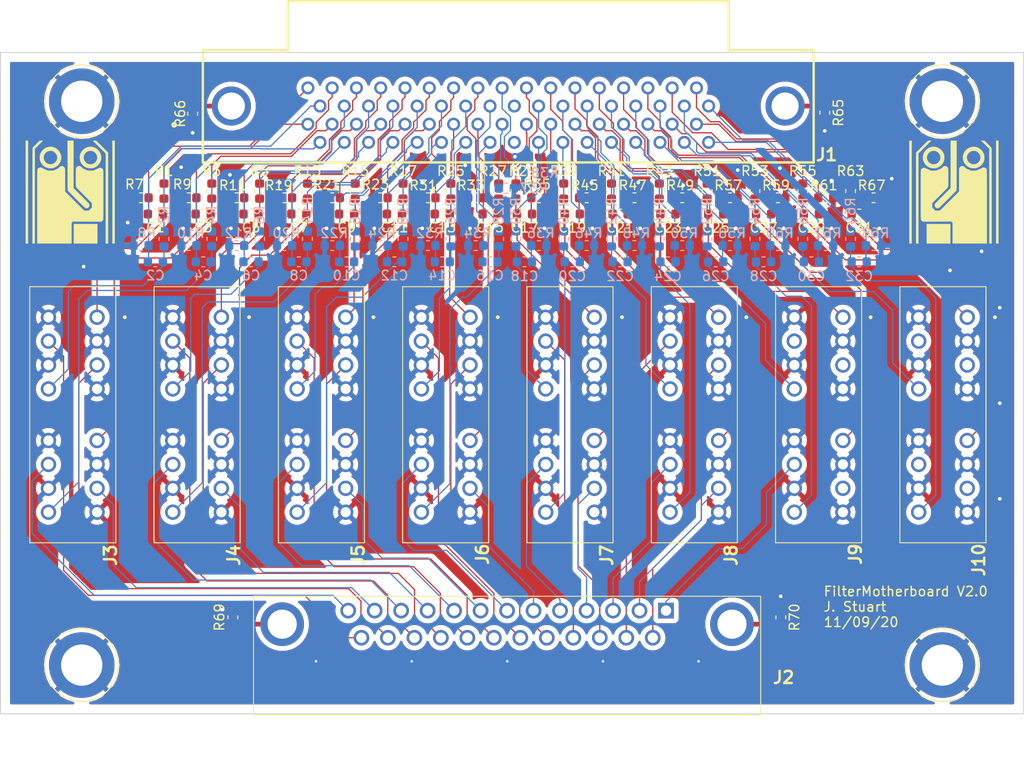
<source format=kicad_pcb>
(kicad_pcb (version 20171130) (host pcbnew "(5.1.5)-3")
  (layers (0 F.Cu signal) (1 In1.Cu mixed) (2 In2.Cu mixed) (31 B.Cu signal) (34 B.Paste user) (35 F.Paste user) (36 B.SilkS user) (37 F.SilkS user) (38 B.Mask user) (39 F.Mask user) (44 Edge.Cuts user))
  (net 0 "")
  (net 1 /Z_IN_1_N)
  (net 2 /F_IN_1)
  (net 3 /Z_IN_2_N)
  (net 4 /F_IN_2)
  (net 5 /F_IN_3)
  (net 6 /Z_IN_3_N)
  (net 7 /F_IN_4)
  (net 8 /Z_IN_4_N)
  (net 9 /F_IN_5)
  (net 10 /Z_IN_5_N)
  (net 11 /Z_IN_6_N)
  (net 12 /F_IN_6)
  (net 13 /Z_IN_7_N)
  (net 14 /F_IN_7)
  (net 15 /Z_IN_8_N)
  (net 16 /F_IN_8)
  (net 17 /F_IN_9)
  (net 18 /Z_IN_9_N)
  (net 19 /F_IN_10)
  (net 20 /Z_IN_10_N)
  (net 21 /F_IN_11)
  (net 22 /Z_IN_11_N)
  (net 23 /F_IN_12)
  (net 24 /Z_IN_12_N)
  (net 25 /Z_IN_13_N)
  (net 26 /F_IN_13)
  (net 27 /Z_IN_14_N)
  (net 28 /F_IN_14)
  (net 29 /Z_IN_15_N)
  (net 30 /F_IN_15)
  (net 31 /F_IN_16)
  (net 32 /Z_IN_16_N)
  (net 33 /Z_IN_17_N)
  (net 34 /F_IN_17)
  (net 35 /F_IN_18)
  (net 36 /Z_IN_18_N)
  (net 37 /F_IN_19)
  (net 38 /Z_IN_19_N)
  (net 39 /Z_IN_20_N)
  (net 40 /F_IN_20)
  (net 41 /F_IN_21)
  (net 42 /Z_IN_21_N)
  (net 43 /Z_IN_22_N)
  (net 44 /F_IN_22)
  (net 45 /F_IN_23)
  (net 46 /Z_IN_23_N)
  (net 47 /Z_IN_24_N)
  (net 48 /F_IN_24)
  (net 49 /Z_IN_25_N)
  (net 50 /F_IN_25)
  (net 51 /F_IN_26)
  (net 52 /Z_IN_26_N)
  (net 53 /Z_IN_27_N)
  (net 54 /F_IN_27)
  (net 55 /Z_IN_28_N)
  (net 56 /F_IN_28)
  (net 57 /F_IN_29)
  (net 58 /Z_IN_29_N)
  (net 59 /F_IN_30)
  (net 60 /Z_IN_30_N)
  (net 61 /Z_IN_31_N)
  (net 62 /F_IN_31)
  (net 63 /F_IN_32)
  (net 64 /Z_IN_32_N)
  (net 65 /Z_IN_1_P)
  (net 66 /Z_IN_2_P)
  (net 67 /Z_IN_3_P)
  (net 68 /Z_IN_4_P)
  (net 69 /Z_IN_5_P)
  (net 70 /Z_IN_6_P)
  (net 71 /Z_IN_7_P)
  (net 72 /Z_IN_8_P)
  (net 73 /Z_IN_9_P)
  (net 74 /Z_IN_10_P)
  (net 75 /Z_IN_11_P)
  (net 76 /Z_IN_12_P)
  (net 77 /Z_IN_13_P)
  (net 78 /Z_IN_14_P)
  (net 79 /Z_IN_15_P)
  (net 80 /Z_IN_16_P)
  (net 81 "Net-(J1-Pad17)")
  (net 82 "Net-(J1-Pad18)")
  (net 83 /Z_IN_17_P)
  (net 84 /Z_IN_18_P)
  (net 85 /Z_IN_19_P)
  (net 86 /Z_IN_20_P)
  (net 87 /Z_IN_21_P)
  (net 88 /Z_IN_22_P)
  (net 89 /Z_IN_23_P)
  (net 90 /Z_IN_24_P)
  (net 91 /Z_IN_25_P)
  (net 92 /Z_IN_26_P)
  (net 93 /Z_IN_27_P)
  (net 94 /Z_IN_28_P)
  (net 95 /Z_IN_29_P)
  (net 96 /Z_IN_30_P)
  (net 97 /Z_IN_31_P)
  (net 98 /Z_IN_32_P)
  (net 99 "Net-(J1-Pad51)")
  (net 100 "Net-(J1-Pad52)")
  (net 101 "Net-(J1-Pad69)")
  (net 102 "Net-(J1-Pad70)")
  (net 103 /F_OUT_1)
  (net 104 /F_OUT_2)
  (net 105 /F_OUT_3)
  (net 106 /F_OUT_4)
  (net 107 /F_OUT_5)
  (net 108 /F_OUT_6)
  (net 109 /F_OUT_7)
  (net 110 /F_OUT_8)
  (net 111 /F_OUT_9)
  (net 112 /F_OUT_10)
  (net 113 /F_OUT_11)
  (net 114 /F_OUT_12)
  (net 115 /F_OUT_13)
  (net 116 /F_OUT_14)
  (net 117 /F_OUT_15)
  (net 118 /F_OUT_16)
  (net 119 /F_OUT_17)
  (net 120 /F_OUT_18)
  (net 121 /F_OUT_19)
  (net 122 /F_OUT_20)
  (net 123 /F_OUT_21)
  (net 124 /F_OUT_22)
  (net 125 /F_OUT_23)
  (net 126 /F_OUT_24)
  (net 127 /F_OUT_25)
  (net 128 "Net-(J2-PadMH1)")
  (net 129 "Net-(J2-PadMH2)")
  (net 130 GND)
  (net 131 /F_OUT_28)
  (net 132 /F_OUT_26)
  (net 133 /F_OUT_27)
  (net 134 /F_OUT_29)
  (net 135 /F_OUT_31)
  (net 136 /F_OUT_30)
  (net 137 /F_OUT_32)
  (module ElectrodeFilterAdapters:MountingHole_8-32 (layer F.Cu) (at 75.5 29.4)
    (fp_text reference REF** hide)
    (fp_text value MountingHole_8-32)
    (pad 1 thru_hole circle (at 0 0) (size 6.858 6.858) (drill 4.318) (layers *.Cu *.Mask) (net 130 GND))
  )
  (module ElectrodeFilterAdapters:MountingHole_8-32 (layer F.Cu) (at 75.5 88.4)
    (fp_text reference REF** hide)
    (fp_text value MountingHole_8-32)
    (pad 1 thru_hole circle (at 0 0) (size 6.858 6.858) (drill 4.318) (layers *.Cu *.Mask) (net 130 GND))
  )
  (module ElectrodeFilterAdapters:MountingHole_8-32 (layer F.Cu) (at 165.5 88.4)
    (fp_text reference REF** hide)
    (fp_text value MountingHole_8-32)
    (pad 1 thru_hole circle (at 0 0) (size 6.858 6.858) (drill 4.318) (layers *.Cu *.Mask) (net 130 GND))
  )
  (module ElectrodeFilterAdapters:MountingHole_8-32 (layer F.Cu) (at 165.5 29.4)
    (fp_text reference REF** hide)
    (fp_text value MountingHole_8-32)
    (pad 1 thru_hole circle (at 0 0) (size 6.858 6.858) (drill 4.318) (layers *.Cu *.Mask) (net 130 GND))
  )
  (module ElectrodeFilterAdapters:silkface_mirror (layer F.Cu) (at 74.3 38.9)
    (fp_text reference REF** hide)
    (fp_text value silkface_mirror)
  )
  (module ElectrodeFilterAdapters:silkface (layer F.Cu) (at 166.7 38.9)
    (fp_text reference G*** hide)
    (fp_text value LOGO hide)
  )
  (module ElectrodeFilterAdapters:5787082-7_1 (layer F.Cu) (at 120.1 29.9 180)
    (fp_text reference J1 (at -33.3 -5.1) (layer F.SilkS) (effects (font (size 1.27 1.27) (thickness 0.254))))
    (fp_text value HD68 hide)
    (pad 70 thru_hole circle (at 28.955 0 180) (size 4.1 4.1) (drill 2.83) (layers *.Cu *.Mask) (net 102 "Net-(J1-Pad70)"))
    (pad 69 thru_hole circle (at -28.955 0 180) (size 4.1 4.1) (drill 2.83) (layers *.Cu *.Mask) (net 101 "Net-(J1-Pad69)"))
    (pad 68 thru_hole circle (at -20.955 0 180) (size 1.36 1.36) (drill 0.86) (layers *.Cu *.Mask) (net 64 /Z_IN_32_N))
    (pad 67 thru_hole circle (at -19.685 1.9 180) (size 1.36 1.36) (drill 0.86) (layers *.Cu *.Mask) (net 61 /Z_IN_31_N))
    (pad 66 thru_hole circle (at -18.415 0 180) (size 1.36 1.36) (drill 0.86) (layers *.Cu *.Mask) (net 60 /Z_IN_30_N))
    (pad 65 thru_hole circle (at -17.145 1.9 180) (size 1.36 1.36) (drill 0.86) (layers *.Cu *.Mask) (net 58 /Z_IN_29_N))
    (pad 64 thru_hole circle (at -15.875 0 180) (size 1.36 1.36) (drill 0.86) (layers *.Cu *.Mask) (net 55 /Z_IN_28_N))
    (pad 63 thru_hole circle (at -14.605 1.9 180) (size 1.36 1.36) (drill 0.86) (layers *.Cu *.Mask) (net 53 /Z_IN_27_N))
    (pad 62 thru_hole circle (at -13.335 0 180) (size 1.36 1.36) (drill 0.86) (layers *.Cu *.Mask) (net 52 /Z_IN_26_N))
    (pad 61 thru_hole circle (at -12.065 1.9 180) (size 1.36 1.36) (drill 0.86) (layers *.Cu *.Mask) (net 49 /Z_IN_25_N))
    (pad 60 thru_hole circle (at -10.795 0 180) (size 1.36 1.36) (drill 0.86) (layers *.Cu *.Mask) (net 47 /Z_IN_24_N))
    (pad 59 thru_hole circle (at -9.525 1.9 180) (size 1.36 1.36) (drill 0.86) (layers *.Cu *.Mask) (net 46 /Z_IN_23_N))
    (pad 58 thru_hole circle (at -8.255 0 180) (size 1.36 1.36) (drill 0.86) (layers *.Cu *.Mask) (net 43 /Z_IN_22_N))
    (pad 57 thru_hole circle (at -6.985 1.9 180) (size 1.36 1.36) (drill 0.86) (layers *.Cu *.Mask) (net 42 /Z_IN_21_N))
    (pad 56 thru_hole circle (at -5.715 0 180) (size 1.36 1.36) (drill 0.86) (layers *.Cu *.Mask) (net 39 /Z_IN_20_N))
    (pad 55 thru_hole circle (at -4.445 1.9 180) (size 1.36 1.36) (drill 0.86) (layers *.Cu *.Mask) (net 38 /Z_IN_19_N))
    (pad 54 thru_hole circle (at -3.175 0 180) (size 1.36 1.36) (drill 0.86) (layers *.Cu *.Mask) (net 36 /Z_IN_18_N))
    (pad 53 thru_hole circle (at -1.905 1.9 180) (size 1.36 1.36) (drill 0.86) (layers *.Cu *.Mask) (net 33 /Z_IN_17_N))
    (pad 52 thru_hole circle (at -0.635 0 180) (size 1.36 1.36) (drill 0.86) (layers *.Cu *.Mask) (net 100 "Net-(J1-Pad52)"))
    (pad 51 thru_hole circle (at 0.635 1.9 180) (size 1.36 1.36) (drill 0.86) (layers *.Cu *.Mask) (net 99 "Net-(J1-Pad51)"))
    (pad 50 thru_hole circle (at 1.905 0 180) (size 1.36 1.36) (drill 0.86) (layers *.Cu *.Mask) (net 32 /Z_IN_16_N))
    (pad 49 thru_hole circle (at 3.175 1.9 180) (size 1.36 1.36) (drill 0.86) (layers *.Cu *.Mask) (net 29 /Z_IN_15_N))
    (pad 48 thru_hole circle (at 4.445 0 180) (size 1.36 1.36) (drill 0.86) (layers *.Cu *.Mask) (net 27 /Z_IN_14_N))
    (pad 47 thru_hole circle (at 5.715 1.9 180) (size 1.36 1.36) (drill 0.86) (layers *.Cu *.Mask) (net 25 /Z_IN_13_N))
    (pad 46 thru_hole circle (at 6.985 0 180) (size 1.36 1.36) (drill 0.86) (layers *.Cu *.Mask) (net 24 /Z_IN_12_N))
    (pad 45 thru_hole circle (at 8.255 1.9 180) (size 1.36 1.36) (drill 0.86) (layers *.Cu *.Mask) (net 22 /Z_IN_11_N))
    (pad 44 thru_hole circle (at 9.525 0 180) (size 1.36 1.36) (drill 0.86) (layers *.Cu *.Mask) (net 20 /Z_IN_10_N))
    (pad 43 thru_hole circle (at 10.795 1.9 180) (size 1.36 1.36) (drill 0.86) (layers *.Cu *.Mask) (net 18 /Z_IN_9_N))
    (pad 42 thru_hole circle (at 12.065 0 180) (size 1.36 1.36) (drill 0.86) (layers *.Cu *.Mask) (net 15 /Z_IN_8_N))
    (pad 41 thru_hole circle (at 13.335 1.9 180) (size 1.36 1.36) (drill 0.86) (layers *.Cu *.Mask) (net 13 /Z_IN_7_N))
    (pad 40 thru_hole circle (at 14.605 0 180) (size 1.36 1.36) (drill 0.86) (layers *.Cu *.Mask) (net 11 /Z_IN_6_N))
    (pad 39 thru_hole circle (at 15.875 1.9 180) (size 1.36 1.36) (drill 0.86) (layers *.Cu *.Mask) (net 10 /Z_IN_5_N))
    (pad 38 thru_hole circle (at 17.145 0 180) (size 1.36 1.36) (drill 0.86) (layers *.Cu *.Mask) (net 8 /Z_IN_4_N))
    (pad 37 thru_hole circle (at 18.415 1.9 180) (size 1.36 1.36) (drill 0.86) (layers *.Cu *.Mask) (net 6 /Z_IN_3_N))
    (pad 36 thru_hole circle (at 19.685 0 180) (size 1.36 1.36) (drill 0.86) (layers *.Cu *.Mask) (net 3 /Z_IN_2_N))
    (pad 35 thru_hole circle (at 20.955 1.9 180) (size 1.36 1.36) (drill 0.86) (layers *.Cu *.Mask) (net 1 /Z_IN_1_N))
    (pad 34 thru_hole circle (at -20.955 -3.8 180) (size 1.36 1.36) (drill 0.86) (layers *.Cu *.Mask) (net 98 /Z_IN_32_P))
    (pad 33 thru_hole circle (at -19.685 -1.9 180) (size 1.36 1.36) (drill 0.86) (layers *.Cu *.Mask) (net 97 /Z_IN_31_P))
    (pad 32 thru_hole circle (at -18.415 -3.8 180) (size 1.36 1.36) (drill 0.86) (layers *.Cu *.Mask) (net 96 /Z_IN_30_P))
    (pad 31 thru_hole circle (at -17.145 -1.9 180) (size 1.36 1.36) (drill 0.86) (layers *.Cu *.Mask) (net 95 /Z_IN_29_P))
    (pad 30 thru_hole circle (at -15.875 -3.8 180) (size 1.36 1.36) (drill 0.86) (layers *.Cu *.Mask) (net 94 /Z_IN_28_P))
    (pad 29 thru_hole circle (at -14.605 -1.9 180) (size 1.36 1.36) (drill 0.86) (layers *.Cu *.Mask) (net 93 /Z_IN_27_P))
    (pad 28 thru_hole circle (at -13.335 -3.8 180) (size 1.36 1.36) (drill 0.86) (layers *.Cu *.Mask) (net 92 /Z_IN_26_P))
    (pad 27 thru_hole circle (at -12.065 -1.9 180) (size 1.36 1.36) (drill 0.86) (layers *.Cu *.Mask) (net 91 /Z_IN_25_P))
    (pad 26 thru_hole circle (at -10.795 -3.8 180) (size 1.36 1.36) (drill 0.86) (layers *.Cu *.Mask) (net 90 /Z_IN_24_P))
    (pad 25 thru_hole circle (at -9.525 -1.9 180) (size 1.36 1.36) (drill 0.86) (layers *.Cu *.Mask) (net 89 /Z_IN_23_P))
    (pad 24 thru_hole circle (at -8.255 -3.8 180) (size 1.36 1.36) (drill 0.86) (layers *.Cu *.Mask) (net 88 /Z_IN_22_P))
    (pad 23 thru_hole circle (at -6.985 -1.9 180) (size 1.36 1.36) (drill 0.86) (layers *.Cu *.Mask) (net 87 /Z_IN_21_P))
    (pad 22 thru_hole circle (at -5.715 -3.8 180) (size 1.36 1.36) (drill 0.86) (layers *.Cu *.Mask) (net 86 /Z_IN_20_P))
    (pad 21 thru_hole circle (at -4.445 -1.9 180) (size 1.36 1.36) (drill 0.86) (layers *.Cu *.Mask) (net 85 /Z_IN_19_P))
    (pad 20 thru_hole circle (at -3.175 -3.8 180) (size 1.36 1.36) (drill 0.86) (layers *.Cu *.Mask) (net 84 /Z_IN_18_P))
    (pad 19 thru_hole circle (at -1.905 -1.9 180) (size 1.36 1.36) (drill 0.86) (layers *.Cu *.Mask) (net 83 /Z_IN_17_P))
    (pad 18 thru_hole circle (at -0.635 -3.8 180) (size 1.36 1.36) (drill 0.86) (layers *.Cu *.Mask) (net 82 "Net-(J1-Pad18)"))
    (pad 17 thru_hole circle (at 0.635 -1.9 180) (size 1.36 1.36) (drill 0.86) (layers *.Cu *.Mask) (net 81 "Net-(J1-Pad17)"))
    (pad 16 thru_hole circle (at 1.905 -3.8 180) (size 1.36 1.36) (drill 0.86) (layers *.Cu *.Mask) (net 80 /Z_IN_16_P))
    (pad 15 thru_hole circle (at 3.175 -1.9 180) (size 1.36 1.36) (drill 0.86) (layers *.Cu *.Mask) (net 79 /Z_IN_15_P))
    (pad 14 thru_hole circle (at 4.445 -3.8 180) (size 1.36 1.36) (drill 0.86) (layers *.Cu *.Mask) (net 78 /Z_IN_14_P))
    (pad 13 thru_hole circle (at 5.715 -1.9 180) (size 1.36 1.36) (drill 0.86) (layers *.Cu *.Mask) (net 77 /Z_IN_13_P))
    (pad 12 thru_hole circle (at 6.985 -3.8 180) (size 1.36 1.36) (drill 0.86) (layers *.Cu *.Mask) (net 76 /Z_IN_12_P))
    (pad 11 thru_hole circle (at 8.255 -1.9 180) (size 1.36 1.36) (drill 0.86) (layers *.Cu *.Mask) (net 75 /Z_IN_11_P))
    (pad 10 thru_hole circle (at 9.525 -3.8 180) (size 1.36 1.36) (drill 0.86) (layers *.Cu *.Mask) (net 74 /Z_IN_10_P))
    (pad 9 thru_hole circle (at 10.795 -1.9 180) (size 1.36 1.36) (drill 0.86) (layers *.Cu *.Mask) (net 73 /Z_IN_9_P))
    (pad 8 thru_hole circle (at 12.065 -3.8 180) (size 1.36 1.36) (drill 0.86) (layers *.Cu *.Mask) (net 72 /Z_IN_8_P))
    (pad 7 thru_hole circle (at 13.335 -1.9 180) (size 1.36 1.36) (drill 0.86) (layers *.Cu *.Mask) (net 71 /Z_IN_7_P))
    (pad 6 thru_hole circle (at 14.605 -3.8 180) (size 1.36 1.36) (drill 0.86) (layers *.Cu *.Mask) (net 70 /Z_IN_6_P))
    (pad 5 thru_hole circle (at 15.875 -1.9 180) (size 1.36 1.36) (drill 0.86) (layers *.Cu *.Mask) (net 69 /Z_IN_5_P))
    (pad 4 thru_hole circle (at 17.145 -3.8 180) (size 1.36 1.36) (drill 0.86) (layers *.Cu *.Mask) (net 68 /Z_IN_4_P))
    (pad 3 thru_hole circle (at 18.415 -1.9 180) (size 1.36 1.36) (drill 0.86) (layers *.Cu *.Mask) (net 67 /Z_IN_3_P))
    (pad 2 thru_hole circle (at 19.685 -3.8 180) (size 1.36 1.36) (drill 0.86) (layers *.Cu *.Mask) (net 66 /Z_IN_2_P))
    (pad 1 thru_hole circle (at 20.955 -1.9 180) (size 1.36 1.36) (drill 0.86) (layers *.Cu *.Mask) (net 65 /Z_IN_1_P))
  )
  (module ElectrodeFilterAdapters:182025213R181 (layer F.Cu) (at 136.6 82.7)
    (fp_text reference J2 (at 12.3 7) (layer F.SilkS) (effects (font (size 1.27 1.27) (thickness 0.254))))
    (fp_text value 182-025-213R181 hide)
    (pad MH2 thru_hole circle (at -40.14 1.42) (size 4.575 4.575) (drill 3.05) (layers *.Cu *.Mask) (net 129 "Net-(J2-PadMH2)"))
    (pad MH1 thru_hole circle (at 6.9 1.42) (size 4.575 4.575) (drill 3.05) (layers *.Cu *.Mask) (net 128 "Net-(J2-PadMH1)"))
    (pad 25 thru_hole circle (at -31.855 2.84) (size 1.635 1.635) (drill 1.09) (layers *.Cu *.Mask) (net 104 /F_OUT_2))
    (pad 24 thru_hole circle (at -29.085 2.84) (size 1.635 1.635) (drill 1.09) (layers *.Cu *.Mask) (net 103 /F_OUT_1))
    (pad 23 thru_hole circle (at -26.315 2.84) (size 1.635 1.635) (drill 1.09) (layers *.Cu *.Mask) (net 108 /F_OUT_6))
    (pad 22 thru_hole circle (at -23.545 2.84) (size 1.635 1.635) (drill 1.09) (layers *.Cu *.Mask) (net 107 /F_OUT_5))
    (pad 21 thru_hole circle (at -20.775 2.84) (size 1.635 1.635) (drill 1.09) (layers *.Cu *.Mask) (net 112 /F_OUT_10))
    (pad 20 thru_hole circle (at -18.005 2.84) (size 1.635 1.635) (drill 1.09) (layers *.Cu *.Mask) (net 111 /F_OUT_9))
    (pad 19 thru_hole circle (at -15.235 2.84) (size 1.635 1.635) (drill 1.09) (layers *.Cu *.Mask) (net 116 /F_OUT_14))
    (pad 18 thru_hole circle (at -12.465 2.84) (size 1.635 1.635) (drill 1.09) (layers *.Cu *.Mask) (net 115 /F_OUT_13))
    (pad 17 thru_hole circle (at -9.695 2.84) (size 1.635 1.635) (drill 1.09) (layers *.Cu *.Mask) (net 120 /F_OUT_18))
    (pad 16 thru_hole circle (at -6.925 2.84) (size 1.635 1.635) (drill 1.09) (layers *.Cu *.Mask) (net 119 /F_OUT_17))
    (pad 15 thru_hole circle (at -4.155 2.84) (size 1.635 1.635) (drill 1.09) (layers *.Cu *.Mask) (net 124 /F_OUT_22))
    (pad 14 thru_hole circle (at -1.385 2.84) (size 1.635 1.635) (drill 1.09) (layers *.Cu *.Mask) (net 123 /F_OUT_21))
    (pad 13 thru_hole circle (at -33.24 0) (size 1.635 1.635) (drill 1.09) (layers *.Cu *.Mask) (net 106 /F_OUT_4))
    (pad 12 thru_hole circle (at -30.47 0) (size 1.635 1.635) (drill 1.09) (layers *.Cu *.Mask) (net 105 /F_OUT_3))
    (pad 11 thru_hole circle (at -27.7 0) (size 1.635 1.635) (drill 1.09) (layers *.Cu *.Mask) (net 110 /F_OUT_8))
    (pad 10 thru_hole circle (at -24.93 0) (size 1.635 1.635) (drill 1.09) (layers *.Cu *.Mask) (net 109 /F_OUT_7))
    (pad 9 thru_hole circle (at -22.16 0) (size 1.635 1.635) (drill 1.09) (layers *.Cu *.Mask) (net 114 /F_OUT_12))
    (pad 8 thru_hole circle (at -19.39 0) (size 1.635 1.635) (drill 1.09) (layers *.Cu *.Mask) (net 113 /F_OUT_11))
    (pad 7 thru_hole circle (at -16.62 0) (size 1.635 1.635) (drill 1.09) (layers *.Cu *.Mask) (net 118 /F_OUT_16))
    (pad 6 thru_hole circle (at -13.85 0) (size 1.635 1.635) (drill 1.09) (layers *.Cu *.Mask) (net 117 /F_OUT_15))
    (pad 5 thru_hole circle (at -11.08 0) (size 1.635 1.635) (drill 1.09) (layers *.Cu *.Mask) (net 122 /F_OUT_20))
    (pad 4 thru_hole circle (at -8.31 0) (size 1.635 1.635) (drill 1.09) (layers *.Cu *.Mask) (net 121 /F_OUT_19))
    (pad 3 thru_hole circle (at -5.54 0) (size 1.635 1.635) (drill 1.09) (layers *.Cu *.Mask) (net 126 /F_OUT_24))
    (pad 2 thru_hole circle (at -2.77 0) (size 1.635 1.635) (drill 1.09) (layers *.Cu *.Mask) (net 125 /F_OUT_23))
    (pad 1 thru_hole rect (at 0 0) (size 1.635 1.635) (drill 1.09) (layers *.Cu *.Mask) (net 131 /F_OUT_28))
  )
  (module ElectrodeFilterAdapters:458440004 (layer F.Cu) (at 77.1 52 90)
    (fp_text reference J3 (at -24.9 1.4 90) (layer F.SilkS) (effects (font (size 1.27 1.27) (thickness 0.254))))
    (fp_text value 45844-0004 hide)
    (pad 16 thru_hole circle (at -20.4 -5.08 90) (size 1.605 1.605) (drill 1.07) (layers *.Cu *.Mask) (net 7 /F_IN_4))
    (pad 15 thru_hole circle (at -17.9 -5.08 90) (size 1.605 1.605) (drill 1.07) (layers *.Cu *.Mask) (net 130 GND))
    (pad 14 thru_hole circle (at -15.4 -5.08 90) (size 1.605 1.605) (drill 1.07) (layers *.Cu *.Mask) (net 106 /F_OUT_4))
    (pad 13 thru_hole circle (at -12.9 -5.08 90) (size 1.605 1.605) (drill 1.07) (layers *.Cu *.Mask) (net 130 GND))
    (pad 12 thru_hole circle (at -7.5 -5.08 90) (size 1.605 1.605) (drill 1.07) (layers *.Cu *.Mask) (net 4 /F_IN_2))
    (pad 11 thru_hole circle (at -5 -5.08 90) (size 1.605 1.605) (drill 1.07) (layers *.Cu *.Mask) (net 130 GND))
    (pad 10 thru_hole circle (at -2.5 -5.08 90) (size 1.605 1.605) (drill 1.07) (layers *.Cu *.Mask) (net 104 /F_OUT_2))
    (pad 9 thru_hole circle (at 0 -5.08 90) (size 1.605 1.605) (drill 1.07) (layers *.Cu *.Mask) (net 130 GND))
    (pad 8 thru_hole circle (at -20.4 0 90) (size 1.605 1.605) (drill 1.07) (layers *.Cu *.Mask) (net 130 GND))
    (pad 7 thru_hole circle (at -17.9 0 90) (size 1.605 1.605) (drill 1.07) (layers *.Cu *.Mask) (net 105 /F_OUT_3))
    (pad 6 thru_hole circle (at -15.4 0 90) (size 1.605 1.605) (drill 1.07) (layers *.Cu *.Mask) (net 130 GND))
    (pad 5 thru_hole circle (at -12.9 0 90) (size 1.605 1.605) (drill 1.07) (layers *.Cu *.Mask) (net 5 /F_IN_3))
    (pad 4 thru_hole circle (at -7.5 0 90) (size 1.605 1.605) (drill 1.07) (layers *.Cu *.Mask) (net 130 GND))
    (pad 3 thru_hole circle (at -5 0 90) (size 1.605 1.605) (drill 1.07) (layers *.Cu *.Mask) (net 103 /F_OUT_1))
    (pad 2 thru_hole circle (at -2.5 0 90) (size 1.605 1.605) (drill 1.07) (layers *.Cu *.Mask) (net 130 GND))
    (pad 1 thru_hole circle (at 0 0 90) (size 1.605 1.605) (drill 1.07) (layers *.Cu *.Mask) (net 2 /F_IN_1))
  )
  (module ElectrodeFilterAdapters:458440004 (layer F.Cu) (at 90.1 52 90)
    (fp_text reference J4 (at -24.9 1.3 90) (layer F.SilkS) (effects (font (size 1.27 1.27) (thickness 0.254))))
    (fp_text value 45844-0004 hide)
    (pad 16 thru_hole circle (at -20.4 -5.08 90) (size 1.605 1.605) (drill 1.07) (layers *.Cu *.Mask) (net 16 /F_IN_8))
    (pad 15 thru_hole circle (at -17.9 -5.08 90) (size 1.605 1.605) (drill 1.07) (layers *.Cu *.Mask) (net 130 GND))
    (pad 14 thru_hole circle (at -15.4 -5.08 90) (size 1.605 1.605) (drill 1.07) (layers *.Cu *.Mask) (net 110 /F_OUT_8))
    (pad 13 thru_hole circle (at -12.9 -5.08 90) (size 1.605 1.605) (drill 1.07) (layers *.Cu *.Mask) (net 130 GND))
    (pad 12 thru_hole circle (at -7.5 -5.08 90) (size 1.605 1.605) (drill 1.07) (layers *.Cu *.Mask) (net 12 /F_IN_6))
    (pad 11 thru_hole circle (at -5 -5.08 90) (size 1.605 1.605) (drill 1.07) (layers *.Cu *.Mask) (net 130 GND))
    (pad 10 thru_hole circle (at -2.5 -5.08 90) (size 1.605 1.605) (drill 1.07) (layers *.Cu *.Mask) (net 108 /F_OUT_6))
    (pad 9 thru_hole circle (at 0 -5.08 90) (size 1.605 1.605) (drill 1.07) (layers *.Cu *.Mask) (net 130 GND))
    (pad 8 thru_hole circle (at -20.4 0 90) (size 1.605 1.605) (drill 1.07) (layers *.Cu *.Mask) (net 130 GND))
    (pad 7 thru_hole circle (at -17.9 0 90) (size 1.605 1.605) (drill 1.07) (layers *.Cu *.Mask) (net 109 /F_OUT_7))
    (pad 6 thru_hole circle (at -15.4 0 90) (size 1.605 1.605) (drill 1.07) (layers *.Cu *.Mask) (net 130 GND))
    (pad 5 thru_hole circle (at -12.9 0 90) (size 1.605 1.605) (drill 1.07) (layers *.Cu *.Mask) (net 14 /F_IN_7))
    (pad 4 thru_hole circle (at -7.5 0 90) (size 1.605 1.605) (drill 1.07) (layers *.Cu *.Mask) (net 130 GND))
    (pad 3 thru_hole circle (at -5 0 90) (size 1.605 1.605) (drill 1.07) (layers *.Cu *.Mask) (net 107 /F_OUT_5))
    (pad 2 thru_hole circle (at -2.5 0 90) (size 1.605 1.605) (drill 1.07) (layers *.Cu *.Mask) (net 130 GND))
    (pad 1 thru_hole circle (at 0 0 90) (size 1.605 1.605) (drill 1.07) (layers *.Cu *.Mask) (net 9 /F_IN_5))
  )
  (module ElectrodeFilterAdapters:458440004 (layer F.Cu) (at 103.1 52 90)
    (fp_text reference J5 (at -24.9 1.3 90) (layer F.SilkS) (effects (font (size 1.27 1.27) (thickness 0.254))))
    (fp_text value 45844-0004 hide)
    (pad 16 thru_hole circle (at -20.4 -5.08 90) (size 1.605 1.605) (drill 1.07) (layers *.Cu *.Mask) (net 23 /F_IN_12))
    (pad 15 thru_hole circle (at -17.9 -5.08 90) (size 1.605 1.605) (drill 1.07) (layers *.Cu *.Mask) (net 130 GND))
    (pad 14 thru_hole circle (at -15.4 -5.08 90) (size 1.605 1.605) (drill 1.07) (layers *.Cu *.Mask) (net 114 /F_OUT_12))
    (pad 13 thru_hole circle (at -12.9 -5.08 90) (size 1.605 1.605) (drill 1.07) (layers *.Cu *.Mask) (net 130 GND))
    (pad 12 thru_hole circle (at -7.5 -5.08 90) (size 1.605 1.605) (drill 1.07) (layers *.Cu *.Mask) (net 19 /F_IN_10))
    (pad 11 thru_hole circle (at -5 -5.08 90) (size 1.605 1.605) (drill 1.07) (layers *.Cu *.Mask) (net 130 GND))
    (pad 10 thru_hole circle (at -2.5 -5.08 90) (size 1.605 1.605) (drill 1.07) (layers *.Cu *.Mask) (net 112 /F_OUT_10))
    (pad 9 thru_hole circle (at 0 -5.08 90) (size 1.605 1.605) (drill 1.07) (layers *.Cu *.Mask) (net 130 GND))
    (pad 8 thru_hole circle (at -20.4 0 90) (size 1.605 1.605) (drill 1.07) (layers *.Cu *.Mask) (net 130 GND))
    (pad 7 thru_hole circle (at -17.9 0 90) (size 1.605 1.605) (drill 1.07) (layers *.Cu *.Mask) (net 113 /F_OUT_11))
    (pad 6 thru_hole circle (at -15.4 0 90) (size 1.605 1.605) (drill 1.07) (layers *.Cu *.Mask) (net 130 GND))
    (pad 5 thru_hole circle (at -12.9 0 90) (size 1.605 1.605) (drill 1.07) (layers *.Cu *.Mask) (net 21 /F_IN_11))
    (pad 4 thru_hole circle (at -7.5 0 90) (size 1.605 1.605) (drill 1.07) (layers *.Cu *.Mask) (net 130 GND))
    (pad 3 thru_hole circle (at -5 0 90) (size 1.605 1.605) (drill 1.07) (layers *.Cu *.Mask) (net 111 /F_OUT_9))
    (pad 2 thru_hole circle (at -2.5 0 90) (size 1.605 1.605) (drill 1.07) (layers *.Cu *.Mask) (net 130 GND))
    (pad 1 thru_hole circle (at 0 0 90) (size 1.605 1.605) (drill 1.07) (layers *.Cu *.Mask) (net 17 /F_IN_9))
  )
  (module ElectrodeFilterAdapters:458440004 (layer F.Cu) (at 116.1 52 90)
    (fp_text reference J6 (at -24.8 1.3 90) (layer F.SilkS) (effects (font (size 1.27 1.27) (thickness 0.254))))
    (fp_text value 45844-0004 hide)
    (pad 16 thru_hole circle (at -20.4 -5.08 90) (size 1.605 1.605) (drill 1.07) (layers *.Cu *.Mask) (net 31 /F_IN_16))
    (pad 15 thru_hole circle (at -17.9 -5.08 90) (size 1.605 1.605) (drill 1.07) (layers *.Cu *.Mask) (net 130 GND))
    (pad 14 thru_hole circle (at -15.4 -5.08 90) (size 1.605 1.605) (drill 1.07) (layers *.Cu *.Mask) (net 118 /F_OUT_16))
    (pad 13 thru_hole circle (at -12.9 -5.08 90) (size 1.605 1.605) (drill 1.07) (layers *.Cu *.Mask) (net 130 GND))
    (pad 12 thru_hole circle (at -7.5 -5.08 90) (size 1.605 1.605) (drill 1.07) (layers *.Cu *.Mask) (net 28 /F_IN_14))
    (pad 11 thru_hole circle (at -5 -5.08 90) (size 1.605 1.605) (drill 1.07) (layers *.Cu *.Mask) (net 130 GND))
    (pad 10 thru_hole circle (at -2.5 -5.08 90) (size 1.605 1.605) (drill 1.07) (layers *.Cu *.Mask) (net 116 /F_OUT_14))
    (pad 9 thru_hole circle (at 0 -5.08 90) (size 1.605 1.605) (drill 1.07) (layers *.Cu *.Mask) (net 130 GND))
    (pad 8 thru_hole circle (at -20.4 0 90) (size 1.605 1.605) (drill 1.07) (layers *.Cu *.Mask) (net 130 GND))
    (pad 7 thru_hole circle (at -17.9 0 90) (size 1.605 1.605) (drill 1.07) (layers *.Cu *.Mask) (net 117 /F_OUT_15))
    (pad 6 thru_hole circle (at -15.4 0 90) (size 1.605 1.605) (drill 1.07) (layers *.Cu *.Mask) (net 130 GND))
    (pad 5 thru_hole circle (at -12.9 0 90) (size 1.605 1.605) (drill 1.07) (layers *.Cu *.Mask) (net 30 /F_IN_15))
    (pad 4 thru_hole circle (at -7.5 0 90) (size 1.605 1.605) (drill 1.07) (layers *.Cu *.Mask) (net 130 GND))
    (pad 3 thru_hole circle (at -5 0 90) (size 1.605 1.605) (drill 1.07) (layers *.Cu *.Mask) (net 115 /F_OUT_13))
    (pad 2 thru_hole circle (at -2.5 0 90) (size 1.605 1.605) (drill 1.07) (layers *.Cu *.Mask) (net 130 GND))
    (pad 1 thru_hole circle (at 0 0 90) (size 1.605 1.605) (drill 1.07) (layers *.Cu *.Mask) (net 26 /F_IN_13))
  )
  (module ElectrodeFilterAdapters:458440004 (layer F.Cu) (at 129.1 52 90)
    (fp_text reference J7 (at -24.9 1.3 90) (layer F.SilkS) (effects (font (size 1.27 1.27) (thickness 0.254))))
    (fp_text value 45844-0004 hide)
    (pad 16 thru_hole circle (at -20.4 -5.08 90) (size 1.605 1.605) (drill 1.07) (layers *.Cu *.Mask) (net 40 /F_IN_20))
    (pad 15 thru_hole circle (at -17.9 -5.08 90) (size 1.605 1.605) (drill 1.07) (layers *.Cu *.Mask) (net 130 GND))
    (pad 14 thru_hole circle (at -15.4 -5.08 90) (size 1.605 1.605) (drill 1.07) (layers *.Cu *.Mask) (net 122 /F_OUT_20))
    (pad 13 thru_hole circle (at -12.9 -5.08 90) (size 1.605 1.605) (drill 1.07) (layers *.Cu *.Mask) (net 130 GND))
    (pad 12 thru_hole circle (at -7.5 -5.08 90) (size 1.605 1.605) (drill 1.07) (layers *.Cu *.Mask) (net 35 /F_IN_18))
    (pad 11 thru_hole circle (at -5 -5.08 90) (size 1.605 1.605) (drill 1.07) (layers *.Cu *.Mask) (net 130 GND))
    (pad 10 thru_hole circle (at -2.5 -5.08 90) (size 1.605 1.605) (drill 1.07) (layers *.Cu *.Mask) (net 120 /F_OUT_18))
    (pad 9 thru_hole circle (at 0 -5.08 90) (size 1.605 1.605) (drill 1.07) (layers *.Cu *.Mask) (net 130 GND))
    (pad 8 thru_hole circle (at -20.4 0 90) (size 1.605 1.605) (drill 1.07) (layers *.Cu *.Mask) (net 130 GND))
    (pad 7 thru_hole circle (at -17.9 0 90) (size 1.605 1.605) (drill 1.07) (layers *.Cu *.Mask) (net 121 /F_OUT_19))
    (pad 6 thru_hole circle (at -15.4 0 90) (size 1.605 1.605) (drill 1.07) (layers *.Cu *.Mask) (net 130 GND))
    (pad 5 thru_hole circle (at -12.9 0 90) (size 1.605 1.605) (drill 1.07) (layers *.Cu *.Mask) (net 37 /F_IN_19))
    (pad 4 thru_hole circle (at -7.5 0 90) (size 1.605 1.605) (drill 1.07) (layers *.Cu *.Mask) (net 130 GND))
    (pad 3 thru_hole circle (at -5 0 90) (size 1.605 1.605) (drill 1.07) (layers *.Cu *.Mask) (net 119 /F_OUT_17))
    (pad 2 thru_hole circle (at -2.5 0 90) (size 1.605 1.605) (drill 1.07) (layers *.Cu *.Mask) (net 130 GND))
    (pad 1 thru_hole circle (at 0 0 90) (size 1.605 1.605) (drill 1.07) (layers *.Cu *.Mask) (net 34 /F_IN_17))
  )
  (module ElectrodeFilterAdapters:458440004 (layer F.Cu) (at 142.1 52 90)
    (fp_text reference J8 (at -24.9 1.3 90) (layer F.SilkS) (effects (font (size 1.27 1.27) (thickness 0.254))))
    (fp_text value 45844-0004 hide)
    (pad 16 thru_hole circle (at -20.4 -5.08 90) (size 1.605 1.605) (drill 1.07) (layers *.Cu *.Mask) (net 48 /F_IN_24))
    (pad 15 thru_hole circle (at -17.9 -5.08 90) (size 1.605 1.605) (drill 1.07) (layers *.Cu *.Mask) (net 130 GND))
    (pad 14 thru_hole circle (at -15.4 -5.08 90) (size 1.605 1.605) (drill 1.07) (layers *.Cu *.Mask) (net 126 /F_OUT_24))
    (pad 13 thru_hole circle (at -12.9 -5.08 90) (size 1.605 1.605) (drill 1.07) (layers *.Cu *.Mask) (net 130 GND))
    (pad 12 thru_hole circle (at -7.5 -5.08 90) (size 1.605 1.605) (drill 1.07) (layers *.Cu *.Mask) (net 44 /F_IN_22))
    (pad 11 thru_hole circle (at -5 -5.08 90) (size 1.605 1.605) (drill 1.07) (layers *.Cu *.Mask) (net 130 GND))
    (pad 10 thru_hole circle (at -2.5 -5.08 90) (size 1.605 1.605) (drill 1.07) (layers *.Cu *.Mask) (net 124 /F_OUT_22))
    (pad 9 thru_hole circle (at 0 -5.08 90) (size 1.605 1.605) (drill 1.07) (layers *.Cu *.Mask) (net 130 GND))
    (pad 8 thru_hole circle (at -20.4 0 90) (size 1.605 1.605) (drill 1.07) (layers *.Cu *.Mask) (net 130 GND))
    (pad 7 thru_hole circle (at -17.9 0 90) (size 1.605 1.605) (drill 1.07) (layers *.Cu *.Mask) (net 125 /F_OUT_23))
    (pad 6 thru_hole circle (at -15.4 0 90) (size 1.605 1.605) (drill 1.07) (layers *.Cu *.Mask) (net 130 GND))
    (pad 5 thru_hole circle (at -12.9 0 90) (size 1.605 1.605) (drill 1.07) (layers *.Cu *.Mask) (net 45 /F_IN_23))
    (pad 4 thru_hole circle (at -7.5 0 90) (size 1.605 1.605) (drill 1.07) (layers *.Cu *.Mask) (net 130 GND))
    (pad 3 thru_hole circle (at -5 0 90) (size 1.605 1.605) (drill 1.07) (layers *.Cu *.Mask) (net 123 /F_OUT_21))
    (pad 2 thru_hole circle (at -2.5 0 90) (size 1.605 1.605) (drill 1.07) (layers *.Cu *.Mask) (net 130 GND))
    (pad 1 thru_hole circle (at 0 0 90) (size 1.605 1.605) (drill 1.07) (layers *.Cu *.Mask) (net 41 /F_IN_21))
  )
  (module ElectrodeFilterAdapters:458440004 (layer F.Cu) (at 155.1 52 90)
    (fp_text reference J9 (at -24.8 1.3 90) (layer F.SilkS) (effects (font (size 1.27 1.27) (thickness 0.254))))
    (fp_text value 45844-0004 hide)
    (pad 16 thru_hole circle (at -20.4 -5.08 90) (size 1.605 1.605) (drill 1.07) (layers *.Cu *.Mask) (net 56 /F_IN_28))
    (pad 15 thru_hole circle (at -17.9 -5.08 90) (size 1.605 1.605) (drill 1.07) (layers *.Cu *.Mask) (net 130 GND))
    (pad 14 thru_hole circle (at -15.4 -5.08 90) (size 1.605 1.605) (drill 1.07) (layers *.Cu *.Mask) (net 131 /F_OUT_28))
    (pad 13 thru_hole circle (at -12.9 -5.08 90) (size 1.605 1.605) (drill 1.07) (layers *.Cu *.Mask) (net 130 GND))
    (pad 12 thru_hole circle (at -7.5 -5.08 90) (size 1.605 1.605) (drill 1.07) (layers *.Cu *.Mask) (net 51 /F_IN_26))
    (pad 11 thru_hole circle (at -5 -5.08 90) (size 1.605 1.605) (drill 1.07) (layers *.Cu *.Mask) (net 130 GND))
    (pad 10 thru_hole circle (at -2.5 -5.08 90) (size 1.605 1.605) (drill 1.07) (layers *.Cu *.Mask) (net 132 /F_OUT_26))
    (pad 9 thru_hole circle (at 0 -5.08 90) (size 1.605 1.605) (drill 1.07) (layers *.Cu *.Mask) (net 130 GND))
    (pad 8 thru_hole circle (at -20.4 0 90) (size 1.605 1.605) (drill 1.07) (layers *.Cu *.Mask) (net 130 GND))
    (pad 7 thru_hole circle (at -17.9 0 90) (size 1.605 1.605) (drill 1.07) (layers *.Cu *.Mask) (net 133 /F_OUT_27))
    (pad 6 thru_hole circle (at -15.4 0 90) (size 1.605 1.605) (drill 1.07) (layers *.Cu *.Mask) (net 130 GND))
    (pad 5 thru_hole circle (at -12.9 0 90) (size 1.605 1.605) (drill 1.07) (layers *.Cu *.Mask) (net 54 /F_IN_27))
    (pad 4 thru_hole circle (at -7.5 0 90) (size 1.605 1.605) (drill 1.07) (layers *.Cu *.Mask) (net 130 GND))
    (pad 3 thru_hole circle (at -5 0 90) (size 1.605 1.605) (drill 1.07) (layers *.Cu *.Mask) (net 127 /F_OUT_25))
    (pad 2 thru_hole circle (at -2.5 0 90) (size 1.605 1.605) (drill 1.07) (layers *.Cu *.Mask) (net 130 GND))
    (pad 1 thru_hole circle (at 0 0 90) (size 1.605 1.605) (drill 1.07) (layers *.Cu *.Mask) (net 50 /F_IN_25))
  )
  (module ElectrodeFilterAdapters:458440004 (layer F.Cu) (at 168.1 52 90)
    (fp_text reference J10 (at -25.4 1.2 90) (layer F.SilkS) (effects (font (size 1.27 1.27) (thickness 0.254))))
    (fp_text value 45844-0004 hide)
    (pad 16 thru_hole circle (at -20.4 -5.08 90) (size 1.605 1.605) (drill 1.07) (layers *.Cu *.Mask) (net 63 /F_IN_32))
    (pad 15 thru_hole circle (at -17.9 -5.08 90) (size 1.605 1.605) (drill 1.07) (layers *.Cu *.Mask) (net 130 GND))
    (pad 14 thru_hole circle (at -15.4 -5.08 90) (size 1.605 1.605) (drill 1.07) (layers *.Cu *.Mask) (net 137 /F_OUT_32))
    (pad 13 thru_hole circle (at -12.9 -5.08 90) (size 1.605 1.605) (drill 1.07) (layers *.Cu *.Mask) (net 130 GND))
    (pad 12 thru_hole circle (at -7.5 -5.08 90) (size 1.605 1.605) (drill 1.07) (layers *.Cu *.Mask) (net 59 /F_IN_30))
    (pad 11 thru_hole circle (at -5 -5.08 90) (size 1.605 1.605) (drill 1.07) (layers *.Cu *.Mask) (net 130 GND))
    (pad 10 thru_hole circle (at -2.5 -5.08 90) (size 1.605 1.605) (drill 1.07) (layers *.Cu *.Mask) (net 136 /F_OUT_30))
    (pad 9 thru_hole circle (at 0 -5.08 90) (size 1.605 1.605) (drill 1.07) (layers *.Cu *.Mask) (net 130 GND))
    (pad 8 thru_hole circle (at -20.4 0 90) (size 1.605 1.605) (drill 1.07) (layers *.Cu *.Mask) (net 130 GND))
    (pad 7 thru_hole circle (at -17.9 0 90) (size 1.605 1.605) (drill 1.07) (layers *.Cu *.Mask) (net 135 /F_OUT_31))
    (pad 6 thru_hole circle (at -15.4 0 90) (size 1.605 1.605) (drill 1.07) (layers *.Cu *.Mask) (net 130 GND))
    (pad 5 thru_hole circle (at -12.9 0 90) (size 1.605 1.605) (drill 1.07) (layers *.Cu *.Mask) (net 62 /F_IN_31))
    (pad 4 thru_hole circle (at -7.5 0 90) (size 1.605 1.605) (drill 1.07) (layers *.Cu *.Mask) (net 130 GND))
    (pad 3 thru_hole circle (at -5 0 90) (size 1.605 1.605) (drill 1.07) (layers *.Cu *.Mask) (net 134 /F_OUT_29))
    (pad 2 thru_hole circle (at -2.5 0 90) (size 1.605 1.605) (drill 1.07) (layers *.Cu *.Mask) (net 130 GND))
    (pad 1 thru_hole circle (at 0 0 90) (size 1.605 1.605) (drill 1.07) (layers *.Cu *.Mask) (net 57 /F_IN_29))
  )
  (module Resistor_SMD:R_0603_1608Metric (layer F.Cu) (at 84.1 38.8 90)
    (fp_text reference R1 (at 2.1 0 180) (layer F.SilkS))
    (fp_text value R)
    (pad 2 smd roundrect (at 0.7875 0 90) (size 0.875 0.95) (layers F.Cu F.Paste F.Mask) (net 65 /Z_IN_1_P))
    (pad 1 smd roundrect (at -0.7875 0 90) (size 0.875 0.95) (layers F.Cu F.Paste F.Mask) (net 2 /F_IN_1))
  )
  (module Resistor_SMD:R_0603_1608Metric (layer B.Cu) (at 84.1 43.8 90)
    (fp_text reference R2 (at 2.5 0 270) (layer B.SilkS) (effects (justify mirror)))
    (fp_text value R)
    (pad 2 smd roundrect (at 0.7875 0 90) (size 0.875 0.95) (layers B.Cu B.Paste B.Mask) (net 66 /Z_IN_2_P))
    (pad 1 smd roundrect (at -0.7875 0 90) (size 0.875 0.95) (layers B.Cu B.Paste B.Mask) (net 4 /F_IN_2))
  )
  (module Resistor_SMD:R_0603_1608Metric (layer F.Cu) (at 89.1 38.8 90)
    (fp_text reference R3 (at 2.1 0 180) (layer F.SilkS))
    (fp_text value R)
    (pad 2 smd roundrect (at 0.7875 0 90) (size 0.875 0.95) (layers F.Cu F.Paste F.Mask) (net 67 /Z_IN_3_P))
    (pad 1 smd roundrect (at -0.7875 0 90) (size 0.875 0.95) (layers F.Cu F.Paste F.Mask) (net 5 /F_IN_3))
  )
  (module Resistor_SMD:R_0603_1608Metric (layer B.Cu) (at 89.1 43.8 90)
    (fp_text reference R4 (at 2.5 0 270) (layer B.SilkS) (effects (justify mirror)))
    (fp_text value R)
    (pad 2 smd roundrect (at 0.7875 0 90) (size 0.875 0.95) (layers B.Cu B.Paste B.Mask) (net 68 /Z_IN_4_P))
    (pad 1 smd roundrect (at -0.7875 0 90) (size 0.875 0.95) (layers B.Cu B.Paste B.Mask) (net 7 /F_IN_4))
  )
  (module Resistor_SMD:R_0603_1608Metric (layer F.Cu) (at 94.1 38.8 90)
    (fp_text reference R5 (at 2.1 0 180) (layer F.SilkS))
    (fp_text value R)
    (pad 2 smd roundrect (at 0.7875 0 90) (size 0.875 0.95) (layers F.Cu F.Paste F.Mask) (net 69 /Z_IN_5_P))
    (pad 1 smd roundrect (at -0.7875 0 90) (size 0.875 0.95) (layers F.Cu F.Paste F.Mask) (net 9 /F_IN_5))
  )
  (module Resistor_SMD:R_0603_1608Metric (layer B.Cu) (at 94.1 43.8 90)
    (fp_text reference R6 (at 2.5 0 270) (layer B.SilkS) (effects (justify mirror)))
    (fp_text value R)
    (pad 2 smd roundrect (at 0.7875 0 90) (size 0.875 0.95) (layers B.Cu B.Paste B.Mask) (net 70 /Z_IN_6_P))
    (pad 1 smd roundrect (at -0.7875 0 90) (size 0.875 0.95) (layers B.Cu B.Paste B.Mask) (net 12 /F_IN_6))
  )
  (module Resistor_SMD:R_0603_1608Metric (layer F.Cu) (at 81.7 39.5)
    (fp_text reference R7 (at -0.7 -1.4) (layer F.SilkS))
    (fp_text value R)
    (pad 2 smd roundrect (at 0.7875 0) (size 0.875 0.95) (layers F.Cu F.Paste F.Mask) (net 1 /Z_IN_1_N))
    (pad 1 smd roundrect (at -0.7875 0) (size 0.875 0.95) (layers F.Cu F.Paste F.Mask) (net 130 GND))
  )
  (module Resistor_SMD:R_0603_1608Metric (layer B.Cu) (at 81.7 44.5)
    (fp_text reference R8 (at 0.6 -1.3) (layer B.SilkS) (effects (justify mirror)))
    (fp_text value R)
    (pad 2 smd roundrect (at 0.7875 0) (size 0.875 0.95) (layers B.Cu B.Paste B.Mask) (net 3 /Z_IN_2_N))
    (pad 1 smd roundrect (at -0.7875 0) (size 0.875 0.95) (layers B.Cu B.Paste B.Mask) (net 130 GND))
  )
  (module Resistor_SMD:R_0603_1608Metric (layer F.Cu) (at 86.7 39.5)
    (fp_text reference R9 (at -0.7 -1.4) (layer F.SilkS))
    (fp_text value R)
    (pad 2 smd roundrect (at 0.7875 0) (size 0.875 0.95) (layers F.Cu F.Paste F.Mask) (net 6 /Z_IN_3_N))
    (pad 1 smd roundrect (at -0.7875 0) (size 0.875 0.95) (layers F.Cu F.Paste F.Mask) (net 130 GND))
  )
  (module Resistor_SMD:R_0603_1608Metric (layer B.Cu) (at 86.7 44.5)
    (fp_text reference R10 (at 0.2 -1.3) (layer B.SilkS) (effects (justify mirror)))
    (fp_text value R)
    (pad 2 smd roundrect (at 0.7875 0) (size 0.875 0.95) (layers B.Cu B.Paste B.Mask) (net 8 /Z_IN_4_N))
    (pad 1 smd roundrect (at -0.7875 0) (size 0.875 0.95) (layers B.Cu B.Paste B.Mask) (net 130 GND))
  )
  (module Resistor_SMD:R_0603_1608Metric (layer F.Cu) (at 91.7 39.5)
    (fp_text reference R11 (at -0.4 -1.3) (layer F.SilkS))
    (fp_text value R)
    (pad 2 smd roundrect (at 0.7875 0) (size 0.875 0.95) (layers F.Cu F.Paste F.Mask) (net 10 /Z_IN_5_N))
    (pad 1 smd roundrect (at -0.7875 0) (size 0.875 0.95) (layers F.Cu F.Paste F.Mask) (net 130 GND))
  )
  (module Resistor_SMD:R_0603_1608Metric (layer B.Cu) (at 91.7 44.5)
    (fp_text reference R12 (at 0.2 -1.3) (layer B.SilkS) (effects (justify mirror)))
    (fp_text value R)
    (pad 2 smd roundrect (at 0.7875 0) (size 0.875 0.95) (layers B.Cu B.Paste B.Mask) (net 11 /Z_IN_6_N))
    (pad 1 smd roundrect (at -0.7875 0) (size 0.875 0.95) (layers B.Cu B.Paste B.Mask) (net 130 GND))
  )
  (module Resistor_SMD:R_0603_1608Metric (layer F.Cu) (at 99.1 38.8 90)
    (fp_text reference R13 (at 2.1 0 180) (layer F.SilkS))
    (fp_text value R)
    (pad 2 smd roundrect (at 0.7875 0 90) (size 0.875 0.95) (layers F.Cu F.Paste F.Mask) (net 71 /Z_IN_7_P))
    (pad 1 smd roundrect (at -0.7875 0 90) (size 0.875 0.95) (layers F.Cu F.Paste F.Mask) (net 14 /F_IN_7))
  )
  (module Resistor_SMD:R_0603_1608Metric (layer B.Cu) (at 99.1 43.8 90)
    (fp_text reference R14 (at 3 0 270) (layer B.SilkS) (effects (justify mirror)))
    (fp_text value R)
    (pad 2 smd roundrect (at 0.7875 0 90) (size 0.875 0.95) (layers B.Cu B.Paste B.Mask) (net 72 /Z_IN_8_P))
    (pad 1 smd roundrect (at -0.7875 0 90) (size 0.875 0.95) (layers B.Cu B.Paste B.Mask) (net 16 /F_IN_8))
  )
  (module Resistor_SMD:R_0603_1608Metric (layer F.Cu) (at 104.1 38.8 90)
    (fp_text reference R15 (at 2.1 0 180) (layer F.SilkS))
    (fp_text value R)
    (pad 2 smd roundrect (at 0.7875 0 90) (size 0.875 0.95) (layers F.Cu F.Paste F.Mask) (net 73 /Z_IN_9_P))
    (pad 1 smd roundrect (at -0.7875 0 90) (size 0.875 0.95) (layers F.Cu F.Paste F.Mask) (net 17 /F_IN_9))
  )
  (module Resistor_SMD:R_0603_1608Metric (layer B.Cu) (at 104.1 43.8 90)
    (fp_text reference R16 (at 2.9 0 270) (layer B.SilkS) (effects (justify mirror)))
    (fp_text value R)
    (pad 2 smd roundrect (at 0.7875 0 90) (size 0.875 0.95) (layers B.Cu B.Paste B.Mask) (net 74 /Z_IN_10_P))
    (pad 1 smd roundrect (at -0.7875 0 90) (size 0.875 0.95) (layers B.Cu B.Paste B.Mask) (net 19 /F_IN_10))
  )
  (module Resistor_SMD:R_0603_1608Metric (layer F.Cu) (at 109.1 38.8 90)
    (fp_text reference R17 (at 2.1 0 180) (layer F.SilkS))
    (fp_text value R)
    (pad 2 smd roundrect (at 0.7875 0 90) (size 0.875 0.95) (layers F.Cu F.Paste F.Mask) (net 75 /Z_IN_11_P))
    (pad 1 smd roundrect (at -0.7875 0 90) (size 0.875 0.95) (layers F.Cu F.Paste F.Mask) (net 21 /F_IN_11))
  )
  (module Resistor_SMD:R_0603_1608Metric (layer B.Cu) (at 109.1 43.8 90)
    (fp_text reference R18 (at 2.9 0 270) (layer B.SilkS) (effects (justify mirror)))
    (fp_text value R)
    (pad 2 smd roundrect (at 0.7875 0 90) (size 0.875 0.95) (layers B.Cu B.Paste B.Mask) (net 76 /Z_IN_12_P))
    (pad 1 smd roundrect (at -0.7875 0 90) (size 0.875 0.95) (layers B.Cu B.Paste B.Mask) (net 23 /F_IN_12))
  )
  (module Resistor_SMD:R_0603_1608Metric (layer F.Cu) (at 96.7 39.5)
    (fp_text reference R19 (at -0.6 -1.3) (layer F.SilkS))
    (fp_text value R)
    (pad 2 smd roundrect (at 0.7875 0) (size 0.875 0.95) (layers F.Cu F.Paste F.Mask) (net 13 /Z_IN_7_N))
    (pad 1 smd roundrect (at -0.7875 0) (size 0.875 0.95) (layers F.Cu F.Paste F.Mask) (net 130 GND))
  )
  (module Resistor_SMD:R_0603_1608Metric (layer B.Cu) (at 96.7 44.5)
    (fp_text reference R20 (at 0.2 -1.3) (layer B.SilkS) (effects (justify mirror)))
    (fp_text value R)
    (pad 2 smd roundrect (at 0.7875 0) (size 0.875 0.95) (layers B.Cu B.Paste B.Mask) (net 15 /Z_IN_8_N))
    (pad 1 smd roundrect (at -0.7875 0) (size 0.875 0.95) (layers B.Cu B.Paste B.Mask) (net 130 GND))
  )
  (module Resistor_SMD:R_0603_1608Metric (layer F.Cu) (at 101.7 39.5)
    (fp_text reference R21 (at -0.6 -1.4) (layer F.SilkS))
    (fp_text value R)
    (pad 2 smd roundrect (at 0.7875 0) (size 0.875 0.95) (layers F.Cu F.Paste F.Mask) (net 18 /Z_IN_9_N))
    (pad 1 smd roundrect (at -0.7875 0) (size 0.875 0.95) (layers F.Cu F.Paste F.Mask) (net 130 GND))
  )
  (module Resistor_SMD:R_0603_1608Metric (layer B.Cu) (at 101.7 44.5)
    (fp_text reference R22 (at 0.2 -1.3) (layer B.SilkS) (effects (justify mirror)))
    (fp_text value R)
    (pad 2 smd roundrect (at 0.7875 0) (size 0.875 0.95) (layers B.Cu B.Paste B.Mask) (net 20 /Z_IN_10_N))
    (pad 1 smd roundrect (at -0.7875 0) (size 0.875 0.95) (layers B.Cu B.Paste B.Mask) (net 130 GND))
  )
  (module Resistor_SMD:R_0603_1608Metric (layer F.Cu) (at 106.7 39.5)
    (fp_text reference R23 (at -0.5 -1.4) (layer F.SilkS))
    (fp_text value R)
    (pad 2 smd roundrect (at 0.7875 0) (size 0.875 0.95) (layers F.Cu F.Paste F.Mask) (net 22 /Z_IN_11_N))
    (pad 1 smd roundrect (at -0.7875 0) (size 0.875 0.95) (layers F.Cu F.Paste F.Mask) (net 130 GND))
  )
  (module Resistor_SMD:R_0603_1608Metric (layer B.Cu) (at 106.7 44.5)
    (fp_text reference R24 (at 0.2 -1.3) (layer B.SilkS) (effects (justify mirror)))
    (fp_text value R)
    (pad 2 smd roundrect (at 0.7875 0) (size 0.875 0.95) (layers B.Cu B.Paste B.Mask) (net 24 /Z_IN_12_N))
    (pad 1 smd roundrect (at -0.7875 0) (size 0.875 0.95) (layers B.Cu B.Paste B.Mask) (net 130 GND))
  )
  (module Resistor_SMD:R_0603_1608Metric (layer F.Cu) (at 114.1 38.8 90)
    (fp_text reference R25 (at 2.1 0 180) (layer F.SilkS))
    (fp_text value R)
    (pad 2 smd roundrect (at 0.7875 0 90) (size 0.875 0.95) (layers F.Cu F.Paste F.Mask) (net 77 /Z_IN_13_P))
    (pad 1 smd roundrect (at -0.7875 0 90) (size 0.875 0.95) (layers F.Cu F.Paste F.Mask) (net 26 /F_IN_13))
  )
  (module Resistor_SMD:R_0603_1608Metric (layer B.Cu) (at 114.1 43.8 90)
    (fp_text reference R26 (at 2.9 0 270) (layer B.SilkS) (effects (justify mirror)))
    (fp_text value R)
    (pad 2 smd roundrect (at 0.7875 0 90) (size 0.875 0.95) (layers B.Cu B.Paste B.Mask) (net 78 /Z_IN_14_P))
    (pad 1 smd roundrect (at -0.7875 0 90) (size 0.875 0.95) (layers B.Cu B.Paste B.Mask) (net 28 /F_IN_14))
  )
  (module Resistor_SMD:R_0603_1608Metric (layer F.Cu) (at 119.1 38.8 90)
    (fp_text reference R27 (at 2.1 -0.6 180) (layer F.SilkS))
    (fp_text value R)
    (pad 2 smd roundrect (at 0.7875 0 90) (size 0.875 0.95) (layers F.Cu F.Paste F.Mask) (net 79 /Z_IN_15_P))
    (pad 1 smd roundrect (at -0.7875 0 90) (size 0.875 0.95) (layers F.Cu F.Paste F.Mask) (net 30 /F_IN_15))
  )
  (module Resistor_SMD:R_0603_1608Metric (layer B.Cu) (at 119.1 43.8 90)
    (fp_text reference R28 (at 2.9 0 270) (layer B.SilkS) (effects (justify mirror)))
    (fp_text value R)
    (pad 2 smd roundrect (at 0.7875 0 90) (size 0.875 0.95) (layers B.Cu B.Paste B.Mask) (net 80 /Z_IN_16_P))
    (pad 1 smd roundrect (at -0.7875 0 90) (size 0.875 0.95) (layers B.Cu B.Paste B.Mask) (net 31 /F_IN_16))
  )
  (module Resistor_SMD:R_0603_1608Metric (layer F.Cu) (at 120.9 38.8 90)
    (fp_text reference R29 (at 2.1 0.7 180) (layer F.SilkS))
    (fp_text value R)
    (pad 2 smd roundrect (at 0.7875 0 90) (size 0.875 0.95) (layers F.Cu F.Paste F.Mask) (net 83 /Z_IN_17_P))
    (pad 1 smd roundrect (at -0.7875 0 90) (size 0.875 0.95) (layers F.Cu F.Paste F.Mask) (net 34 /F_IN_17))
  )
  (module Resistor_SMD:R_0603_1608Metric (layer B.Cu) (at 120.9 43.8 90)
    (fp_text reference R30 (at 2.9 0 270) (layer B.SilkS) (effects (justify mirror)))
    (fp_text value R)
    (pad 2 smd roundrect (at 0.7875 0 90) (size 0.875 0.95) (layers B.Cu B.Paste B.Mask) (net 84 /Z_IN_18_P))
    (pad 1 smd roundrect (at -0.7875 0 90) (size 0.875 0.95) (layers B.Cu B.Paste B.Mask) (net 35 /F_IN_18))
  )
  (module Resistor_SMD:R_0603_1608Metric (layer F.Cu) (at 111.7 39.5)
    (fp_text reference R31 (at -0.5 -1.3) (layer F.SilkS))
    (fp_text value R)
    (pad 2 smd roundrect (at 0.7875 0) (size 0.875 0.95) (layers F.Cu F.Paste F.Mask) (net 25 /Z_IN_13_N))
    (pad 1 smd roundrect (at -0.7875 0) (size 0.875 0.95) (layers F.Cu F.Paste F.Mask) (net 130 GND))
  )
  (module Resistor_SMD:R_0603_1608Metric (layer B.Cu) (at 111.7 44.5)
    (fp_text reference R32 (at 0.2 -1.3) (layer B.SilkS) (effects (justify mirror)))
    (fp_text value R)
    (pad 2 smd roundrect (at 0.7875 0) (size 0.875 0.95) (layers B.Cu B.Paste B.Mask) (net 27 /Z_IN_14_N))
    (pad 1 smd roundrect (at -0.7875 0) (size 0.875 0.95) (layers B.Cu B.Paste B.Mask) (net 130 GND))
  )
  (module Resistor_SMD:R_0603_1608Metric (layer F.Cu) (at 116.7 39.5)
    (fp_text reference R33 (at -0.5 -1.3) (layer F.SilkS))
    (fp_text value R)
    (pad 2 smd roundrect (at 0.7875 0) (size 0.875 0.95) (layers F.Cu F.Paste F.Mask) (net 29 /Z_IN_15_N))
    (pad 1 smd roundrect (at -0.7875 0) (size 0.875 0.95) (layers F.Cu F.Paste F.Mask) (net 130 GND))
  )
  (module Resistor_SMD:R_0603_1608Metric (layer B.Cu) (at 116.7 44.5)
    (fp_text reference R34 (at 0.2 -1.3) (layer B.SilkS) (effects (justify mirror)))
    (fp_text value R)
    (pad 2 smd roundrect (at 0.7875 0) (size 0.875 0.95) (layers B.Cu B.Paste B.Mask) (net 32 /Z_IN_16_N))
    (pad 1 smd roundrect (at -0.7875 0) (size 0.875 0.95) (layers B.Cu B.Paste B.Mask) (net 130 GND))
  )
  (module Resistor_SMD:R_0603_1608Metric (layer F.Cu) (at 123.3 39.5 180)
    (fp_text reference R35 (at 0.2 1.4) (layer F.SilkS))
    (fp_text value R)
    (pad 2 smd roundrect (at 0.7875 0 180) (size 0.875 0.95) (layers F.Cu F.Paste F.Mask) (net 33 /Z_IN_17_N))
    (pad 1 smd roundrect (at -0.7875 0 180) (size 0.875 0.95) (layers F.Cu F.Paste F.Mask) (net 130 GND))
  )
  (module Resistor_SMD:R_0603_1608Metric (layer B.Cu) (at 123.3 44.5 180)
    (fp_text reference R36 (at -0.2 1.3) (layer B.SilkS) (effects (justify mirror)))
    (fp_text value R)
    (pad 2 smd roundrect (at 0.7875 0 180) (size 0.875 0.95) (layers B.Cu B.Paste B.Mask) (net 36 /Z_IN_18_N))
    (pad 1 smd roundrect (at -0.7875 0 180) (size 0.875 0.95) (layers B.Cu B.Paste B.Mask) (net 130 GND))
  )
  (module Resistor_SMD:R_0603_1608Metric (layer B.Cu) (at 119.9 38.5)
    (fp_text reference R37 (at 2.9 0) (layer B.SilkS) (effects (justify mirror)))
    (fp_text value R)
    (pad 2 smd roundrect (at 0.7875 0) (size 0.875 0.95) (layers B.Cu B.Paste B.Mask) (net 130 GND))
    (pad 1 smd roundrect (at -0.7875 0) (size 0.875 0.95) (layers B.Cu B.Paste B.Mask) (net 81 "Net-(J1-Pad17)"))
  )
  (module Resistor_SMD:R_0603_1608Metric (layer B.Cu) (at 120.9 36.9)
    (fp_text reference R38 (at 3 0) (layer B.SilkS) (effects (justify mirror)))
    (fp_text value R)
    (pad 2 smd roundrect (at 0.7875 0) (size 0.875 0.95) (layers B.Cu B.Paste B.Mask) (net 130 GND))
    (pad 1 smd roundrect (at -0.7875 0) (size 0.875 0.95) (layers B.Cu B.Paste B.Mask) (net 99 "Net-(J1-Pad51)"))
  )
  (module Resistor_SMD:R_0603_1608Metric (layer F.Cu) (at 125.9 38.8 90)
    (fp_text reference R39 (at 2.1 0 180) (layer F.SilkS))
    (fp_text value R)
    (pad 2 smd roundrect (at 0.7875 0 90) (size 0.875 0.95) (layers F.Cu F.Paste F.Mask) (net 85 /Z_IN_19_P))
    (pad 1 smd roundrect (at -0.7875 0 90) (size 0.875 0.95) (layers F.Cu F.Paste F.Mask) (net 37 /F_IN_19))
  )
  (module Resistor_SMD:R_0603_1608Metric (layer B.Cu) (at 125.9 43.8 90)
    (fp_text reference R40 (at 2.9 0 270) (layer B.SilkS) (effects (justify mirror)))
    (fp_text value R)
    (pad 2 smd roundrect (at 0.7875 0 90) (size 0.875 0.95) (layers B.Cu B.Paste B.Mask) (net 86 /Z_IN_20_P))
    (pad 1 smd roundrect (at -0.7875 0 90) (size 0.875 0.95) (layers B.Cu B.Paste B.Mask) (net 40 /F_IN_20))
  )
  (module Resistor_SMD:R_0603_1608Metric (layer F.Cu) (at 130.9 38.8 90)
    (fp_text reference R41 (at 2.1 0 180) (layer F.SilkS))
    (fp_text value R)
    (pad 2 smd roundrect (at 0.7875 0 90) (size 0.875 0.95) (layers F.Cu F.Paste F.Mask) (net 87 /Z_IN_21_P))
    (pad 1 smd roundrect (at -0.7875 0 90) (size 0.875 0.95) (layers F.Cu F.Paste F.Mask) (net 41 /F_IN_21))
  )
  (module Resistor_SMD:R_0603_1608Metric (layer B.Cu) (at 130.9 43.8 90)
    (fp_text reference R42 (at 2.9 0 270) (layer B.SilkS) (effects (justify mirror)))
    (fp_text value R)
    (pad 2 smd roundrect (at 0.7875 0 90) (size 0.875 0.95) (layers B.Cu B.Paste B.Mask) (net 88 /Z_IN_22_P))
    (pad 1 smd roundrect (at -0.7875 0 90) (size 0.875 0.95) (layers B.Cu B.Paste B.Mask) (net 44 /F_IN_22))
  )
  (module Resistor_SMD:R_0603_1608Metric (layer F.Cu) (at 135.9 38.8 90)
    (fp_text reference R43 (at 2.1 0 180) (layer F.SilkS))
    (fp_text value R)
    (pad 2 smd roundrect (at 0.7875 0 90) (size 0.875 0.95) (layers F.Cu F.Paste F.Mask) (net 89 /Z_IN_23_P))
    (pad 1 smd roundrect (at -0.7875 0 90) (size 0.875 0.95) (layers F.Cu F.Paste F.Mask) (net 45 /F_IN_23))
  )
  (module Resistor_SMD:R_0603_1608Metric (layer B.Cu) (at 135.9 43.8 90)
    (fp_text reference R44 (at 2.9 0 270) (layer B.SilkS) (effects (justify mirror)))
    (fp_text value R)
    (pad 2 smd roundrect (at 0.7875 0 90) (size 0.875 0.95) (layers B.Cu B.Paste B.Mask) (net 90 /Z_IN_24_P))
    (pad 1 smd roundrect (at -0.7875 0 90) (size 0.875 0.95) (layers B.Cu B.Paste B.Mask) (net 48 /F_IN_24))
  )
  (module Resistor_SMD:R_0603_1608Metric (layer F.Cu) (at 128.3 39.5 180)
    (fp_text reference R45 (at 0.2 1.3) (layer F.SilkS))
    (fp_text value R)
    (pad 2 smd roundrect (at 0.7875 0 180) (size 0.875 0.95) (layers F.Cu F.Paste F.Mask) (net 38 /Z_IN_19_N))
    (pad 1 smd roundrect (at -0.7875 0 180) (size 0.875 0.95) (layers F.Cu F.Paste F.Mask) (net 130 GND))
  )
  (module Resistor_SMD:R_0603_1608Metric (layer B.Cu) (at 128.3 44.5 180)
    (fp_text reference R46 (at -0.2 1.3) (layer B.SilkS) (effects (justify mirror)))
    (fp_text value R)
    (pad 2 smd roundrect (at 0.7875 0 180) (size 0.875 0.95) (layers B.Cu B.Paste B.Mask) (net 39 /Z_IN_20_N))
    (pad 1 smd roundrect (at -0.7875 0 180) (size 0.875 0.95) (layers B.Cu B.Paste B.Mask) (net 130 GND))
  )
  (module Resistor_SMD:R_0603_1608Metric (layer F.Cu) (at 133.3 39.5 180)
    (fp_text reference R47 (at 0.2 1.3) (layer F.SilkS))
    (fp_text value R)
    (pad 2 smd roundrect (at 0.7875 0 180) (size 0.875 0.95) (layers F.Cu F.Paste F.Mask) (net 42 /Z_IN_21_N))
    (pad 1 smd roundrect (at -0.7875 0 180) (size 0.875 0.95) (layers F.Cu F.Paste F.Mask) (net 130 GND))
  )
  (module Resistor_SMD:R_0603_1608Metric (layer B.Cu) (at 133.3 44.5 180)
    (fp_text reference R48 (at -0.2 1.3) (layer B.SilkS) (effects (justify mirror)))
    (fp_text value R)
    (pad 2 smd roundrect (at 0.7875 0 180) (size 0.875 0.95) (layers B.Cu B.Paste B.Mask) (net 43 /Z_IN_22_N))
    (pad 1 smd roundrect (at -0.7875 0 180) (size 0.875 0.95) (layers B.Cu B.Paste B.Mask) (net 130 GND))
  )
  (module Resistor_SMD:R_0603_1608Metric (layer F.Cu) (at 138.3 39.5 180)
    (fp_text reference R49 (at 0.2 1.3) (layer F.SilkS))
    (fp_text value R)
    (pad 2 smd roundrect (at 0.7875 0 180) (size 0.875 0.95) (layers F.Cu F.Paste F.Mask) (net 46 /Z_IN_23_N))
    (pad 1 smd roundrect (at -0.7875 0 180) (size 0.875 0.95) (layers F.Cu F.Paste F.Mask) (net 130 GND))
  )
  (module Resistor_SMD:R_0603_1608Metric (layer B.Cu) (at 138.3 44.5 180)
    (fp_text reference R50 (at -0.2 1.3) (layer B.SilkS) (effects (justify mirror)))
    (fp_text value R)
    (pad 2 smd roundrect (at 0.7875 0 180) (size 0.875 0.95) (layers B.Cu B.Paste B.Mask) (net 47 /Z_IN_24_N))
    (pad 1 smd roundrect (at -0.7875 0 180) (size 0.875 0.95) (layers B.Cu B.Paste B.Mask) (net 130 GND))
  )
  (module Resistor_SMD:R_0603_1608Metric (layer F.Cu) (at 140.9 38.8 90)
    (fp_text reference R51 (at 2.1 0 180) (layer F.SilkS))
    (fp_text value R)
    (pad 2 smd roundrect (at 0.7875 0 90) (size 0.875 0.95) (layers F.Cu F.Paste F.Mask) (net 91 /Z_IN_25_P))
    (pad 1 smd roundrect (at -0.7875 0 90) (size 0.875 0.95) (layers F.Cu F.Paste F.Mask) (net 50 /F_IN_25))
  )
  (module Resistor_SMD:R_0603_1608Metric (layer B.Cu) (at 140.9 43.8 90)
    (fp_text reference R52 (at 2.9 0 270) (layer B.SilkS) (effects (justify mirror)))
    (fp_text value R)
    (pad 2 smd roundrect (at 0.7875 0 90) (size 0.875 0.95) (layers B.Cu B.Paste B.Mask) (net 92 /Z_IN_26_P))
    (pad 1 smd roundrect (at -0.7875 0 90) (size 0.875 0.95) (layers B.Cu B.Paste B.Mask) (net 51 /F_IN_26))
  )
  (module Resistor_SMD:R_0603_1608Metric (layer F.Cu) (at 145.9 38.8 90)
    (fp_text reference R53 (at 2.1 0 180) (layer F.SilkS))
    (fp_text value R)
    (pad 2 smd roundrect (at 0.7875 0 90) (size 0.875 0.95) (layers F.Cu F.Paste F.Mask) (net 93 /Z_IN_27_P))
    (pad 1 smd roundrect (at -0.7875 0 90) (size 0.875 0.95) (layers F.Cu F.Paste F.Mask) (net 54 /F_IN_27))
  )
  (module Resistor_SMD:R_0603_1608Metric (layer B.Cu) (at 145.9 43.8 90)
    (fp_text reference R54 (at 2.9 0 270) (layer B.SilkS) (effects (justify mirror)))
    (fp_text value R)
    (pad 2 smd roundrect (at 0.7875 0 90) (size 0.875 0.95) (layers B.Cu B.Paste B.Mask) (net 94 /Z_IN_28_P))
    (pad 1 smd roundrect (at -0.7875 0 90) (size 0.875 0.95) (layers B.Cu B.Paste B.Mask) (net 56 /F_IN_28))
  )
  (module Resistor_SMD:R_0603_1608Metric (layer F.Cu) (at 150.9 38.8 90)
    (fp_text reference R55 (at 2.1 0 180) (layer F.SilkS))
    (fp_text value R)
    (pad 2 smd roundrect (at 0.7875 0 90) (size 0.875 0.95) (layers F.Cu F.Paste F.Mask) (net 95 /Z_IN_29_P))
    (pad 1 smd roundrect (at -0.7875 0 90) (size 0.875 0.95) (layers F.Cu F.Paste F.Mask) (net 57 /F_IN_29))
  )
  (module Resistor_SMD:R_0603_1608Metric (layer B.Cu) (at 150.9 43.8 90)
    (fp_text reference R56 (at 2.9 0 270) (layer B.SilkS) (effects (justify mirror)))
    (fp_text value R)
    (pad 2 smd roundrect (at 0.7875 0 90) (size 0.875 0.95) (layers B.Cu B.Paste B.Mask) (net 96 /Z_IN_30_P))
    (pad 1 smd roundrect (at -0.7875 0 90) (size 0.875 0.95) (layers B.Cu B.Paste B.Mask) (net 59 /F_IN_30))
  )
  (module Resistor_SMD:R_0603_1608Metric (layer F.Cu) (at 143.3 39.5 180)
    (fp_text reference R57 (at 0.2 1.3) (layer F.SilkS))
    (fp_text value R)
    (pad 2 smd roundrect (at 0.7875 0 180) (size 0.875 0.95) (layers F.Cu F.Paste F.Mask) (net 49 /Z_IN_25_N))
    (pad 1 smd roundrect (at -0.7875 0 180) (size 0.875 0.95) (layers F.Cu F.Paste F.Mask) (net 130 GND))
  )
  (module Resistor_SMD:R_0603_1608Metric (layer B.Cu) (at 143.3 44.5 180)
    (fp_text reference R58 (at -0.2 1.3) (layer B.SilkS) (effects (justify mirror)))
    (fp_text value R)
    (pad 2 smd roundrect (at 0.7875 0 180) (size 0.875 0.95) (layers B.Cu B.Paste B.Mask) (net 52 /Z_IN_26_N))
    (pad 1 smd roundrect (at -0.7875 0 180) (size 0.875 0.95) (layers B.Cu B.Paste B.Mask) (net 130 GND))
  )
  (module Resistor_SMD:R_0603_1608Metric (layer F.Cu) (at 148.3 39.5 180)
    (fp_text reference R59 (at 0.2 1.3) (layer F.SilkS))
    (fp_text value R)
    (pad 2 smd roundrect (at 0.7875 0 180) (size 0.875 0.95) (layers F.Cu F.Paste F.Mask) (net 53 /Z_IN_27_N))
    (pad 1 smd roundrect (at -0.7875 0 180) (size 0.875 0.95) (layers F.Cu F.Paste F.Mask) (net 130 GND))
  )
  (module Resistor_SMD:R_0603_1608Metric (layer B.Cu) (at 148.3 44.5 180)
    (fp_text reference R60 (at -0.2 1.3) (layer B.SilkS) (effects (justify mirror)))
    (fp_text value R)
    (pad 2 smd roundrect (at 0.7875 0 180) (size 0.875 0.95) (layers B.Cu B.Paste B.Mask) (net 55 /Z_IN_28_N))
    (pad 1 smd roundrect (at -0.7875 0 180) (size 0.875 0.95) (layers B.Cu B.Paste B.Mask) (net 130 GND))
  )
  (module Resistor_SMD:R_0603_1608Metric (layer F.Cu) (at 153.3 39.5 180)
    (fp_text reference R61 (at 0.2 1.3) (layer F.SilkS))
    (fp_text value R)
    (pad 2 smd roundrect (at 0.7875 0 180) (size 0.875 0.95) (layers F.Cu F.Paste F.Mask) (net 58 /Z_IN_29_N))
    (pad 1 smd roundrect (at -0.7875 0 180) (size 0.875 0.95) (layers F.Cu F.Paste F.Mask) (net 130 GND))
  )
  (module Resistor_SMD:R_0603_1608Metric (layer B.Cu) (at 153.3 44.5 180)
    (fp_text reference R62 (at -0.2 1.3) (layer B.SilkS) (effects (justify mirror)))
    (fp_text value R)
    (pad 2 smd roundrect (at 0.7875 0 180) (size 0.875 0.95) (layers B.Cu B.Paste B.Mask) (net 60 /Z_IN_30_N))
    (pad 1 smd roundrect (at -0.7875 0 180) (size 0.875 0.95) (layers B.Cu B.Paste B.Mask) (net 130 GND))
  )
  (module Resistor_SMD:R_0603_1608Metric (layer F.Cu) (at 155.9 38.8 90)
    (fp_text reference R63 (at 2.1 0 180) (layer F.SilkS))
    (fp_text value R)
    (pad 2 smd roundrect (at 0.7875 0 90) (size 0.875 0.95) (layers F.Cu F.Paste F.Mask) (net 97 /Z_IN_31_P))
    (pad 1 smd roundrect (at -0.7875 0 90) (size 0.875 0.95) (layers F.Cu F.Paste F.Mask) (net 62 /F_IN_31))
  )
  (module Resistor_SMD:R_0603_1608Metric (layer B.Cu) (at 155.9 43.8 90)
    (fp_text reference R64 (at 2.9 0 270) (layer B.SilkS) (effects (justify mirror)))
    (fp_text value R)
    (pad 2 smd roundrect (at 0.7875 0 90) (size 0.875 0.95) (layers B.Cu B.Paste B.Mask) (net 98 /Z_IN_32_P))
    (pad 1 smd roundrect (at -0.7875 0 90) (size 0.875 0.95) (layers B.Cu B.Paste B.Mask) (net 63 /F_IN_32))
  )
  (module Resistor_SMD:R_0603_1608Metric (layer F.Cu) (at 153.2 30.6 270)
    (fp_text reference R65 (at 0 -1.43 90) (layer F.SilkS))
    (fp_text value R)
    (pad 2 smd roundrect (at 0.7875 0 270) (size 0.875 0.95) (layers F.Cu F.Paste F.Mask) (net 130 GND))
    (pad 1 smd roundrect (at -0.7875 0 270) (size 0.875 0.95) (layers F.Cu F.Paste F.Mask) (net 101 "Net-(J1-Pad69)"))
  )
  (module Resistor_SMD:R_0603_1608Metric (layer F.Cu) (at 87.1 30.7 270)
    (fp_text reference R66 (at 0 1.3 90) (layer F.SilkS))
    (fp_text value R)
    (pad 2 smd roundrect (at 0.7875 0 270) (size 0.875 0.95) (layers F.Cu F.Paste F.Mask) (net 130 GND))
    (pad 1 smd roundrect (at -0.7875 0 270) (size 0.875 0.95) (layers F.Cu F.Paste F.Mask) (net 102 "Net-(J1-Pad70)"))
  )
  (module Resistor_SMD:R_0603_1608Metric (layer F.Cu) (at 158.3 39.5 180)
    (fp_text reference R67 (at 0.2 1.3) (layer F.SilkS))
    (fp_text value R)
    (pad 2 smd roundrect (at 0.7875 0 180) (size 0.875 0.95) (layers F.Cu F.Paste F.Mask) (net 61 /Z_IN_31_N))
    (pad 1 smd roundrect (at -0.7875 0 180) (size 0.875 0.95) (layers F.Cu F.Paste F.Mask) (net 130 GND))
  )
  (module Resistor_SMD:R_0603_1608Metric (layer B.Cu) (at 158.3 44.5 180)
    (fp_text reference R68 (at -0.2 1.3) (layer B.SilkS) (effects (justify mirror)))
    (fp_text value R)
    (pad 2 smd roundrect (at 0.7875 0 180) (size 0.875 0.95) (layers B.Cu B.Paste B.Mask) (net 64 /Z_IN_32_N))
    (pad 1 smd roundrect (at -0.7875 0 180) (size 0.875 0.95) (layers B.Cu B.Paste B.Mask) (net 130 GND))
  )
  (module Resistor_SMD:R_0603_1608Metric (layer F.Cu) (at 91.3 83.4 270)
    (fp_text reference R69 (at 0 1.4 90) (layer F.SilkS))
    (fp_text value R)
    (pad 2 smd roundrect (at 0.7875 0 270) (size 0.875 0.95) (layers F.Cu F.Paste F.Mask) (net 129 "Net-(J2-PadMH2)"))
    (pad 1 smd roundrect (at -0.7875 0 270) (size 0.875 0.95) (layers F.Cu F.Paste F.Mask) (net 130 GND))
  )
  (module Resistor_SMD:R_0603_1608Metric (layer F.Cu) (at 148.6 83.4 270)
    (fp_text reference R70 (at 0 -1.43 90) (layer F.SilkS))
    (fp_text value R)
    (pad 2 smd roundrect (at 0.7875 0 270) (size 0.875 0.95) (layers F.Cu F.Paste F.Mask) (net 128 "Net-(J2-PadMH1)"))
    (pad 1 smd roundrect (at -0.7875 0 270) (size 0.875 0.95) (layers F.Cu F.Paste F.Mask) (net 130 GND))
  )
  (module Capacitor_SMD:C_0603_1608Metric (layer F.Cu) (at 83.2 41.2)
    (fp_text reference C1 (at 0 1.4) (layer F.SilkS))
    (fp_text value C)
    (pad 2 smd roundrect (at 0.7875 0) (size 0.875 0.95) (layers F.Cu F.Paste F.Mask) (net 2 /F_IN_1))
    (pad 1 smd roundrect (at -0.7875 0) (size 0.875 0.95) (layers F.Cu F.Paste F.Mask) (net 1 /Z_IN_1_N))
  )
  (module Capacitor_SMD:C_0603_1608Metric (layer B.Cu) (at 83.2 46.2)
    (fp_text reference C2 (at 0 1.43) (layer B.SilkS) (effects (justify mirror)))
    (fp_text value C)
    (pad 2 smd roundrect (at 0.7875 0) (size 0.875 0.95) (layers B.Cu B.Paste B.Mask) (net 4 /F_IN_2))
    (pad 1 smd roundrect (at -0.7875 0) (size 0.875 0.95) (layers B.Cu B.Paste B.Mask) (net 3 /Z_IN_2_N))
  )
  (module Capacitor_SMD:C_0603_1608Metric (layer F.Cu) (at 88.2 41.2)
    (fp_text reference C3 (at 0 1.4) (layer F.SilkS))
    (fp_text value C)
    (pad 2 smd roundrect (at 0.7875 0) (size 0.875 0.95) (layers F.Cu F.Paste F.Mask) (net 5 /F_IN_3))
    (pad 1 smd roundrect (at -0.7875 0) (size 0.875 0.95) (layers F.Cu F.Paste F.Mask) (net 6 /Z_IN_3_N))
  )
  (module Capacitor_SMD:C_0603_1608Metric (layer B.Cu) (at 88.2 46.2)
    (fp_text reference C4 (at 0 1.43) (layer B.SilkS) (effects (justify mirror)))
    (fp_text value C)
    (pad 2 smd roundrect (at 0.7875 0) (size 0.875 0.95) (layers B.Cu B.Paste B.Mask) (net 7 /F_IN_4))
    (pad 1 smd roundrect (at -0.7875 0) (size 0.875 0.95) (layers B.Cu B.Paste B.Mask) (net 8 /Z_IN_4_N))
  )
  (module Capacitor_SMD:C_0603_1608Metric (layer F.Cu) (at 93.2 41.2)
    (fp_text reference C5 (at 0 1.4) (layer F.SilkS))
    (fp_text value C)
    (pad 2 smd roundrect (at 0.7875 0) (size 0.875 0.95) (layers F.Cu F.Paste F.Mask) (net 9 /F_IN_5))
    (pad 1 smd roundrect (at -0.7875 0) (size 0.875 0.95) (layers F.Cu F.Paste F.Mask) (net 10 /Z_IN_5_N))
  )
  (module Capacitor_SMD:C_0603_1608Metric (layer B.Cu) (at 93.2 46.2)
    (fp_text reference C6 (at 0 1.43) (layer B.SilkS) (effects (justify mirror)))
    (fp_text value C)
    (pad 2 smd roundrect (at 0.7875 0) (size 0.875 0.95) (layers B.Cu B.Paste B.Mask) (net 12 /F_IN_6))
    (pad 1 smd roundrect (at -0.7875 0) (size 0.875 0.95) (layers B.Cu B.Paste B.Mask) (net 11 /Z_IN_6_N))
  )
  (module Capacitor_SMD:C_0603_1608Metric (layer F.Cu) (at 98.2 41.2)
    (fp_text reference C7 (at 0 1.4) (layer F.SilkS))
    (fp_text value C)
    (pad 2 smd roundrect (at 0.7875 0) (size 0.875 0.95) (layers F.Cu F.Paste F.Mask) (net 14 /F_IN_7))
    (pad 1 smd roundrect (at -0.7875 0) (size 0.875 0.95) (layers F.Cu F.Paste F.Mask) (net 13 /Z_IN_7_N))
  )
  (module Capacitor_SMD:C_0603_1608Metric (layer B.Cu) (at 98.2 46.2)
    (fp_text reference C8 (at 0 1.43) (layer B.SilkS) (effects (justify mirror)))
    (fp_text value C)
    (pad 2 smd roundrect (at 0.7875 0) (size 0.875 0.95) (layers B.Cu B.Paste B.Mask) (net 16 /F_IN_8))
    (pad 1 smd roundrect (at -0.7875 0) (size 0.875 0.95) (layers B.Cu B.Paste B.Mask) (net 15 /Z_IN_8_N))
  )
  (module Capacitor_SMD:C_0603_1608Metric (layer F.Cu) (at 103.2 41.2)
    (fp_text reference C9 (at 0 1.4) (layer F.SilkS))
    (fp_text value C)
    (pad 2 smd roundrect (at 0.7875 0) (size 0.875 0.95) (layers F.Cu F.Paste F.Mask) (net 17 /F_IN_9))
    (pad 1 smd roundrect (at -0.7875 0) (size 0.875 0.95) (layers F.Cu F.Paste F.Mask) (net 18 /Z_IN_9_N))
  )
  (module Capacitor_SMD:C_0603_1608Metric (layer B.Cu) (at 103.2 46.2)
    (fp_text reference C10 (at 0 1.43) (layer B.SilkS) (effects (justify mirror)))
    (fp_text value C)
    (pad 2 smd roundrect (at 0.7875 0) (size 0.875 0.95) (layers B.Cu B.Paste B.Mask) (net 19 /F_IN_10))
    (pad 1 smd roundrect (at -0.7875 0) (size 0.875 0.95) (layers B.Cu B.Paste B.Mask) (net 20 /Z_IN_10_N))
  )
  (module Capacitor_SMD:C_0603_1608Metric (layer F.Cu) (at 108.2 41.2)
    (fp_text reference C11 (at 0 1.4) (layer F.SilkS))
    (fp_text value C)
    (pad 2 smd roundrect (at 0.7875 0) (size 0.875 0.95) (layers F.Cu F.Paste F.Mask) (net 21 /F_IN_11))
    (pad 1 smd roundrect (at -0.7875 0) (size 0.875 0.95) (layers F.Cu F.Paste F.Mask) (net 22 /Z_IN_11_N))
  )
  (module Capacitor_SMD:C_0603_1608Metric (layer B.Cu) (at 108.2 46.2)
    (fp_text reference C12 (at 0 1.43) (layer B.SilkS) (effects (justify mirror)))
    (fp_text value C)
    (pad 2 smd roundrect (at 0.7875 0) (size 0.875 0.95) (layers B.Cu B.Paste B.Mask) (net 23 /F_IN_12))
    (pad 1 smd roundrect (at -0.7875 0) (size 0.875 0.95) (layers B.Cu B.Paste B.Mask) (net 24 /Z_IN_12_N))
  )
  (module Capacitor_SMD:C_0603_1608Metric (layer F.Cu) (at 113.2 41.2)
    (fp_text reference C13 (at 0 1.4) (layer F.SilkS))
    (fp_text value C)
    (pad 2 smd roundrect (at 0.7875 0) (size 0.875 0.95) (layers F.Cu F.Paste F.Mask) (net 26 /F_IN_13))
    (pad 1 smd roundrect (at -0.7875 0) (size 0.875 0.95) (layers F.Cu F.Paste F.Mask) (net 25 /Z_IN_13_N))
  )
  (module Capacitor_SMD:C_0603_1608Metric (layer B.Cu) (at 113.2 46.2)
    (fp_text reference C14 (at 0 1.43) (layer B.SilkS) (effects (justify mirror)))
    (fp_text value C)
    (pad 2 smd roundrect (at 0.7875 0) (size 0.875 0.95) (layers B.Cu B.Paste B.Mask) (net 28 /F_IN_14))
    (pad 1 smd roundrect (at -0.7875 0) (size 0.875 0.95) (layers B.Cu B.Paste B.Mask) (net 27 /Z_IN_14_N))
  )
  (module Capacitor_SMD:C_0603_1608Metric (layer F.Cu) (at 118.2 41.2)
    (fp_text reference C15 (at 0 1.4) (layer F.SilkS))
    (fp_text value C)
    (pad 2 smd roundrect (at 0.7875 0) (size 0.875 0.95) (layers F.Cu F.Paste F.Mask) (net 30 /F_IN_15))
    (pad 1 smd roundrect (at -0.7875 0) (size 0.875 0.95) (layers F.Cu F.Paste F.Mask) (net 29 /Z_IN_15_N))
  )
  (module Capacitor_SMD:C_0603_1608Metric (layer B.Cu) (at 118.2 46.2)
    (fp_text reference C16 (at 0 1.43) (layer B.SilkS) (effects (justify mirror)))
    (fp_text value C)
    (pad 2 smd roundrect (at 0.7875 0) (size 0.875 0.95) (layers B.Cu B.Paste B.Mask) (net 31 /F_IN_16))
    (pad 1 smd roundrect (at -0.7875 0) (size 0.875 0.95) (layers B.Cu B.Paste B.Mask) (net 32 /Z_IN_16_N))
  )
  (module Capacitor_SMD:C_0603_1608Metric (layer F.Cu) (at 121.8 41.2 180)
    (fp_text reference C17 (at 0 -1.43) (layer F.SilkS))
    (fp_text value C)
    (pad 2 smd roundrect (at 0.7875 0 180) (size 0.875 0.95) (layers F.Cu F.Paste F.Mask) (net 34 /F_IN_17))
    (pad 1 smd roundrect (at -0.7875 0 180) (size 0.875 0.95) (layers F.Cu F.Paste F.Mask) (net 33 /Z_IN_17_N))
  )
  (module Capacitor_SMD:C_0603_1608Metric (layer B.Cu) (at 121.8 46.2 180)
    (fp_text reference C18 (at 0 -1.5) (layer B.SilkS) (effects (justify mirror)))
    (fp_text value C)
    (pad 2 smd roundrect (at 0.7875 0 180) (size 0.875 0.95) (layers B.Cu B.Paste B.Mask) (net 35 /F_IN_18))
    (pad 1 smd roundrect (at -0.7875 0 180) (size 0.875 0.95) (layers B.Cu B.Paste B.Mask) (net 36 /Z_IN_18_N))
  )
  (module Capacitor_SMD:C_0603_1608Metric (layer F.Cu) (at 126.8 41.2 180)
    (fp_text reference C19 (at 0 -1.43) (layer F.SilkS))
    (fp_text value C)
    (pad 2 smd roundrect (at 0.7875 0 180) (size 0.875 0.95) (layers F.Cu F.Paste F.Mask) (net 37 /F_IN_19))
    (pad 1 smd roundrect (at -0.7875 0 180) (size 0.875 0.95) (layers F.Cu F.Paste F.Mask) (net 38 /Z_IN_19_N))
  )
  (module Capacitor_SMD:C_0603_1608Metric (layer B.Cu) (at 126.8 46.2 180)
    (fp_text reference C20 (at 0 -1.5) (layer B.SilkS) (effects (justify mirror)))
    (fp_text value C)
    (pad 2 smd roundrect (at 0.7875 0 180) (size 0.875 0.95) (layers B.Cu B.Paste B.Mask) (net 40 /F_IN_20))
    (pad 1 smd roundrect (at -0.7875 0 180) (size 0.875 0.95) (layers B.Cu B.Paste B.Mask) (net 39 /Z_IN_20_N))
  )
  (module Capacitor_SMD:C_0603_1608Metric (layer F.Cu) (at 131.8 41.2 180)
    (fp_text reference C21 (at 0 -1.43) (layer F.SilkS))
    (fp_text value C)
    (pad 2 smd roundrect (at 0.7875 0 180) (size 0.875 0.95) (layers F.Cu F.Paste F.Mask) (net 41 /F_IN_21))
    (pad 1 smd roundrect (at -0.7875 0 180) (size 0.875 0.95) (layers F.Cu F.Paste F.Mask) (net 42 /Z_IN_21_N))
  )
  (module Capacitor_SMD:C_0603_1608Metric (layer B.Cu) (at 131.8 46.2 180)
    (fp_text reference C22 (at 0 -1.5) (layer B.SilkS) (effects (justify mirror)))
    (fp_text value C)
    (pad 2 smd roundrect (at 0.7875 0 180) (size 0.875 0.95) (layers B.Cu B.Paste B.Mask) (net 44 /F_IN_22))
    (pad 1 smd roundrect (at -0.7875 0 180) (size 0.875 0.95) (layers B.Cu B.Paste B.Mask) (net 43 /Z_IN_22_N))
  )
  (module Capacitor_SMD:C_0603_1608Metric (layer F.Cu) (at 136.8 41.2 180)
    (fp_text reference C23 (at 0 -1.43) (layer F.SilkS))
    (fp_text value C)
    (pad 2 smd roundrect (at 0.7875 0 180) (size 0.875 0.95) (layers F.Cu F.Paste F.Mask) (net 45 /F_IN_23))
    (pad 1 smd roundrect (at -0.7875 0 180) (size 0.875 0.95) (layers F.Cu F.Paste F.Mask) (net 46 /Z_IN_23_N))
  )
  (module Capacitor_SMD:C_0603_1608Metric (layer B.Cu) (at 136.8 46.2 180)
    (fp_text reference C24 (at 0 -1.5) (layer B.SilkS) (effects (justify mirror)))
    (fp_text value C)
    (pad 2 smd roundrect (at 0.7875 0 180) (size 0.875 0.95) (layers B.Cu B.Paste B.Mask) (net 48 /F_IN_24))
    (pad 1 smd roundrect (at -0.7875 0 180) (size 0.875 0.95) (layers B.Cu B.Paste B.Mask) (net 47 /Z_IN_24_N))
  )
  (module Capacitor_SMD:C_0603_1608Metric (layer F.Cu) (at 141.8 41.2 180)
    (fp_text reference C25 (at 0 -1.43) (layer F.SilkS))
    (fp_text value C)
    (pad 2 smd roundrect (at 0.7875 0 180) (size 0.875 0.95) (layers F.Cu F.Paste F.Mask) (net 50 /F_IN_25))
    (pad 1 smd roundrect (at -0.7875 0 180) (size 0.875 0.95) (layers F.Cu F.Paste F.Mask) (net 49 /Z_IN_25_N))
  )
  (module Capacitor_SMD:C_0603_1608Metric (layer B.Cu) (at 141.8 46.2 180)
    (fp_text reference C26 (at 0 -1.5) (layer B.SilkS) (effects (justify mirror)))
    (fp_text value C)
    (pad 2 smd roundrect (at 0.7875 0 180) (size 0.875 0.95) (layers B.Cu B.Paste B.Mask) (net 51 /F_IN_26))
    (pad 1 smd roundrect (at -0.7875 0 180) (size 0.875 0.95) (layers B.Cu B.Paste B.Mask) (net 52 /Z_IN_26_N))
  )
  (module Capacitor_SMD:C_0603_1608Metric (layer F.Cu) (at 146.8 41.2 180)
    (fp_text reference C27 (at 0 -1.43) (layer F.SilkS))
    (fp_text value C)
    (pad 2 smd roundrect (at 0.7875 0 180) (size 0.875 0.95) (layers F.Cu F.Paste F.Mask) (net 54 /F_IN_27))
    (pad 1 smd roundrect (at -0.7875 0 180) (size 0.875 0.95) (layers F.Cu F.Paste F.Mask) (net 53 /Z_IN_27_N))
  )
  (module Capacitor_SMD:C_0603_1608Metric (layer B.Cu) (at 146.8 46.2 180)
    (fp_text reference C28 (at 0 -1.5) (layer B.SilkS) (effects (justify mirror)))
    (fp_text value C)
    (pad 2 smd roundrect (at 0.7875 0 180) (size 0.875 0.95) (layers B.Cu B.Paste B.Mask) (net 56 /F_IN_28))
    (pad 1 smd roundrect (at -0.7875 0 180) (size 0.875 0.95) (layers B.Cu B.Paste B.Mask) (net 55 /Z_IN_28_N))
  )
  (module Capacitor_SMD:C_0603_1608Metric (layer F.Cu) (at 151.8 41.2 180)
    (fp_text reference C29 (at 0 -1.43) (layer F.SilkS))
    (fp_text value C)
    (pad 2 smd roundrect (at 0.7875 0 180) (size 0.875 0.95) (layers F.Cu F.Paste F.Mask) (net 57 /F_IN_29))
    (pad 1 smd roundrect (at -0.7875 0 180) (size 0.875 0.95) (layers F.Cu F.Paste F.Mask) (net 58 /Z_IN_29_N))
  )
  (module Capacitor_SMD:C_0603_1608Metric (layer B.Cu) (at 151.8 46.2 180)
    (fp_text reference C30 (at 0 -1.5) (layer B.SilkS) (effects (justify mirror)))
    (fp_text value C)
    (pad 2 smd roundrect (at 0.7875 0 180) (size 0.875 0.95) (layers B.Cu B.Paste B.Mask) (net 59 /F_IN_30))
    (pad 1 smd roundrect (at -0.7875 0 180) (size 0.875 0.95) (layers B.Cu B.Paste B.Mask) (net 60 /Z_IN_30_N))
  )
  (module Capacitor_SMD:C_0603_1608Metric (layer F.Cu) (at 156.8 41.2 180)
    (fp_text reference C31 (at 0 -1.43) (layer F.SilkS))
    (fp_text value C)
    (pad 2 smd roundrect (at 0.7875 0 180) (size 0.875 0.95) (layers F.Cu F.Paste F.Mask) (net 62 /F_IN_31))
    (pad 1 smd roundrect (at -0.7875 0 180) (size 0.875 0.95) (layers F.Cu F.Paste F.Mask) (net 61 /Z_IN_31_N))
  )
  (module Capacitor_SMD:C_0603_1608Metric (layer B.Cu) (at 156.8 46.2 180)
    (fp_text reference C32 (at 0 -1.5) (layer B.SilkS) (effects (justify mirror)))
    (fp_text value C)
    (pad 2 smd roundrect (at 0.7875 0 180) (size 0.875 0.95) (layers B.Cu B.Paste B.Mask) (net 63 /F_IN_32))
    (pad 1 smd roundrect (at -0.7875 0 180) (size 0.875 0.95) (layers B.Cu B.Paste B.Mask) (net 64 /Z_IN_32_N))
  )
  (gr_text "FilterMotherboard V2.0\nJ. Stuart\n11/09/20" (at 153 82.3) (layer F.SilkS) (effects (font (size 1 1)) (justify left)))
  (gr_line (start 67 93.5) (end 67 24.3) (layer Edge.Cuts) (width 0.1))
  (gr_line (start 174 93.5) (end 67 93.5) (layer Edge.Cuts) (width 0.1))
  (gr_line (start 174 24.3) (end 174 93.5) (layer Edge.Cuts) (width 0.1))
  (gr_line (start 67 24.3) (end 174 24.3) (layer Edge.Cuts) (width 0.1))
  (segment (start 99.145 28) (end 93.045 34.1) (width 0.127) (layer F.Cu) (net 1))
  (segment (start 93.045 34.1) (end 84.2 34.1) (width 0.127) (layer F.Cu) (net 1))
  (segment (start 82.4875 35.8125) (end 82.4875 39.5) (width 0.127) (layer F.Cu) (net 1))
  (segment (start 84.2 34.1) (end 82.4875 35.8125) (width 0.127) (layer F.Cu) (net 1))
  (segment (start 82.4875 41.1375) (end 82.425 41.2) (width 0.127) (layer F.Cu) (net 1))
  (segment (start 82.4875 39.5) (end 82.4875 41.1375) (width 0.127) (layer F.Cu) (net 1))
  (segment (start 84.1 41.075) (end 83.975 41.2) (width 0.127) (layer F.Cu) (net 2))
  (segment (start 84.1 39.5875) (end 84.1 41.075) (width 0.127) (layer F.Cu) (net 2))
  (segment (start 83.975 41.2) (end 83.975 41.925) (width 0.127) (layer F.Cu) (net 2))
  (segment (start 83.975 41.925) (end 81.1 44.8) (width 0.127) (layer F.Cu) (net 2))
  (segment (start 81.1 44.8) (end 78.1 44.8) (width 0.127) (layer F.Cu) (net 2))
  (segment (start 77.1 45.8) (end 77.1 52) (width 0.127) (layer F.Cu) (net 2))
  (segment (start 78.1 44.8) (end 77.1 45.8) (width 0.127) (layer F.Cu) (net 2))
  (segment (start 99.453335 29.9) (end 95.253335 34.1) (width 0.127) (layer B.Cu) (net 3))
  (segment (start 100.415 29.9) (end 99.453335 29.9) (width 0.127) (layer B.Cu) (net 3))
  (segment (start 95.253335 34.1) (end 85.9 34.1) (width 0.127) (layer B.Cu) (net 3))
  (segment (start 82.4875 37.5125) (end 82.4875 44.5) (width 0.127) (layer B.Cu) (net 3))
  (segment (start 85.9 34.1) (end 82.4875 37.5125) (width 0.127) (layer B.Cu) (net 3))
  (segment (start 82.4875 46.1375) (end 82.425 46.2) (width 0.127) (layer B.Cu) (net 3))
  (segment (start 82.4875 44.5) (end 82.4875 46.1375) (width 0.127) (layer B.Cu) (net 3))
  (segment (start 84.1 46.075) (end 83.975 46.2) (width 0.127) (layer B.Cu) (net 4))
  (segment (start 84.1 44.5875) (end 84.1 46.075) (width 0.127) (layer B.Cu) (net 4))
  (segment (start 83.975 46.675) (end 81.95 48.7) (width 0.127) (layer B.Cu) (net 4))
  (segment (start 83.975 46.2) (end 83.975 46.675) (width 0.127) (layer B.Cu) (net 4))
  (segment (start 81.95 48.7) (end 74.7 48.7) (width 0.127) (layer B.Cu) (net 4))
  (segment (start 74.7 48.7) (end 74.1 49.3) (width 0.127) (layer B.Cu) (net 4))
  (segment (start 74.1 57.42) (end 72.02 59.5) (width 0.127) (layer B.Cu) (net 4))
  (segment (start 74.1 49.3) (end 74.1 57.42) (width 0.127) (layer B.Cu) (net 4))
  (segment (start 89.1 41.075) (end 88.975 41.2) (width 0.127) (layer F.Cu) (net 5))
  (segment (start 89.1 39.5875) (end 89.1 41.075) (width 0.127) (layer F.Cu) (net 5))
  (segment (start 88.975 41.675) (end 84.85 45.8) (width 0.127) (layer F.Cu) (net 5))
  (segment (start 88.975 41.2) (end 88.975 41.675) (width 0.127) (layer F.Cu) (net 5))
  (segment (start 84.85 45.8) (end 80.3 45.8) (width 0.127) (layer F.Cu) (net 5))
  (segment (start 80.3 45.8) (end 78.9 47.2) (width 0.127) (layer F.Cu) (net 5))
  (segment (start 78.9 63.1) (end 77.1 64.9) (width 0.127) (layer F.Cu) (net 5))
  (segment (start 78.9 47.2) (end 78.9 63.1) (width 0.127) (layer F.Cu) (net 5))
  (segment (start 101.685 28.961665) (end 101.3 29.346665) (width 0.127) (layer F.Cu) (net 6))
  (segment (start 101.685 28) (end 101.685 28.961665) (width 0.127) (layer F.Cu) (net 6))
  (segment (start 101.3 30.303342) (end 100.015501 31.587841) (width 0.127) (layer F.Cu) (net 6))
  (segment (start 101.3 29.346665) (end 101.3 30.303342) (width 0.127) (layer F.Cu) (net 6))
  (segment (start 100.015501 32.217841) (end 97.333342 34.9) (width 0.127) (layer F.Cu) (net 6))
  (segment (start 100.015501 31.587841) (end 100.015501 32.217841) (width 0.127) (layer F.Cu) (net 6))
  (segment (start 97.333342 34.9) (end 88.7 34.9) (width 0.127) (layer F.Cu) (net 6))
  (segment (start 87.4875 36.1125) (end 87.4875 39.5) (width 0.127) (layer F.Cu) (net 6))
  (segment (start 88.7 34.9) (end 87.4875 36.1125) (width 0.127) (layer F.Cu) (net 6))
  (segment (start 87.4875 41.1375) (end 87.425 41.2) (width 0.127) (layer F.Cu) (net 6))
  (segment (start 87.4875 39.5) (end 87.4875 41.1375) (width 0.127) (layer F.Cu) (net 6))
  (segment (start 89.1 46.075) (end 88.975 46.2) (width 0.127) (layer B.Cu) (net 7))
  (segment (start 89.1 44.5875) (end 89.1 46.075) (width 0.127) (layer B.Cu) (net 7))
  (segment (start 88.975 46.675) (end 86.45 49.2) (width 0.127) (layer B.Cu) (net 7))
  (segment (start 88.975 46.2) (end 88.975 46.675) (width 0.127) (layer B.Cu) (net 7))
  (segment (start 86.45 49.2) (end 76.1 49.2) (width 0.127) (layer B.Cu) (net 7))
  (segment (start 76.1 49.2) (end 75.2 50.1) (width 0.127) (layer B.Cu) (net 7))
  (segment (start 75.2 69.22) (end 72.2 72.22) (width 0.127) (layer B.Cu) (net 7))
  (segment (start 75.2 50.1) (end 75.2 69.22) (width 0.127) (layer B.Cu) (net 7))
  (segment (start 72.2 72.22) (end 72.02 72.4) (width 0.127) (layer B.Cu) (net 7))
  (segment (start 102.955 29.9) (end 102.955 32.045) (width 0.127) (layer B.Cu) (net 8))
  (segment (start 102.955 32.045) (end 101.6 33.4) (width 0.127) (layer B.Cu) (net 8))
  (segment (start 101.6 33.4) (end 101.6 34.7) (width 0.127) (layer B.Cu) (net 8))
  (segment (start 101.6 34.7) (end 100.6 35.7) (width 0.127) (layer B.Cu) (net 8))
  (segment (start 100.6 35.7) (end 89.3 35.7) (width 0.127) (layer B.Cu) (net 8))
  (segment (start 87.4875 37.5125) (end 87.4875 44.5) (width 0.127) (layer B.Cu) (net 8))
  (segment (start 89.3 35.7) (end 87.4875 37.5125) (width 0.127) (layer B.Cu) (net 8))
  (segment (start 87.4875 46.1375) (end 87.425 46.2) (width 0.127) (layer B.Cu) (net 8))
  (segment (start 87.4875 44.5) (end 87.4875 46.1375) (width 0.127) (layer B.Cu) (net 8))
  (segment (start 94.1 41.075) (end 93.975 41.2) (width 0.127) (layer F.Cu) (net 9))
  (segment (start 94.1 39.5875) (end 94.1 41.075) (width 0.127) (layer F.Cu) (net 9))
  (segment (start 91.3 44.3) (end 92.9 44.3) (width 0.127) (layer F.Cu) (net 9))
  (segment (start 90.1 52) (end 90.1 45.5) (width 0.127) (layer F.Cu) (net 9))
  (segment (start 93.975 43.225) (end 93.975 41.2) (width 0.127) (layer F.Cu) (net 9))
  (segment (start 92.9 44.3) (end 93.975 43.225) (width 0.127) (layer F.Cu) (net 9))
  (segment (start 90.1 45.5) (end 91.3 44.3) (width 0.127) (layer F.Cu) (net 9))
  (segment (start 104.225 28.961665) (end 103.825501 29.361164) (width 0.127) (layer F.Cu) (net 10))
  (segment (start 104.225 28) (end 104.225 28.961665) (width 0.127) (layer F.Cu) (net 10))
  (segment (start 103.825501 30.317841) (end 102.6 31.543342) (width 0.127) (layer F.Cu) (net 10))
  (segment (start 103.825501 29.361164) (end 103.825501 30.317841) (width 0.127) (layer F.Cu) (net 10))
  (segment (start 102.6 31.543342) (end 102.6 32.2) (width 0.127) (layer F.Cu) (net 10))
  (segment (start 102.6 32.2) (end 101.4 33.4) (width 0.127) (layer F.Cu) (net 10))
  (segment (start 101.4 33.4) (end 101.4 34.4) (width 0.127) (layer F.Cu) (net 10))
  (segment (start 101.4 34.4) (end 99.9 35.9) (width 0.127) (layer F.Cu) (net 10))
  (segment (start 99.9 35.9) (end 93.5 35.9) (width 0.127) (layer F.Cu) (net 10))
  (segment (start 92.4875 36.9125) (end 92.4875 39.5) (width 0.127) (layer F.Cu) (net 10))
  (segment (start 93.5 35.9) (end 92.4875 36.9125) (width 0.127) (layer F.Cu) (net 10))
  (segment (start 92.4875 41.1375) (end 92.425 41.2) (width 0.127) (layer F.Cu) (net 10))
  (segment (start 92.4875 39.5) (end 92.4875 41.1375) (width 0.127) (layer F.Cu) (net 10))
  (segment (start 105.495 29.9) (end 105.495 32.105) (width 0.127) (layer B.Cu) (net 11))
  (segment (start 105.495 32.105) (end 104.2 33.4) (width 0.127) (layer B.Cu) (net 11))
  (segment (start 104.2 33.4) (end 104.2 35.1) (width 0.127) (layer B.Cu) (net 11))
  (segment (start 104.2 35.1) (end 102.6 36.7) (width 0.127) (layer B.Cu) (net 11))
  (segment (start 102.6 36.7) (end 93.7 36.7) (width 0.127) (layer B.Cu) (net 11))
  (segment (start 92.4875 37.9125) (end 92.4875 44.5) (width 0.127) (layer B.Cu) (net 11))
  (segment (start 93.7 36.7) (end 92.4875 37.9125) (width 0.127) (layer B.Cu) (net 11))
  (segment (start 92.4875 46.1375) (end 92.425 46.2) (width 0.127) (layer B.Cu) (net 11))
  (segment (start 92.4875 44.5) (end 92.4875 46.1375) (width 0.127) (layer B.Cu) (net 11))
  (segment (start 94.1 46.075) (end 93.975 46.2) (width 0.127) (layer B.Cu) (net 12))
  (segment (start 94.1 44.5875) (end 94.1 46.075) (width 0.127) (layer B.Cu) (net 12))
  (segment (start 93.975 46.2) (end 93.975 46.725) (width 0.127) (layer B.Cu) (net 12))
  (segment (start 93.975 46.725) (end 91.1 49.6) (width 0.127) (layer B.Cu) (net 12))
  (segment (start 91.1 49.6) (end 87.3 49.6) (width 0.127) (layer B.Cu) (net 12))
  (segment (start 87.3 49.6) (end 86.9 50) (width 0.127) (layer B.Cu) (net 12))
  (segment (start 86.9 57.62) (end 85.02 59.5) (width 0.127) (layer B.Cu) (net 12))
  (segment (start 86.9 50) (end 86.9 57.62) (width 0.127) (layer B.Cu) (net 12))
  (segment (start 106.765 28.961665) (end 106.4 29.326665) (width 0.127) (layer F.Cu) (net 13))
  (segment (start 106.765 28) (end 106.765 28.961665) (width 0.127) (layer F.Cu) (net 13))
  (segment (start 106.4 30.283342) (end 105.2 31.483342) (width 0.127) (layer F.Cu) (net 13))
  (segment (start 106.4 29.326665) (end 106.4 30.283342) (width 0.127) (layer F.Cu) (net 13))
  (segment (start 105.2 32.113342) (end 104.013342 33.3) (width 0.127) (layer F.Cu) (net 13))
  (segment (start 105.2 31.483342) (end 105.2 32.113342) (width 0.127) (layer F.Cu) (net 13))
  (segment (start 104.013342 33.3) (end 104.013342 35.386658) (width 0.127) (layer F.Cu) (net 13))
  (segment (start 104.013342 35.386658) (end 102.6 36.8) (width 0.127) (layer F.Cu) (net 13))
  (segment (start 102.6 36.8) (end 98.3 36.8) (width 0.127) (layer F.Cu) (net 13))
  (segment (start 97.4875 37.6125) (end 97.4875 39.5) (width 0.127) (layer F.Cu) (net 13))
  (segment (start 98.3 36.8) (end 97.4875 37.6125) (width 0.127) (layer F.Cu) (net 13))
  (segment (start 97.4875 41.1375) (end 97.425 41.2) (width 0.127) (layer F.Cu) (net 13))
  (segment (start 97.4875 39.5) (end 97.4875 41.1375) (width 0.127) (layer F.Cu) (net 13))
  (segment (start 99.1 41.075) (end 98.975 41.2) (width 0.127) (layer F.Cu) (net 14))
  (segment (start 99.1 39.5875) (end 99.1 41.075) (width 0.127) (layer F.Cu) (net 14))
  (segment (start 98.975 41.675) (end 95.15 45.5) (width 0.127) (layer F.Cu) (net 14))
  (segment (start 98.975 41.2) (end 98.975 41.675) (width 0.127) (layer F.Cu) (net 14))
  (segment (start 95.15 45.5) (end 93.3 45.5) (width 0.127) (layer F.Cu) (net 14))
  (segment (start 93.3 45.5) (end 92 46.8) (width 0.127) (layer F.Cu) (net 14))
  (segment (start 92 63) (end 90.1 64.9) (width 0.127) (layer F.Cu) (net 14))
  (segment (start 92 46.8) (end 92 63) (width 0.127) (layer F.Cu) (net 14))
  (segment (start 108.035 29.9) (end 108.035 32.065) (width 0.127) (layer B.Cu) (net 15))
  (segment (start 108.035 32.065) (end 106.7 33.4) (width 0.127) (layer B.Cu) (net 15))
  (segment (start 106.7 33.4) (end 106.7 35) (width 0.127) (layer B.Cu) (net 15))
  (segment (start 106.7 35) (end 103.8 37.9) (width 0.127) (layer B.Cu) (net 15))
  (segment (start 103.8 37.9) (end 98.5 37.9) (width 0.127) (layer B.Cu) (net 15))
  (segment (start 97.4875 38.9125) (end 97.4875 44.5) (width 0.127) (layer B.Cu) (net 15))
  (segment (start 98.5 37.9) (end 97.4875 38.9125) (width 0.127) (layer B.Cu) (net 15))
  (segment (start 97.4875 46.1375) (end 97.425 46.2) (width 0.127) (layer B.Cu) (net 15))
  (segment (start 97.4875 44.5) (end 97.4875 46.1375) (width 0.127) (layer B.Cu) (net 15))
  (segment (start 99.1 46.075) (end 98.975 46.2) (width 0.127) (layer B.Cu) (net 16))
  (segment (start 99.1 44.5875) (end 99.1 46.075) (width 0.127) (layer B.Cu) (net 16))
  (segment (start 98.975 46.2) (end 98.975 47.025) (width 0.127) (layer B.Cu) (net 16))
  (segment (start 98.975 47.025) (end 95.6 50.4) (width 0.127) (layer B.Cu) (net 16))
  (segment (start 95.6 50.4) (end 88.7 50.4) (width 0.127) (layer B.Cu) (net 16))
  (segment (start 88.7 50.4) (end 88.1 51) (width 0.127) (layer B.Cu) (net 16))
  (segment (start 88.1 69.32) (end 85.02 72.4) (width 0.127) (layer B.Cu) (net 16))
  (segment (start 88.1 51) (end 88.1 69.32) (width 0.127) (layer B.Cu) (net 16))
  (segment (start 104.1 41.075) (end 103.975 41.2) (width 0.127) (layer F.Cu) (net 17))
  (segment (start 104.1 39.5875) (end 104.1 41.075) (width 0.127) (layer F.Cu) (net 17))
  (segment (start 103.975 51.125) (end 103.1 52) (width 0.127) (layer F.Cu) (net 17))
  (segment (start 103.975 41.2) (end 103.975 51.125) (width 0.127) (layer F.Cu) (net 17))
  (segment (start 104.9 37) (end 103.4 37) (width 0.127) (layer F.Cu) (net 18))
  (segment (start 107.7 32.2) (end 106.5 33.4) (width 0.127) (layer F.Cu) (net 18))
  (segment (start 106.5 35.4) (end 104.9 37) (width 0.127) (layer F.Cu) (net 18))
  (segment (start 109.305 28.961665) (end 109 29.266665) (width 0.127) (layer F.Cu) (net 18))
  (segment (start 102.4875 37.9125) (end 102.4875 39.5) (width 0.127) (layer F.Cu) (net 18))
  (segment (start 109.305 28) (end 109.305 28.961665) (width 0.127) (layer F.Cu) (net 18))
  (segment (start 109 29.266665) (end 109 30.2) (width 0.127) (layer F.Cu) (net 18))
  (segment (start 103.4 37) (end 102.4875 37.9125) (width 0.127) (layer F.Cu) (net 18))
  (segment (start 106.5 33.4) (end 106.5 35.4) (width 0.127) (layer F.Cu) (net 18))
  (segment (start 107.7 31.5) (end 107.7 32.2) (width 0.127) (layer F.Cu) (net 18))
  (segment (start 109 30.2) (end 107.7 31.5) (width 0.127) (layer F.Cu) (net 18))
  (segment (start 102.4875 41.1375) (end 102.425 41.2) (width 0.127) (layer F.Cu) (net 18))
  (segment (start 102.4875 39.5) (end 102.4875 41.1375) (width 0.127) (layer F.Cu) (net 18))
  (segment (start 104.1 46.075) (end 103.975 46.2) (width 0.127) (layer B.Cu) (net 19))
  (segment (start 104.1 44.5875) (end 104.1 46.075) (width 0.127) (layer B.Cu) (net 19))
  (segment (start 103.975 46.675) (end 101.75 48.9) (width 0.127) (layer B.Cu) (net 19))
  (segment (start 103.975 46.2) (end 103.975 46.675) (width 0.127) (layer B.Cu) (net 19))
  (segment (start 101.75 48.9) (end 100.6 48.9) (width 0.127) (layer B.Cu) (net 19))
  (segment (start 100.6 48.9) (end 99.9 49.6) (width 0.127) (layer B.Cu) (net 19))
  (segment (start 99.9 57.62) (end 98.02 59.5) (width 0.127) (layer B.Cu) (net 19))
  (segment (start 99.9 49.6) (end 99.9 57.62) (width 0.127) (layer B.Cu) (net 19))
  (segment (start 110.575 29.9) (end 110.575 32.125) (width 0.127) (layer B.Cu) (net 20))
  (segment (start 110.575 32.125) (end 109.2 33.5) (width 0.127) (layer B.Cu) (net 20))
  (segment (start 109.2 33.5) (end 109.2 34.6) (width 0.127) (layer B.Cu) (net 20))
  (segment (start 109.2 34.6) (end 104.8 39) (width 0.127) (layer B.Cu) (net 20))
  (segment (start 104.8 39) (end 103.1 39) (width 0.127) (layer B.Cu) (net 20))
  (segment (start 102.4875 39.6125) (end 102.4875 44.5) (width 0.127) (layer B.Cu) (net 20))
  (segment (start 103.1 39) (end 102.4875 39.6125) (width 0.127) (layer B.Cu) (net 20))
  (segment (start 102.4875 46.1375) (end 102.425 46.2) (width 0.127) (layer B.Cu) (net 20))
  (segment (start 102.4875 44.5) (end 102.4875 46.1375) (width 0.127) (layer B.Cu) (net 20))
  (segment (start 109.1 41.075) (end 108.975 41.2) (width 0.127) (layer F.Cu) (net 21))
  (segment (start 109.1 39.5875) (end 109.1 41.075) (width 0.127) (layer F.Cu) (net 21))
  (segment (start 108.975 41.2) (end 108.975 42.425) (width 0.127) (layer F.Cu) (net 21))
  (segment (start 108.975 42.425) (end 104.9 46.5) (width 0.127) (layer F.Cu) (net 21))
  (segment (start 104.9 63.1) (end 103.1 64.9) (width 0.127) (layer F.Cu) (net 21))
  (segment (start 104.9 46.5) (end 104.9 63.1) (width 0.127) (layer F.Cu) (net 21))
  (segment (start 111.845 28.961665) (end 111.5 29.306665) (width 0.127) (layer F.Cu) (net 22))
  (segment (start 111.845 28) (end 111.845 28.961665) (width 0.127) (layer F.Cu) (net 22))
  (segment (start 111.5 29.306665) (end 111.5 30.3) (width 0.127) (layer F.Cu) (net 22))
  (segment (start 111.5 30.3) (end 110.2 31.6) (width 0.127) (layer F.Cu) (net 22))
  (segment (start 110.2 31.6) (end 110.2 32.2) (width 0.127) (layer F.Cu) (net 22))
  (segment (start 110.2 32.2) (end 109 33.4) (width 0.127) (layer F.Cu) (net 22))
  (segment (start 109 33.4) (end 109 34.7) (width 0.127) (layer F.Cu) (net 22))
  (segment (start 107.4875 36.2125) (end 107.4875 39.5) (width 0.127) (layer F.Cu) (net 22))
  (segment (start 109 34.7) (end 107.4875 36.2125) (width 0.127) (layer F.Cu) (net 22))
  (segment (start 107.4875 41.1375) (end 107.425 41.2) (width 0.127) (layer F.Cu) (net 22))
  (segment (start 107.4875 39.5) (end 107.4875 41.1375) (width 0.127) (layer F.Cu) (net 22))
  (segment (start 109.1 46.075) (end 108.975 46.2) (width 0.127) (layer B.Cu) (net 23))
  (segment (start 109.1 44.5875) (end 109.1 46.075) (width 0.127) (layer B.Cu) (net 23))
  (segment (start 108.525 46.2) (end 104.825 49.9) (width 0.127) (layer B.Cu) (net 23))
  (segment (start 108.975 46.2) (end 108.525 46.2) (width 0.127) (layer B.Cu) (net 23))
  (segment (start 104.825 49.9) (end 102.1 49.9) (width 0.127) (layer B.Cu) (net 23))
  (segment (start 102.1 49.9) (end 101.1 50.9) (width 0.127) (layer B.Cu) (net 23))
  (segment (start 101.1 69.32) (end 98.02 72.4) (width 0.127) (layer B.Cu) (net 23))
  (segment (start 101.1 50.9) (end 101.1 69.32) (width 0.127) (layer B.Cu) (net 23))
  (segment (start 113.115 29.9) (end 113.115 31.985) (width 0.127) (layer B.Cu) (net 24))
  (segment (start 113.115 31.985) (end 111.8 33.3) (width 0.127) (layer B.Cu) (net 24))
  (segment (start 111.8 33.3) (end 111.8 34.8) (width 0.127) (layer B.Cu) (net 24))
  (segment (start 107.4875 39.1125) (end 107.4875 44.5) (width 0.127) (layer B.Cu) (net 24))
  (segment (start 111.8 34.8) (end 107.4875 39.1125) (width 0.127) (layer B.Cu) (net 24))
  (segment (start 107.4875 46.1375) (end 107.425 46.2) (width 0.127) (layer B.Cu) (net 24))
  (segment (start 107.4875 44.5) (end 107.4875 46.1375) (width 0.127) (layer B.Cu) (net 24))
  (segment (start 112.1 34.9) (end 112.4875 35.2875) (width 0.127) (layer F.Cu) (net 25))
  (segment (start 112.9 32.4) (end 112.1 33.2) (width 0.127) (layer F.Cu) (net 25))
  (segment (start 112.1 33.2) (end 112.1 34.9) (width 0.127) (layer F.Cu) (net 25))
  (segment (start 114.385 29.015) (end 114.1 29.3) (width 0.127) (layer F.Cu) (net 25))
  (segment (start 112.4875 35.2875) (end 112.4875 39.5) (width 0.127) (layer F.Cu) (net 25))
  (segment (start 114.385 28) (end 114.385 29.015) (width 0.127) (layer F.Cu) (net 25))
  (segment (start 114.1 30.3) (end 112.9 31.5) (width 0.127) (layer F.Cu) (net 25))
  (segment (start 114.1 29.3) (end 114.1 30.3) (width 0.127) (layer F.Cu) (net 25))
  (segment (start 112.9 31.5) (end 112.9 32.4) (width 0.127) (layer F.Cu) (net 25))
  (segment (start 112.4875 41.1375) (end 112.425 41.2) (width 0.127) (layer F.Cu) (net 25))
  (segment (start 112.4875 39.5) (end 112.4875 41.1375) (width 0.127) (layer F.Cu) (net 25))
  (segment (start 114.1 41.075) (end 113.975 41.2) (width 0.127) (layer F.Cu) (net 26))
  (segment (start 114.1 39.5875) (end 114.1 41.075) (width 0.127) (layer F.Cu) (net 26))
  (segment (start 113.975 49.875) (end 116.1 52) (width 0.127) (layer F.Cu) (net 26))
  (segment (start 113.975 41.2) (end 113.975 49.875) (width 0.127) (layer F.Cu) (net 26))
  (segment (start 115.655 29.9) (end 115.655 32.045) (width 0.127) (layer B.Cu) (net 27))
  (segment (start 115.655 32.045) (end 114.2 33.5) (width 0.127) (layer B.Cu) (net 27))
  (segment (start 114.2 33.5) (end 114.2 37.3) (width 0.127) (layer B.Cu) (net 27))
  (segment (start 112.4875 39.0125) (end 112.4875 44.5) (width 0.127) (layer B.Cu) (net 27))
  (segment (start 114.2 37.3) (end 112.4875 39.0125) (width 0.127) (layer B.Cu) (net 27))
  (segment (start 112.4875 46.1375) (end 112.425 46.2) (width 0.127) (layer B.Cu) (net 27))
  (segment (start 112.4875 44.5) (end 112.4875 46.1375) (width 0.127) (layer B.Cu) (net 27))
  (segment (start 114.1 46.075) (end 113.975 46.2) (width 0.127) (layer B.Cu) (net 28))
  (segment (start 114.1 44.5875) (end 114.1 46.075) (width 0.127) (layer B.Cu) (net 28))
  (segment (start 113.975 46.2) (end 113.975 48.925) (width 0.127) (layer B.Cu) (net 28))
  (segment (start 113.975 48.925) (end 112.9 50) (width 0.127) (layer B.Cu) (net 28))
  (segment (start 112.9 57.62) (end 111.02 59.5) (width 0.127) (layer B.Cu) (net 28))
  (segment (start 112.9 50) (end 112.9 57.62) (width 0.127) (layer B.Cu) (net 28))
  (segment (start 116.925 28.961665) (end 116.6 29.286665) (width 0.127) (layer F.Cu) (net 29))
  (segment (start 116.925 28) (end 116.925 28.961665) (width 0.127) (layer F.Cu) (net 29))
  (segment (start 116.6 29.286665) (end 116.6 30.3) (width 0.127) (layer F.Cu) (net 29))
  (segment (start 116.6 30.3) (end 115.8 31.1) (width 0.127) (layer F.Cu) (net 29))
  (segment (start 115.8 31.1) (end 115.8 32.4) (width 0.127) (layer F.Cu) (net 29))
  (segment (start 115.8 32.4) (end 116.7 33.3) (width 0.127) (layer F.Cu) (net 29))
  (segment (start 116.7 33.3) (end 116.7 36.3) (width 0.127) (layer F.Cu) (net 29))
  (segment (start 117.4875 37.0875) (end 117.4875 39.5) (width 0.127) (layer F.Cu) (net 29))
  (segment (start 116.7 36.3) (end 117.4875 37.0875) (width 0.127) (layer F.Cu) (net 29))
  (segment (start 117.4875 41.1375) (end 117.425 41.2) (width 0.127) (layer F.Cu) (net 29))
  (segment (start 117.4875 39.5) (end 117.4875 41.1375) (width 0.127) (layer F.Cu) (net 29))
  (segment (start 119.1 41.075) (end 118.975 41.2) (width 0.127) (layer F.Cu) (net 30))
  (segment (start 119.1 39.5875) (end 119.1 41.075) (width 0.127) (layer F.Cu) (net 30))
  (segment (start 118.975 41.675) (end 118 42.65) (width 0.127) (layer F.Cu) (net 30))
  (segment (start 118.975 41.2) (end 118.975 41.675) (width 0.127) (layer F.Cu) (net 30))
  (segment (start 118 63) (end 116.1 64.9) (width 0.127) (layer F.Cu) (net 30))
  (segment (start 118 42.65) (end 118 63) (width 0.127) (layer F.Cu) (net 30))
  (segment (start 119.1 46.075) (end 118.975 46.2) (width 0.127) (layer B.Cu) (net 31))
  (segment (start 119.1 44.5875) (end 119.1 46.075) (width 0.127) (layer B.Cu) (net 31))
  (segment (start 118.975 46.675) (end 115.75 49.9) (width 0.127) (layer B.Cu) (net 31))
  (segment (start 118.975 46.2) (end 118.975 46.675) (width 0.127) (layer B.Cu) (net 31))
  (segment (start 115.75 49.9) (end 115.3 49.9) (width 0.127) (layer B.Cu) (net 31))
  (segment (start 115.3 49.9) (end 114 51.2) (width 0.127) (layer B.Cu) (net 31))
  (segment (start 114 69.42) (end 111.02 72.4) (width 0.127) (layer B.Cu) (net 31))
  (segment (start 114 51.2) (end 114 69.42) (width 0.127) (layer B.Cu) (net 31))
  (segment (start 118.195 29.9) (end 118.195 32.105) (width 0.127) (layer B.Cu) (net 32))
  (segment (start 118.195 32.105) (end 116.8 33.5) (width 0.127) (layer B.Cu) (net 32))
  (segment (start 116.8 33.5) (end 116.8 40.9) (width 0.127) (layer B.Cu) (net 32))
  (segment (start 117.4875 41.5875) (end 117.4875 44.5) (width 0.127) (layer B.Cu) (net 32))
  (segment (start 116.8 40.9) (end 117.4875 41.5875) (width 0.127) (layer B.Cu) (net 32))
  (segment (start 117.4875 46.1375) (end 117.425 46.2) (width 0.127) (layer B.Cu) (net 32))
  (segment (start 117.4875 44.5) (end 117.4875 46.1375) (width 0.127) (layer B.Cu) (net 32))
  (segment (start 122.005 28) (end 122.005 29.005) (width 0.127) (layer F.Cu) (net 33))
  (segment (start 122.005 29.005) (end 122.3 29.3) (width 0.127) (layer F.Cu) (net 33))
  (segment (start 122.3 29.3) (end 122.3 30.5) (width 0.127) (layer F.Cu) (net 33))
  (segment (start 122.3 30.5) (end 123.1 31.3) (width 0.127) (layer F.Cu) (net 33))
  (segment (start 123.1 31.3) (end 123.1 32.5) (width 0.127) (layer F.Cu) (net 33))
  (segment (start 123.1 32.5) (end 122.3 33.3) (width 0.127) (layer F.Cu) (net 33))
  (segment (start 122.3 33.3) (end 122.3 35.6) (width 0.127) (layer F.Cu) (net 33))
  (segment (start 122.5125 35.8125) (end 122.5125 39.5) (width 0.127) (layer F.Cu) (net 33))
  (segment (start 122.3 35.6) (end 122.5125 35.8125) (width 0.127) (layer F.Cu) (net 33))
  (segment (start 122.5125 41.1375) (end 122.575 41.2) (width 0.127) (layer F.Cu) (net 33))
  (segment (start 122.5125 39.5) (end 122.5125 41.1375) (width 0.127) (layer F.Cu) (net 33))
  (segment (start 120.9 41.075) (end 121.025 41.2) (width 0.127) (layer F.Cu) (net 34))
  (segment (start 120.9 39.5875) (end 120.9 41.075) (width 0.127) (layer F.Cu) (net 34))
  (segment (start 128.297501 51.197501) (end 129.1 52) (width 0.127) (layer F.Cu) (net 34))
  (segment (start 121.025 43.925) (end 128.297501 51.197501) (width 0.127) (layer F.Cu) (net 34))
  (segment (start 121.025 41.2) (end 121.025 43.925) (width 0.127) (layer F.Cu) (net 34))
  (segment (start 120.9 46.075) (end 121.025 46.2) (width 0.127) (layer B.Cu) (net 35))
  (segment (start 120.9 44.5875) (end 120.9 46.075) (width 0.127) (layer B.Cu) (net 35))
  (segment (start 121.025 46.675) (end 122 47.65) (width 0.127) (layer B.Cu) (net 35))
  (segment (start 121.025 46.2) (end 121.025 46.675) (width 0.127) (layer B.Cu) (net 35))
  (segment (start 122 57.48) (end 124.02 59.5) (width 0.127) (layer B.Cu) (net 35))
  (segment (start 122 47.65) (end 122 57.48) (width 0.127) (layer B.Cu) (net 35))
  (segment (start 123.275 29.9) (end 123.275 32.175) (width 0.127) (layer B.Cu) (net 36))
  (segment (start 124.145501 33.045501) (end 124.145501 34.354499) (width 0.127) (layer B.Cu) (net 36))
  (segment (start 123.275 32.175) (end 124.145501 33.045501) (width 0.127) (layer B.Cu) (net 36))
  (segment (start 123.52901 34.97099) (end 123.529009 38.630215) (width 0.127) (layer B.Cu) (net 36))
  (segment (start 124.145501 34.354499) (end 123.52901 34.97099) (width 0.127) (layer B.Cu) (net 36))
  (segment (start 122.5125 39.646724) (end 122.5125 44.5) (width 0.127) (layer B.Cu) (net 36))
  (segment (start 123.529009 38.630215) (end 122.5125 39.646724) (width 0.127) (layer B.Cu) (net 36))
  (segment (start 122.5125 46.1375) (end 122.575 46.2) (width 0.127) (layer B.Cu) (net 36))
  (segment (start 122.5125 44.5) (end 122.5125 46.1375) (width 0.127) (layer B.Cu) (net 36))
  (segment (start 125.9 41.075) (end 126.025 41.2) (width 0.127) (layer F.Cu) (net 37))
  (segment (start 125.9 39.5875) (end 125.9 41.075) (width 0.127) (layer F.Cu) (net 37))
  (segment (start 126.025 41.2) (end 126.025 44.825) (width 0.127) (layer F.Cu) (net 37))
  (segment (start 126.025 44.825) (end 130.7 49.5) (width 0.127) (layer F.Cu) (net 37))
  (segment (start 130.7 63.3) (end 129.1 64.9) (width 0.127) (layer F.Cu) (net 37))
  (segment (start 130.7 49.5) (end 130.7 63.3) (width 0.127) (layer F.Cu) (net 37))
  (segment (start 124.545 28) (end 124.545 30.245) (width 0.127) (layer F.Cu) (net 38))
  (segment (start 124.545 30.245) (end 125.8 31.5) (width 0.127) (layer F.Cu) (net 38))
  (segment (start 125.8 31.5) (end 125.8 32.4) (width 0.127) (layer F.Cu) (net 38))
  (segment (start 125.8 32.4) (end 126.8 33.4) (width 0.127) (layer F.Cu) (net 38))
  (segment (start 126.8 33.4) (end 126.8 35.6) (width 0.127) (layer F.Cu) (net 38))
  (segment (start 127.5125 36.3125) (end 127.5125 39.5) (width 0.127) (layer F.Cu) (net 38))
  (segment (start 126.8 35.6) (end 127.5125 36.3125) (width 0.127) (layer F.Cu) (net 38))
  (segment (start 127.5125 41.1375) (end 127.575 41.2) (width 0.127) (layer F.Cu) (net 38))
  (segment (start 127.5125 39.5) (end 127.5125 41.1375) (width 0.127) (layer F.Cu) (net 38))
  (segment (start 125.815 32.411658) (end 126.7 33.296658) (width 0.127) (layer B.Cu) (net 39))
  (segment (start 125.815 29.9) (end 125.815 32.411658) (width 0.127) (layer B.Cu) (net 39))
  (segment (start 126.7 33.296658) (end 126.7 39.9) (width 0.127) (layer B.Cu) (net 39))
  (segment (start 127.5125 40.7125) (end 127.5125 44.5) (width 0.127) (layer B.Cu) (net 39))
  (segment (start 126.7 39.9) (end 127.5125 40.7125) (width 0.127) (layer B.Cu) (net 39))
  (segment (start 127.5125 46.1375) (end 127.575 46.2) (width 0.127) (layer B.Cu) (net 39))
  (segment (start 127.5125 44.5) (end 127.5125 46.1375) (width 0.127) (layer B.Cu) (net 39))
  (segment (start 125.9 46.075) (end 126.025 46.2) (width 0.127) (layer B.Cu) (net 40))
  (segment (start 125.9 44.5875) (end 125.9 46.075) (width 0.127) (layer B.Cu) (net 40))
  (segment (start 126.025 70.395) (end 124.02 72.4) (width 0.127) (layer B.Cu) (net 40))
  (segment (start 126.025 46.2) (end 126.025 70.395) (width 0.127) (layer B.Cu) (net 40))
  (segment (start 130.9 41.075) (end 131.025 41.2) (width 0.127) (layer F.Cu) (net 41))
  (segment (start 130.9 39.5875) (end 130.9 41.075) (width 0.127) (layer F.Cu) (net 41))
  (segment (start 131.025 41.2) (end 131.025 44.825) (width 0.127) (layer F.Cu) (net 41))
  (segment (start 131.025 44.825) (end 136.1 49.9) (width 0.127) (layer F.Cu) (net 41))
  (segment (start 140 49.9) (end 142.1 52) (width 0.127) (layer F.Cu) (net 41))
  (segment (start 136.1 49.9) (end 140 49.9) (width 0.127) (layer F.Cu) (net 41))
  (segment (start 127.085 28) (end 127.085 30.185) (width 0.127) (layer F.Cu) (net 42))
  (segment (start 127.085 30.185) (end 128.3 31.4) (width 0.127) (layer F.Cu) (net 42))
  (segment (start 128.3 31.940776) (end 129.479511 33.120287) (width 0.127) (layer F.Cu) (net 42))
  (segment (start 128.3 31.4) (end 128.3 31.940776) (width 0.127) (layer F.Cu) (net 42))
  (segment (start 129.479511 33.120287) (end 129.479511 35.420287) (width 0.127) (layer F.Cu) (net 42))
  (segment (start 129.479511 35.420287) (end 130.559224 36.5) (width 0.127) (layer F.Cu) (net 42))
  (segment (start 130.559224 36.5) (end 131.3 36.5) (width 0.127) (layer F.Cu) (net 42))
  (segment (start 132.5125 37.7125) (end 132.5125 39.5) (width 0.127) (layer F.Cu) (net 42))
  (segment (start 131.3 36.5) (end 132.5125 37.7125) (width 0.127) (layer F.Cu) (net 42))
  (segment (start 132.5125 41.1375) (end 132.575 41.2) (width 0.127) (layer F.Cu) (net 42))
  (segment (start 132.5125 39.5) (end 132.5125 41.1375) (width 0.127) (layer F.Cu) (net 42))
  (segment (start 128.355 29.9) (end 128.355 32.155) (width 0.127) (layer B.Cu) (net 43))
  (segment (start 129.8 34.785776) (end 131.15401 36.139786) (width 0.127) (layer B.Cu) (net 43))
  (segment (start 128.355 32.155) (end 129.8 33.6) (width 0.127) (layer B.Cu) (net 43))
  (segment (start 129.8 33.6) (end 129.8 34.785776) (width 0.127) (layer B.Cu) (net 43))
  (segment (start 131.15401 36.139786) (end 131.15401 40.95401) (width 0.127) (layer B.Cu) (net 43))
  (segment (start 132.5125 42.3125) (end 132.5125 44.5) (width 0.127) (layer B.Cu) (net 43))
  (segment (start 131.15401 40.95401) (end 132.5125 42.3125) (width 0.127) (layer B.Cu) (net 43))
  (segment (start 132.5125 46.1375) (end 132.575 46.2) (width 0.127) (layer B.Cu) (net 43))
  (segment (start 132.5125 44.5) (end 132.5125 46.1375) (width 0.127) (layer B.Cu) (net 43))
  (segment (start 130.9 46.075) (end 131.025 46.2) (width 0.127) (layer B.Cu) (net 44))
  (segment (start 130.9 44.5875) (end 130.9 46.075) (width 0.127) (layer B.Cu) (net 44))
  (segment (start 131.025 46.675) (end 134.5 50.15) (width 0.127) (layer B.Cu) (net 44))
  (segment (start 131.025 46.2) (end 131.025 46.675) (width 0.127) (layer B.Cu) (net 44))
  (segment (start 134.5 56.98) (end 137.02 59.5) (width 0.127) (layer B.Cu) (net 44))
  (segment (start 134.5 50.15) (end 134.5 56.98) (width 0.127) (layer B.Cu) (net 44))
  (segment (start 135.9 41.075) (end 136.025 41.2) (width 0.127) (layer F.Cu) (net 45))
  (segment (start 135.9 39.5875) (end 135.9 41.075) (width 0.127) (layer F.Cu) (net 45))
  (segment (start 136.025 41.2) (end 136.025 46.125) (width 0.127) (layer F.Cu) (net 45))
  (segment (start 136.025 46.125) (end 138.8 48.9) (width 0.127) (layer F.Cu) (net 45))
  (segment (start 138.8 48.9) (end 142.4 48.9) (width 0.127) (layer F.Cu) (net 45))
  (segment (start 142.4 48.9) (end 143.9 50.4) (width 0.127) (layer F.Cu) (net 45))
  (segment (start 143.9 63.1) (end 142.1 64.9) (width 0.127) (layer F.Cu) (net 45))
  (segment (start 143.9 50.4) (end 143.9 63.1) (width 0.127) (layer F.Cu) (net 45))
  (segment (start 129.625 28) (end 129.625 30.225) (width 0.127) (layer F.Cu) (net 46))
  (segment (start 132.05401 35.594786) (end 132.905214 36.44599) (width 0.127) (layer F.Cu) (net 46))
  (segment (start 132.05401 33.211444) (end 132.05401 35.594786) (width 0.127) (layer F.Cu) (net 46))
  (segment (start 131.1 32.257434) (end 132.05401 33.211444) (width 0.127) (layer F.Cu) (net 46))
  (segment (start 129.625 30.225) (end 131.1 31.7) (width 0.127) (layer F.Cu) (net 46))
  (segment (start 131.1 31.7) (end 131.1 32.257434) (width 0.127) (layer F.Cu) (net 46))
  (segment (start 135.405215 36.445991) (end 135.859224 36.9) (width 0.127) (layer F.Cu) (net 46))
  (segment (start 132.905214 36.44599) (end 135.405215 36.445991) (width 0.127) (layer F.Cu) (net 46))
  (segment (start 135.859224 36.9) (end 136.7 36.9) (width 0.127) (layer F.Cu) (net 46))
  (segment (start 137.5125 37.7125) (end 137.5125 39.5) (width 0.127) (layer F.Cu) (net 46))
  (segment (start 136.7 36.9) (end 137.5125 37.7125) (width 0.127) (layer F.Cu) (net 46))
  (segment (start 137.5125 41.1375) (end 137.575 41.2) (width 0.127) (layer F.Cu) (net 46))
  (segment (start 137.5125 39.5) (end 137.5125 41.1375) (width 0.127) (layer F.Cu) (net 46))
  (segment (start 130.895 29.9) (end 130.895 32.095) (width 0.127) (layer B.Cu) (net 47))
  (segment (start 130.895 32.095) (end 132.2 33.4) (width 0.127) (layer B.Cu) (net 47))
  (segment (start 132.2 34.645776) (end 132.75401 35.199786) (width 0.127) (layer B.Cu) (net 47))
  (segment (start 132.2 33.4) (end 132.2 34.645776) (width 0.127) (layer B.Cu) (net 47))
  (segment (start 132.75401 35.199786) (end 132.75401 36.194786) (width 0.127) (layer B.Cu) (net 47))
  (segment (start 132.75401 36.194786) (end 133.305214 36.74599) (width 0.127) (layer B.Cu) (net 47))
  (segment (start 135.105215 36.745991) (end 136.15401 37.794786) (width 0.127) (layer B.Cu) (net 47))
  (segment (start 133.305214 36.74599) (end 135.105215 36.745991) (width 0.127) (layer B.Cu) (net 47))
  (segment (start 136.15401 37.794786) (end 136.15401 40.15401) (width 0.127) (layer B.Cu) (net 47))
  (segment (start 137.5125 41.5125) (end 137.5125 44.5) (width 0.127) (layer B.Cu) (net 47))
  (segment (start 136.15401 40.15401) (end 137.5125 41.5125) (width 0.127) (layer B.Cu) (net 47))
  (segment (start 137.5125 46.1375) (end 137.575 46.2) (width 0.127) (layer B.Cu) (net 47))
  (segment (start 137.5125 44.5) (end 137.5125 46.1375) (width 0.127) (layer B.Cu) (net 47))
  (segment (start 135.9 46.075) (end 136.025 46.2) (width 0.127) (layer B.Cu) (net 48))
  (segment (start 135.9 44.5875) (end 135.9 46.075) (width 0.127) (layer B.Cu) (net 48))
  (segment (start 136.025 46.2) (end 136.025 47.625) (width 0.127) (layer B.Cu) (net 48))
  (segment (start 136.025 47.625) (end 139.1 50.7) (width 0.127) (layer B.Cu) (net 48))
  (segment (start 139.1 70.32) (end 137.02 72.4) (width 0.127) (layer B.Cu) (net 48))
  (segment (start 139.1 50.7) (end 139.1 70.32) (width 0.127) (layer B.Cu) (net 48))
  (segment (start 132.165 28) (end 132.165 30.265) (width 0.127) (layer F.Cu) (net 49))
  (segment (start 132.165 30.265) (end 133.5 31.6) (width 0.127) (layer F.Cu) (net 49))
  (segment (start 133.5 31.6) (end 133.5 32.140776) (width 0.127) (layer F.Cu) (net 49))
  (segment (start 134.65401 33.294786) (end 134.65401 34.894786) (width 0.127) (layer F.Cu) (net 49))
  (segment (start 133.5 32.140776) (end 134.65401 33.294786) (width 0.127) (layer F.Cu) (net 49))
  (segment (start 135.505214 35.74599) (end 140.005215 35.745991) (width 0.127) (layer F.Cu) (net 49))
  (segment (start 134.65401 34.894786) (end 135.505214 35.74599) (width 0.127) (layer F.Cu) (net 49))
  (segment (start 140.005215 35.745991) (end 141.259224 37) (width 0.127) (layer F.Cu) (net 49))
  (segment (start 141.259224 37) (end 141.8 37) (width 0.127) (layer F.Cu) (net 49))
  (segment (start 142.5125 37.7125) (end 142.5125 39.5) (width 0.127) (layer F.Cu) (net 49))
  (segment (start 141.8 37) (end 142.5125 37.7125) (width 0.127) (layer F.Cu) (net 49))
  (segment (start 142.5125 41.1375) (end 142.575 41.2) (width 0.127) (layer F.Cu) (net 49))
  (segment (start 142.5125 39.5) (end 142.5125 41.1375) (width 0.127) (layer F.Cu) (net 49))
  (segment (start 140.9 41.075) (end 141.025 41.2) (width 0.127) (layer F.Cu) (net 50))
  (segment (start 140.9 39.5875) (end 140.9 41.075) (width 0.127) (layer F.Cu) (net 50))
  (segment (start 141.025 41.2) (end 141.025 44.325) (width 0.127) (layer F.Cu) (net 50))
  (segment (start 141.025 44.325) (end 146 49.3) (width 0.127) (layer F.Cu) (net 50))
  (segment (start 152.4 49.3) (end 155.1 52) (width 0.127) (layer F.Cu) (net 50))
  (segment (start 146 49.3) (end 152.4 49.3) (width 0.127) (layer F.Cu) (net 50))
  (segment (start 140.9 46.075) (end 141.025 46.2) (width 0.127) (layer B.Cu) (net 51))
  (segment (start 140.9 44.5875) (end 140.9 46.075) (width 0.127) (layer B.Cu) (net 51))
  (segment (start 141.025 46.675) (end 147 52.65) (width 0.127) (layer B.Cu) (net 51))
  (segment (start 141.025 46.2) (end 141.025 46.675) (width 0.127) (layer B.Cu) (net 51))
  (segment (start 147 56.48) (end 150.02 59.5) (width 0.127) (layer B.Cu) (net 51))
  (segment (start 147 52.65) (end 147 56.48) (width 0.127) (layer B.Cu) (net 51))
  (segment (start 133.435 29.9) (end 133.435 32.135) (width 0.127) (layer B.Cu) (net 52))
  (segment (start 133.435 32.135) (end 134.8 33.5) (width 0.127) (layer B.Cu) (net 52))
  (segment (start 134.8 33.5) (end 134.8 35.140776) (width 0.127) (layer B.Cu) (net 52))
  (segment (start 138.305215 36.545991) (end 141.15401 39.394786) (width 0.127) (layer B.Cu) (net 52))
  (segment (start 134.8 35.140776) (end 136.205214 36.54599) (width 0.127) (layer B.Cu) (net 52))
  (segment (start 136.205214 36.54599) (end 138.305215 36.545991) (width 0.127) (layer B.Cu) (net 52))
  (segment (start 141.15401 39.394786) (end 141.15401 40.65401) (width 0.127) (layer B.Cu) (net 52))
  (segment (start 142.5125 42.0125) (end 142.5125 44.5) (width 0.127) (layer B.Cu) (net 52))
  (segment (start 141.15401 40.65401) (end 142.5125 42.0125) (width 0.127) (layer B.Cu) (net 52))
  (segment (start 142.5125 46.1375) (end 142.575 46.2) (width 0.127) (layer B.Cu) (net 52))
  (segment (start 142.5125 44.5) (end 142.5125 46.1375) (width 0.127) (layer B.Cu) (net 52))
  (segment (start 134.705 28) (end 134.705 30.205) (width 0.127) (layer F.Cu) (net 53))
  (segment (start 134.705 30.205) (end 136 31.5) (width 0.127) (layer F.Cu) (net 53))
  (segment (start 136 31.5) (end 136 32.040776) (width 0.127) (layer F.Cu) (net 53))
  (segment (start 137.099511 33.140287) (end 137.099511 34.240287) (width 0.127) (layer F.Cu) (net 53))
  (segment (start 136 32.040776) (end 137.099511 33.140287) (width 0.127) (layer F.Cu) (net 53))
  (segment (start 137.905214 35.04599) (end 144.405215 35.045991) (width 0.127) (layer F.Cu) (net 53))
  (segment (start 137.099511 34.240287) (end 137.905214 35.04599) (width 0.127) (layer F.Cu) (net 53))
  (segment (start 144.405215 35.045991) (end 146.259224 36.9) (width 0.127) (layer F.Cu) (net 53))
  (segment (start 146.259224 36.9) (end 146.7 36.9) (width 0.127) (layer F.Cu) (net 53))
  (segment (start 147.5125 37.7125) (end 147.5125 39.5) (width 0.127) (layer F.Cu) (net 53))
  (segment (start 146.7 36.9) (end 147.5125 37.7125) (width 0.127) (layer F.Cu) (net 53))
  (segment (start 147.5125 41.1375) (end 147.575 41.2) (width 0.127) (layer F.Cu) (net 53))
  (segment (start 147.5125 39.5) (end 147.5125 41.1375) (width 0.127) (layer F.Cu) (net 53))
  (segment (start 145.9 41.075) (end 146.025 41.2) (width 0.127) (layer F.Cu) (net 54))
  (segment (start 145.9 39.5875) (end 145.9 41.075) (width 0.127) (layer F.Cu) (net 54))
  (segment (start 146.025 41.675) (end 151.65 47.3) (width 0.127) (layer F.Cu) (net 54))
  (segment (start 146.025 41.2) (end 146.025 41.675) (width 0.127) (layer F.Cu) (net 54))
  (segment (start 151.65 47.3) (end 155.1 47.3) (width 0.127) (layer F.Cu) (net 54))
  (segment (start 155.1 47.3) (end 157 49.2) (width 0.127) (layer F.Cu) (net 54))
  (segment (start 157 63) (end 155.1 64.9) (width 0.127) (layer F.Cu) (net 54))
  (segment (start 157 49.2) (end 157 63) (width 0.127) (layer F.Cu) (net 54))
  (segment (start 147.5125 41.653276) (end 147.5125 44.5) (width 0.127) (layer B.Cu) (net 55))
  (segment (start 141.505215 35.645991) (end 147.5125 41.653276) (width 0.127) (layer B.Cu) (net 55))
  (segment (start 135.975 32.175) (end 137.2 33.4) (width 0.127) (layer B.Cu) (net 55))
  (segment (start 135.975 29.9) (end 135.975 32.175) (width 0.127) (layer B.Cu) (net 55))
  (segment (start 138.280214 35.64599) (end 141.505215 35.645991) (width 0.127) (layer B.Cu) (net 55))
  (segment (start 137.2 33.4) (end 137.2 34.565776) (width 0.127) (layer B.Cu) (net 55))
  (segment (start 137.2 34.565776) (end 138.280214 35.64599) (width 0.127) (layer B.Cu) (net 55))
  (segment (start 147.5125 46.1375) (end 147.575 46.2) (width 0.127) (layer B.Cu) (net 55))
  (segment (start 147.5125 44.5) (end 147.5125 46.1375) (width 0.127) (layer B.Cu) (net 55))
  (segment (start 145.9 46.075) (end 146.025 46.2) (width 0.127) (layer B.Cu) (net 56))
  (segment (start 145.9 44.5875) (end 145.9 46.075) (width 0.127) (layer B.Cu) (net 56))
  (segment (start 146.025 46.675) (end 149.15 49.8) (width 0.127) (layer B.Cu) (net 56))
  (segment (start 146.025 46.2) (end 146.025 46.675) (width 0.127) (layer B.Cu) (net 56))
  (segment (start 149.15 49.8) (end 150.8 49.8) (width 0.127) (layer B.Cu) (net 56))
  (segment (start 150.8 49.8) (end 151.8 50.8) (width 0.127) (layer B.Cu) (net 56))
  (segment (start 151.8 70.62) (end 150.02 72.4) (width 0.127) (layer B.Cu) (net 56))
  (segment (start 151.8 50.8) (end 151.8 70.62) (width 0.127) (layer B.Cu) (net 56))
  (segment (start 150.9 41.075) (end 151.025 41.2) (width 0.127) (layer F.Cu) (net 57))
  (segment (start 150.9 39.5875) (end 150.9 41.075) (width 0.127) (layer F.Cu) (net 57))
  (segment (start 151.025 41.675) (end 155.35 46) (width 0.127) (layer F.Cu) (net 57))
  (segment (start 151.025 41.2) (end 151.025 41.675) (width 0.127) (layer F.Cu) (net 57))
  (segment (start 162.1 46) (end 168.1 52) (width 0.127) (layer F.Cu) (net 57))
  (segment (start 155.35 46) (end 162.1 46) (width 0.127) (layer F.Cu) (net 57))
  (segment (start 152.5125 37.153276) (end 152.5125 39.025) (width 0.127) (layer F.Cu) (net 58))
  (segment (start 152.5125 39.025) (end 152.5125 39.5) (width 0.127) (layer F.Cu) (net 58))
  (segment (start 149.805215 34.445991) (end 152.5125 37.153276) (width 0.127) (layer F.Cu) (net 58))
  (segment (start 137.245 28) (end 137.245 30.548342) (width 0.127) (layer F.Cu) (net 58))
  (segment (start 143.089332 34.44599) (end 149.805215 34.445991) (width 0.127) (layer F.Cu) (net 58))
  (segment (start 141.343342 32.7) (end 143.089332 34.44599) (width 0.127) (layer F.Cu) (net 58))
  (segment (start 137.245 30.548342) (end 139.396658 32.7) (width 0.127) (layer F.Cu) (net 58))
  (segment (start 139.396658 32.7) (end 141.343342 32.7) (width 0.127) (layer F.Cu) (net 58))
  (segment (start 152.5125 41.1375) (end 152.575 41.2) (width 0.127) (layer F.Cu) (net 58))
  (segment (start 152.5125 39.5) (end 152.5125 41.1375) (width 0.127) (layer F.Cu) (net 58))
  (segment (start 150.9 46.075) (end 151.025 46.2) (width 0.127) (layer B.Cu) (net 59))
  (segment (start 150.9 44.5875) (end 150.9 46.075) (width 0.127) (layer B.Cu) (net 59))
  (segment (start 151.025 46.675) (end 153.65 49.3) (width 0.127) (layer B.Cu) (net 59))
  (segment (start 151.025 46.2) (end 151.025 46.675) (width 0.127) (layer B.Cu) (net 59))
  (segment (start 153.65 49.3) (end 158.3 49.3) (width 0.127) (layer B.Cu) (net 59))
  (segment (start 158.3 49.3) (end 160.3 51.3) (width 0.127) (layer B.Cu) (net 59))
  (segment (start 160.3 56.78) (end 163.02 59.5) (width 0.127) (layer B.Cu) (net 59))
  (segment (start 160.3 51.3) (end 160.3 56.78) (width 0.127) (layer B.Cu) (net 59))
  (segment (start 138.515 32.448342) (end 139.8 33.733342) (width 0.127) (layer B.Cu) (net 60))
  (segment (start 145.505215 34.845991) (end 152.5125 41.853276) (width 0.127) (layer B.Cu) (net 60))
  (segment (start 138.515 29.9) (end 138.515 32.448342) (width 0.127) (layer B.Cu) (net 60))
  (segment (start 152.5125 41.853276) (end 152.5125 44.5) (width 0.127) (layer B.Cu) (net 60))
  (segment (start 139.8 33.733342) (end 139.8 34.625776) (width 0.127) (layer B.Cu) (net 60))
  (segment (start 140.020214 34.84599) (end 145.505215 34.845991) (width 0.127) (layer B.Cu) (net 60))
  (segment (start 139.8 34.625776) (end 140.020214 34.84599) (width 0.127) (layer B.Cu) (net 60))
  (segment (start 152.5125 46.1375) (end 152.575 46.2) (width 0.127) (layer B.Cu) (net 60))
  (segment (start 152.5125 44.5) (end 152.5125 46.1375) (width 0.127) (layer B.Cu) (net 60))
  (segment (start 139.785 28) (end 139.785 30.085) (width 0.127) (layer F.Cu) (net 61))
  (segment (start 141.24599 31.54599) (end 142.205215 31.545991) (width 0.127) (layer F.Cu) (net 61))
  (segment (start 139.785 30.085) (end 141.24599 31.54599) (width 0.127) (layer F.Cu) (net 61))
  (segment (start 144.005214 33.34599) (end 152.030215 33.345991) (width 0.127) (layer F.Cu) (net 61))
  (segment (start 142.205215 31.545991) (end 144.005214 33.34599) (width 0.127) (layer F.Cu) (net 61))
  (segment (start 152.030215 33.345991) (end 155.684224 37) (width 0.127) (layer F.Cu) (net 61))
  (segment (start 155.684224 37) (end 156.5 37) (width 0.127) (layer F.Cu) (net 61))
  (segment (start 157.5125 38.0125) (end 157.5125 39.5) (width 0.127) (layer F.Cu) (net 61))
  (segment (start 156.5 37) (end 157.5125 38.0125) (width 0.127) (layer F.Cu) (net 61))
  (segment (start 157.5125 41.1375) (end 157.575 41.2) (width 0.127) (layer F.Cu) (net 61))
  (segment (start 157.5125 39.5) (end 157.5125 41.1375) (width 0.127) (layer F.Cu) (net 61))
  (segment (start 155.9 41.075) (end 156.025 41.2) (width 0.127) (layer F.Cu) (net 62))
  (segment (start 155.9 39.5875) (end 155.9 41.075) (width 0.127) (layer F.Cu) (net 62))
  (segment (start 156.025 41.675) (end 159.25 44.9) (width 0.127) (layer F.Cu) (net 62))
  (segment (start 156.025 41.2) (end 156.025 41.675) (width 0.127) (layer F.Cu) (net 62))
  (segment (start 159.25 44.9) (end 166.8 44.9) (width 0.127) (layer F.Cu) (net 62))
  (segment (start 166.8 44.9) (end 170 48.1) (width 0.127) (layer F.Cu) (net 62))
  (segment (start 170 63) (end 168.1 64.9) (width 0.127) (layer F.Cu) (net 62))
  (segment (start 170 48.1) (end 170 63) (width 0.127) (layer F.Cu) (net 62))
  (segment (start 155.9 46.075) (end 156.025 46.2) (width 0.127) (layer B.Cu) (net 63))
  (segment (start 155.9 44.5875) (end 155.9 46.075) (width 0.127) (layer B.Cu) (net 63))
  (segment (start 156.025 46.675) (end 157.55 48.2) (width 0.127) (layer B.Cu) (net 63))
  (segment (start 156.025 46.2) (end 156.025 46.675) (width 0.127) (layer B.Cu) (net 63))
  (segment (start 157.55 48.2) (end 163 48.2) (width 0.127) (layer B.Cu) (net 63))
  (segment (start 163 48.2) (end 164.8 50) (width 0.127) (layer B.Cu) (net 63))
  (segment (start 164.8 70.62) (end 163.02 72.4) (width 0.127) (layer B.Cu) (net 63))
  (segment (start 164.8 50) (end 164.8 70.62) (width 0.127) (layer B.Cu) (net 63))
  (segment (start 141.055 29.9) (end 144.60099 33.44599) (width 0.127) (layer B.Cu) (net 64))
  (segment (start 144.60099 33.44599) (end 147.205215 33.445991) (width 0.127) (layer B.Cu) (net 64))
  (segment (start 147.205215 33.445991) (end 155.359224 41.6) (width 0.127) (layer B.Cu) (net 64))
  (segment (start 155.359224 41.6) (end 156.2 41.6) (width 0.127) (layer B.Cu) (net 64))
  (segment (start 157.5125 42.9125) (end 157.5125 44.5) (width 0.127) (layer B.Cu) (net 64))
  (segment (start 156.2 41.6) (end 157.5125 42.9125) (width 0.127) (layer B.Cu) (net 64))
  (segment (start 157.5125 46.1375) (end 157.575 46.2) (width 0.127) (layer B.Cu) (net 64))
  (segment (start 157.5125 44.5) (end 157.5125 46.1375) (width 0.127) (layer B.Cu) (net 64))
  (segment (start 99.145 31.8) (end 95.704224 31.8) (width 0.127) (layer F.Cu) (net 65))
  (segment (start 95.704224 31.8) (end 93.150214 34.35401) (width 0.127) (layer F.Cu) (net 65))
  (segment (start 93.150214 34.35401) (end 85.9 34.35401) (width 0.127) (layer F.Cu) (net 65))
  (segment (start 84.1 36.15401) (end 84.1 38.0125) (width 0.127) (layer F.Cu) (net 65))
  (segment (start 85.9 34.35401) (end 84.1 36.15401) (width 0.127) (layer F.Cu) (net 65))
  (segment (start 94.279999 34.379999) (end 94.25401 34.35401) (width 0.127) (layer B.Cu) (net 66))
  (segment (start 100.415 33.7) (end 99.735001 34.379999) (width 0.127) (layer B.Cu) (net 66))
  (segment (start 99.735001 34.379999) (end 94.279999 34.379999) (width 0.127) (layer B.Cu) (net 66))
  (segment (start 94.25401 34.35401) (end 86.005214 34.35401) (width 0.127) (layer B.Cu) (net 66))
  (segment (start 84.1 36.259224) (end 84.1 43.0125) (width 0.127) (layer B.Cu) (net 66))
  (segment (start 86.005214 34.35401) (end 84.1 36.259224) (width 0.127) (layer B.Cu) (net 66))
  (segment (start 89.1 36.1) (end 89.1 38.0125) (width 0.127) (layer F.Cu) (net 67))
  (segment (start 101.005001 32.479999) (end 100.112567 32.479999) (width 0.127) (layer F.Cu) (net 67))
  (segment (start 90.04599 35.15401) (end 89.1 36.1) (width 0.127) (layer F.Cu) (net 67))
  (segment (start 100.112567 32.479999) (end 97.438556 35.15401) (width 0.127) (layer F.Cu) (net 67))
  (segment (start 101.685 31.8) (end 101.005001 32.479999) (width 0.127) (layer F.Cu) (net 67))
  (segment (start 97.438556 35.15401) (end 90.04599 35.15401) (width 0.127) (layer F.Cu) (net 67))
  (segment (start 101.85401 34.80099) (end 101.85401 34.805214) (width 0.127) (layer B.Cu) (net 68))
  (segment (start 102.955 33.7) (end 101.85401 34.80099) (width 0.127) (layer B.Cu) (net 68))
  (segment (start 101.85401 34.805214) (end 100.705214 35.95401) (width 0.127) (layer B.Cu) (net 68))
  (segment (start 100.705214 35.95401) (end 90.14599 35.95401) (width 0.127) (layer B.Cu) (net 68))
  (segment (start 89.1 37) (end 89.1 43.0125) (width 0.127) (layer B.Cu) (net 68))
  (segment (start 90.14599 35.95401) (end 89.1 37) (width 0.127) (layer B.Cu) (net 68))
  (segment (start 103.545001 32.479999) (end 102.679225 32.479999) (width 0.127) (layer F.Cu) (net 69))
  (segment (start 104.225 31.8) (end 103.545001 32.479999) (width 0.127) (layer F.Cu) (net 69))
  (segment (start 101.654009 34.505215) (end 100.005214 36.15401) (width 0.127) (layer F.Cu) (net 69))
  (segment (start 102.679225 32.479999) (end 101.65401 33.505214) (width 0.127) (layer F.Cu) (net 69))
  (segment (start 101.65401 33.505214) (end 101.654009 34.505215) (width 0.127) (layer F.Cu) (net 69))
  (segment (start 100.005214 36.15401) (end 94.94599 36.15401) (width 0.127) (layer F.Cu) (net 69))
  (segment (start 94.1 37) (end 94.1 38.0125) (width 0.127) (layer F.Cu) (net 69))
  (segment (start 94.94599 36.15401) (end 94.1 37) (width 0.127) (layer F.Cu) (net 69))
  (segment (start 105.495 33.7) (end 104.45401 34.74099) (width 0.127) (layer B.Cu) (net 70))
  (segment (start 104.45401 35.205214) (end 102.705214 36.95401) (width 0.127) (layer B.Cu) (net 70))
  (segment (start 104.45401 34.74099) (end 104.45401 35.205214) (width 0.127) (layer B.Cu) (net 70))
  (segment (start 102.705214 36.95401) (end 94.74599 36.95401) (width 0.127) (layer B.Cu) (net 70))
  (segment (start 94.1 37.6) (end 94.1 43.0125) (width 0.127) (layer B.Cu) (net 70))
  (segment (start 94.74599 36.95401) (end 94.1 37.6) (width 0.127) (layer B.Cu) (net 70))
  (segment (start 106.085001 32.479999) (end 105.192567 32.479999) (width 0.127) (layer F.Cu) (net 71))
  (segment (start 106.765 31.8) (end 106.085001 32.479999) (width 0.127) (layer F.Cu) (net 71))
  (segment (start 104.267351 35.491873) (end 102.705214 37.05401) (width 0.127) (layer F.Cu) (net 71))
  (segment (start 105.192567 32.479999) (end 104.267352 33.405214) (width 0.127) (layer F.Cu) (net 71))
  (segment (start 104.267352 33.405214) (end 104.267351 35.491873) (width 0.127) (layer F.Cu) (net 71))
  (segment (start 102.705214 37.05401) (end 99.54599 37.05401) (width 0.127) (layer F.Cu) (net 71))
  (segment (start 99.1 37.5) (end 99.1 38.0125) (width 0.127) (layer F.Cu) (net 71))
  (segment (start 99.54599 37.05401) (end 99.1 37.5) (width 0.127) (layer F.Cu) (net 71))
  (segment (start 107.355001 34.379999) (end 107.355001 34.704223) (width 0.127) (layer B.Cu) (net 72))
  (segment (start 108.035 33.7) (end 107.355001 34.379999) (width 0.127) (layer B.Cu) (net 72))
  (segment (start 107.355001 34.704223) (end 103.905214 38.15401) (width 0.127) (layer B.Cu) (net 72))
  (segment (start 103.905214 38.15401) (end 99.84599 38.15401) (width 0.127) (layer B.Cu) (net 72))
  (segment (start 99.1 38.9) (end 99.1 43.0125) (width 0.127) (layer B.Cu) (net 72))
  (segment (start 99.84599 38.15401) (end 99.1 38.9) (width 0.127) (layer B.Cu) (net 72))
  (segment (start 108.625001 32.479999) (end 107.779225 32.479999) (width 0.127) (layer F.Cu) (net 73))
  (segment (start 109.305 31.8) (end 108.625001 32.479999) (width 0.127) (layer F.Cu) (net 73))
  (segment (start 106.75401 33.505214) (end 106.75401 35.505214) (width 0.127) (layer F.Cu) (net 73))
  (segment (start 107.779225 32.479999) (end 106.75401 33.505214) (width 0.127) (layer F.Cu) (net 73))
  (segment (start 106.75401 35.505214) (end 105.005214 37.25401) (width 0.127) (layer F.Cu) (net 73))
  (segment (start 104.42099 37.25401) (end 104.1 37.575) (width 0.127) (layer F.Cu) (net 73))
  (segment (start 104.1 37.575) (end 104.1 38.0125) (width 0.127) (layer F.Cu) (net 73))
  (segment (start 105.005214 37.25401) (end 104.42099 37.25401) (width 0.127) (layer F.Cu) (net 73))
  (segment (start 110.575 33.7) (end 110.2 33.7) (width 0.127) (layer B.Cu) (net 74))
  (segment (start 109.45401 34.44599) (end 109.454009 34.705215) (width 0.127) (layer B.Cu) (net 74))
  (segment (start 110.2 33.7) (end 109.45401 34.44599) (width 0.127) (layer B.Cu) (net 74))
  (segment (start 109.454009 34.705215) (end 104.905214 39.25401) (width 0.127) (layer B.Cu) (net 74))
  (segment (start 104.905214 39.25401) (end 104.44599 39.25401) (width 0.127) (layer B.Cu) (net 74))
  (segment (start 104.1 39.6) (end 104.1 43.0125) (width 0.127) (layer B.Cu) (net 74))
  (segment (start 104.44599 39.25401) (end 104.1 39.6) (width 0.127) (layer B.Cu) (net 74))
  (segment (start 109.1 37.575) (end 109.1 38.0125) (width 0.127) (layer F.Cu) (net 75))
  (segment (start 111.165001 32.479999) (end 110.279225 32.479999) (width 0.127) (layer F.Cu) (net 75))
  (segment (start 110.279225 32.479999) (end 109.25401 33.505214) (width 0.127) (layer F.Cu) (net 75))
  (segment (start 111.845 31.8) (end 111.165001 32.479999) (width 0.127) (layer F.Cu) (net 75))
  (segment (start 109.25401 33.505214) (end 109.25401 37.42099) (width 0.127) (layer F.Cu) (net 75))
  (segment (start 109.25401 37.42099) (end 109.1 37.575) (width 0.127) (layer F.Cu) (net 75))
  (segment (start 113.115 33.7) (end 112.7 33.7) (width 0.127) (layer B.Cu) (net 76))
  (segment (start 112.05401 34.34599) (end 112.054009 34.905215) (width 0.127) (layer B.Cu) (net 76))
  (segment (start 112.7 33.7) (end 112.05401 34.34599) (width 0.127) (layer B.Cu) (net 76))
  (segment (start 109.1 37.859224) (end 109.1 43.0125) (width 0.127) (layer B.Cu) (net 76))
  (segment (start 112.054009 34.905215) (end 109.1 37.859224) (width 0.127) (layer B.Cu) (net 76))
  (segment (start 114.385 31.8) (end 114.385 34.415) (width 0.127) (layer F.Cu) (net 77))
  (segment (start 114.1 34.7) (end 114.1 38.0125) (width 0.127) (layer F.Cu) (net 77))
  (segment (start 114.385 34.415) (end 114.1 34.7) (width 0.127) (layer F.Cu) (net 77))
  (segment (start 115.655 33.7) (end 114.45401 34.90099) (width 0.127) (layer B.Cu) (net 78))
  (segment (start 114.45401 34.90099) (end 114.454009 37.405215) (width 0.127) (layer B.Cu) (net 78))
  (segment (start 114.1 37.759224) (end 114.1 43.0125) (width 0.127) (layer B.Cu) (net 78))
  (segment (start 114.454009 37.405215) (end 114.1 37.759224) (width 0.127) (layer B.Cu) (net 78))
  (segment (start 116.925 33.165776) (end 116.954009 33.194785) (width 0.127) (layer F.Cu) (net 79))
  (segment (start 116.925 31.8) (end 116.925 33.165776) (width 0.127) (layer F.Cu) (net 79))
  (segment (start 116.954009 33.194785) (end 116.954009 35.154009) (width 0.127) (layer F.Cu) (net 79))
  (segment (start 119.1 37.3) (end 119.1 38.0125) (width 0.127) (layer F.Cu) (net 79))
  (segment (start 116.954009 35.154009) (end 119.1 37.3) (width 0.127) (layer F.Cu) (net 79))
  (segment (start 118.195 33.7) (end 117.05401 34.84099) (width 0.127) (layer B.Cu) (net 80))
  (segment (start 117.05401 34.84099) (end 117.05401 40.05401) (width 0.127) (layer B.Cu) (net 80))
  (segment (start 119.1 42.1) (end 119.1 43.0125) (width 0.127) (layer B.Cu) (net 80))
  (segment (start 117.05401 40.05401) (end 119.1 42.1) (width 0.127) (layer B.Cu) (net 80))
  (segment (start 119.465 32.761665) (end 119.3 32.926665) (width 0.127) (layer B.Cu) (net 81))
  (segment (start 119.465 31.8) (end 119.465 32.761665) (width 0.127) (layer B.Cu) (net 81))
  (segment (start 119.3 32.926665) (end 119.3 35.6) (width 0.127) (layer B.Cu) (net 81))
  (segment (start 119.1125 35.7875) (end 119.1125 38.5) (width 0.127) (layer B.Cu) (net 81))
  (segment (start 119.3 35.6) (end 119.1125 35.7875) (width 0.127) (layer B.Cu) (net 81))
  (segment (start 120.9 36.4) (end 120.9 38.0125) (width 0.127) (layer F.Cu) (net 83))
  (segment (start 122.04599 32.802655) (end 122.04599 35.25401) (width 0.127) (layer F.Cu) (net 83))
  (segment (start 122.04599 35.25401) (end 120.9 36.4) (width 0.127) (layer F.Cu) (net 83))
  (segment (start 122.005 31.8) (end 122.005 32.761665) (width 0.127) (layer F.Cu) (net 83))
  (segment (start 122.005 32.761665) (end 122.04599 32.802655) (width 0.127) (layer F.Cu) (net 83))
  (segment (start 123.275 33.7) (end 123.275 38.525) (width 0.127) (layer B.Cu) (net 84))
  (segment (start 120.9 40.9) (end 120.9 43.0125) (width 0.127) (layer B.Cu) (net 84))
  (segment (start 123.275 38.525) (end 120.9 40.9) (width 0.127) (layer B.Cu) (net 84))
  (segment (start 124.545 31.8) (end 124.545 34.945) (width 0.127) (layer F.Cu) (net 85))
  (segment (start 125.9 36.3) (end 125.9 38.0125) (width 0.127) (layer F.Cu) (net 85))
  (segment (start 124.545 34.945) (end 125.9 36.3) (width 0.127) (layer F.Cu) (net 85))
  (segment (start 125.815 33.7) (end 125.815 38.015) (width 0.127) (layer B.Cu) (net 86))
  (segment (start 125.9 38.1) (end 125.9 43.0125) (width 0.127) (layer B.Cu) (net 86))
  (segment (start 125.815 38.015) (end 125.9 38.1) (width 0.127) (layer B.Cu) (net 86))
  (segment (start 127.764999 32.479999) (end 128.479999 32.479999) (width 0.127) (layer F.Cu) (net 87))
  (segment (start 127.085 31.8) (end 127.764999 32.479999) (width 0.127) (layer F.Cu) (net 87))
  (segment (start 129.225501 33.225501) (end 129.225501 35.525501) (width 0.127) (layer F.Cu) (net 87))
  (segment (start 128.479999 32.479999) (end 129.225501 33.225501) (width 0.127) (layer F.Cu) (net 87))
  (segment (start 130.9 37.2) (end 130.9 38.0125) (width 0.127) (layer F.Cu) (net 87))
  (segment (start 129.225501 35.525501) (end 130.9 37.2) (width 0.127) (layer F.Cu) (net 87))
  (segment (start 130.9 36.245) (end 130.9 43.0125) (width 0.127) (layer B.Cu) (net 88))
  (segment (start 128.355 33.7) (end 130.9 36.245) (width 0.127) (layer B.Cu) (net 88))
  (segment (start 130.304999 32.479999) (end 130.963341 32.479999) (width 0.127) (layer F.Cu) (net 89))
  (segment (start 129.625 31.8) (end 130.304999 32.479999) (width 0.127) (layer F.Cu) (net 89))
  (segment (start 130.963341 32.479999) (end 131.8 33.316658) (width 0.127) (layer F.Cu) (net 89))
  (segment (start 131.8 33.316658) (end 131.8 35.7) (width 0.127) (layer F.Cu) (net 89))
  (segment (start 131.8 35.7) (end 132.8 36.7) (width 0.127) (layer F.Cu) (net 89))
  (segment (start 132.8 36.7) (end 135.3 36.7) (width 0.127) (layer F.Cu) (net 89))
  (segment (start 135.9 37.3) (end 135.9 38.0125) (width 0.127) (layer F.Cu) (net 89))
  (segment (start 135.3 36.7) (end 135.9 37.3) (width 0.127) (layer F.Cu) (net 89))
  (segment (start 130.895 33.7) (end 132.5 35.305) (width 0.127) (layer B.Cu) (net 90))
  (segment (start 132.5 35.305) (end 132.5 36.3) (width 0.127) (layer B.Cu) (net 90))
  (segment (start 132.5 36.3) (end 133.2 37) (width 0.127) (layer B.Cu) (net 90))
  (segment (start 133.2 37) (end 135 37) (width 0.127) (layer B.Cu) (net 90))
  (segment (start 135.9 37.9) (end 135.9 43.0125) (width 0.127) (layer B.Cu) (net 90))
  (segment (start 135 37) (end 135.9 37.9) (width 0.127) (layer B.Cu) (net 90))
  (segment (start 132.844999 32.479999) (end 133.479999 32.479999) (width 0.127) (layer F.Cu) (net 91))
  (segment (start 132.165 31.8) (end 132.844999 32.479999) (width 0.127) (layer F.Cu) (net 91))
  (segment (start 133.479999 32.479999) (end 134.4 33.4) (width 0.127) (layer F.Cu) (net 91))
  (segment (start 134.4 33.4) (end 134.4 35) (width 0.127) (layer F.Cu) (net 91))
  (segment (start 134.4 35) (end 135.4 36) (width 0.127) (layer F.Cu) (net 91))
  (segment (start 135.4 36) (end 139.9 36) (width 0.127) (layer F.Cu) (net 91))
  (segment (start 140.9 37) (end 140.9 38.0125) (width 0.127) (layer F.Cu) (net 91))
  (segment (start 139.9 36) (end 140.9 37) (width 0.127) (layer F.Cu) (net 91))
  (segment (start 134.305501 34.570501) (end 134.305501 35.005501) (width 0.127) (layer B.Cu) (net 92))
  (segment (start 133.435 33.7) (end 134.305501 34.570501) (width 0.127) (layer B.Cu) (net 92))
  (segment (start 134.305501 35.005501) (end 136.1 36.8) (width 0.127) (layer B.Cu) (net 92))
  (segment (start 136.1 36.8) (end 138.2 36.8) (width 0.127) (layer B.Cu) (net 92))
  (segment (start 140.9 39.5) (end 140.9 43.0125) (width 0.127) (layer B.Cu) (net 92))
  (segment (start 138.2 36.8) (end 140.9 39.5) (width 0.127) (layer B.Cu) (net 92))
  (segment (start 135.384999 32.479999) (end 136.079999 32.479999) (width 0.127) (layer F.Cu) (net 93))
  (segment (start 134.705 31.8) (end 135.384999 32.479999) (width 0.127) (layer F.Cu) (net 93))
  (segment (start 136.845501 33.245501) (end 136.845501 34.345501) (width 0.127) (layer F.Cu) (net 93))
  (segment (start 136.079999 32.479999) (end 136.845501 33.245501) (width 0.127) (layer F.Cu) (net 93))
  (segment (start 136.845501 34.345501) (end 137.8 35.3) (width 0.127) (layer F.Cu) (net 93))
  (segment (start 137.8 35.3) (end 144.3 35.3) (width 0.127) (layer F.Cu) (net 93))
  (segment (start 145.9 36.9) (end 145.9 38.0125) (width 0.127) (layer F.Cu) (net 93))
  (segment (start 144.3 35.3) (end 145.9 36.9) (width 0.127) (layer F.Cu) (net 93))
  (segment (start 135.975 33.7) (end 138.175 35.9) (width 0.127) (layer B.Cu) (net 94))
  (segment (start 138.175 35.9) (end 141.4 35.9) (width 0.127) (layer B.Cu) (net 94))
  (segment (start 145.9 40.4) (end 145.9 43.0125) (width 0.127) (layer B.Cu) (net 94))
  (segment (start 141.4 35.9) (end 145.9 40.4) (width 0.127) (layer B.Cu) (net 94))
  (segment (start 137.245 31.8) (end 138.245 32.8) (width 0.127) (layer F.Cu) (net 95))
  (segment (start 138.903342 32.8) (end 139.8 33.696658) (width 0.127) (layer F.Cu) (net 95))
  (segment (start 138.245 32.8) (end 138.903342 32.8) (width 0.127) (layer F.Cu) (net 95))
  (segment (start 139.8 33.733342) (end 140.766658 34.7) (width 0.127) (layer F.Cu) (net 95))
  (segment (start 139.8 33.696658) (end 139.8 33.733342) (width 0.127) (layer F.Cu) (net 95))
  (segment (start 140.766658 34.7) (end 149.7 34.7) (width 0.127) (layer F.Cu) (net 95))
  (segment (start 150.9 35.9) (end 150.9 38.0125) (width 0.127) (layer F.Cu) (net 95))
  (segment (start 149.7 34.7) (end 150.9 35.9) (width 0.127) (layer F.Cu) (net 95))
  (segment (start 138.515 33.7) (end 139.915 35.1) (width 0.127) (layer B.Cu) (net 96))
  (segment (start 139.915 35.1) (end 145.4 35.1) (width 0.127) (layer B.Cu) (net 96))
  (segment (start 150.9 40.6) (end 150.9 43.0125) (width 0.127) (layer B.Cu) (net 96))
  (segment (start 145.4 35.1) (end 150.9 40.6) (width 0.127) (layer B.Cu) (net 96))
  (segment (start 139.785 31.8) (end 142.1 31.8) (width 0.127) (layer F.Cu) (net 97))
  (segment (start 142.1 31.8) (end 143.9 33.6) (width 0.127) (layer F.Cu) (net 97))
  (segment (start 155.9 37.575) (end 155.9 38.0125) (width 0.127) (layer F.Cu) (net 97))
  (segment (start 151.925 33.6) (end 155.9 37.575) (width 0.127) (layer F.Cu) (net 97))
  (segment (start 143.9 33.6) (end 151.925 33.6) (width 0.127) (layer F.Cu) (net 97))
  (segment (start 141.055 33.7) (end 147.1 33.7) (width 0.127) (layer B.Cu) (net 98))
  (segment (start 155.9 42.5) (end 155.9 43.0125) (width 0.127) (layer B.Cu) (net 98))
  (segment (start 147.1 33.7) (end 155.9 42.5) (width 0.127) (layer B.Cu) (net 98))
  (segment (start 119.465 28) (end 119.465 30.165) (width 0.127) (layer B.Cu) (net 99))
  (segment (start 120.335501 31.035501) (end 120.335501 32.464499) (width 0.127) (layer B.Cu) (net 99))
  (segment (start 119.465 30.165) (end 120.335501 31.035501) (width 0.127) (layer B.Cu) (net 99))
  (segment (start 120.335501 32.464499) (end 119.7 33.1) (width 0.127) (layer B.Cu) (net 99))
  (segment (start 119.7 33.1) (end 119.7 35.2) (width 0.127) (layer B.Cu) (net 99))
  (segment (start 120.1125 35.6125) (end 120.1125 36.9) (width 0.127) (layer B.Cu) (net 99))
  (segment (start 119.7 35.2) (end 120.1125 35.6125) (width 0.127) (layer B.Cu) (net 99))
  (segment (start 153.1125 29.9) (end 153.2 29.8125) (width 0.5) (layer F.Cu) (net 101))
  (segment (start 149.055 29.9) (end 153.1125 29.9) (width 0.5) (layer F.Cu) (net 101))
  (segment (start 87.1125 29.9) (end 87.1 29.9125) (width 0.5) (layer F.Cu) (net 102))
  (segment (start 91.145 29.9) (end 87.1125 29.9) (width 0.5) (layer F.Cu) (net 102))
  (segment (start 107.515 85.54) (end 106.175 84.2) (width 0.127) (layer F.Cu) (net 103))
  (segment (start 106.175 84.2) (end 105.1 84.2) (width 0.127) (layer F.Cu) (net 103))
  (segment (start 105.1 84.2) (end 104.7 83.8) (width 0.127) (layer F.Cu) (net 103))
  (segment (start 104.7 83.8) (end 104.7 81.7) (width 0.127) (layer F.Cu) (net 103))
  (segment (start 104.7 81.7) (end 103.4 80.4) (width 0.127) (layer F.Cu) (net 103))
  (segment (start 103.4 80.4) (end 78.7 80.4) (width 0.127) (layer F.Cu) (net 103))
  (segment (start 78.7 80.4) (end 75.2 76.9) (width 0.127) (layer F.Cu) (net 103))
  (segment (start 75.2 58.9) (end 77.1 57) (width 0.127) (layer F.Cu) (net 103))
  (segment (start 75.2 76.9) (end 75.2 58.9) (width 0.127) (layer F.Cu) (net 103))
  (segment (start 104.745 85.54) (end 103.24 85.54) (width 0.127) (layer F.Cu) (net 104))
  (segment (start 103.24 85.54) (end 98.8 81.1) (width 0.127) (layer F.Cu) (net 104))
  (segment (start 98.8 81.1) (end 76.2 81.1) (width 0.127) (layer F.Cu) (net 104))
  (segment (start 76.2 81.1) (end 73.6 78.5) (width 0.127) (layer F.Cu) (net 104))
  (segment (start 73.6 56.08) (end 72.02 54.5) (width 0.127) (layer F.Cu) (net 104))
  (segment (start 73.6 78.5) (end 73.6 56.08) (width 0.127) (layer F.Cu) (net 104))
  (segment (start 106.13 82.7) (end 103.73 80.3) (width 0.127) (layer B.Cu) (net 105))
  (segment (start 103.73 80.3) (end 81.2 80.3) (width 0.127) (layer B.Cu) (net 105))
  (segment (start 81.2 80.3) (end 78.8 77.9) (width 0.127) (layer B.Cu) (net 105))
  (segment (start 78.8 71.6) (end 77.1 69.9) (width 0.127) (layer B.Cu) (net 105))
  (segment (start 78.8 77.9) (end 78.8 71.6) (width 0.127) (layer B.Cu) (net 105))
  (segment (start 103.36 82.7) (end 101.76 81.1) (width 0.127) (layer B.Cu) (net 106))
  (segment (start 101.76 81.1) (end 76.8 81.1) (width 0.127) (layer B.Cu) (net 106))
  (segment (start 76.8 81.1) (end 70.3 74.6) (width 0.127) (layer B.Cu) (net 106))
  (segment (start 70.3 69.12) (end 72.02 67.4) (width 0.127) (layer B.Cu) (net 106))
  (segment (start 70.3 74.6) (end 70.3 69.12) (width 0.127) (layer B.Cu) (net 106))
  (segment (start 113.055 85.54) (end 111.615 84.1) (width 0.127) (layer F.Cu) (net 107))
  (segment (start 111.615 84.1) (end 110.8 84.1) (width 0.127) (layer F.Cu) (net 107))
  (segment (start 110.8 84.1) (end 110.3 83.6) (width 0.127) (layer F.Cu) (net 107))
  (segment (start 110.3 83.6) (end 110.3 80.5) (width 0.127) (layer F.Cu) (net 107))
  (segment (start 110.3 80.5) (end 108.6 78.8) (width 0.127) (layer F.Cu) (net 107))
  (segment (start 108.6 78.8) (end 91.3 78.8) (width 0.127) (layer F.Cu) (net 107))
  (segment (start 91.3 78.8) (end 88.2 75.7) (width 0.127) (layer F.Cu) (net 107))
  (segment (start 88.2 58.9) (end 90.1 57) (width 0.127) (layer F.Cu) (net 107))
  (segment (start 88.2 75.7) (end 88.2 58.9) (width 0.127) (layer F.Cu) (net 107))
  (segment (start 110.285 85.54) (end 108.945 84.2) (width 0.127) (layer F.Cu) (net 108))
  (segment (start 108.945 84.2) (end 108.1 84.2) (width 0.127) (layer F.Cu) (net 108))
  (segment (start 108.1 84.2) (end 107.5 83.6) (width 0.127) (layer F.Cu) (net 108))
  (segment (start 107.5 83.6) (end 107.5 81.1) (width 0.127) (layer F.Cu) (net 108))
  (segment (start 107.5 81.1) (end 106 79.6) (width 0.127) (layer F.Cu) (net 108))
  (segment (start 106 79.6) (end 88.6 79.6) (width 0.127) (layer F.Cu) (net 108))
  (segment (start 88.6 79.6) (end 86.8 77.8) (width 0.127) (layer F.Cu) (net 108))
  (segment (start 86.8 56.28) (end 85.02 54.5) (width 0.127) (layer F.Cu) (net 108))
  (segment (start 86.8 77.8) (end 86.8 56.28) (width 0.127) (layer F.Cu) (net 108))
  (segment (start 111.67 82.7) (end 107.67 78.7) (width 0.127) (layer B.Cu) (net 109))
  (segment (start 107.67 78.7) (end 94.5 78.7) (width 0.127) (layer B.Cu) (net 109))
  (segment (start 94.5 78.7) (end 92.1 76.3) (width 0.127) (layer B.Cu) (net 109))
  (segment (start 92.1 71.9) (end 90.1 69.9) (width 0.127) (layer B.Cu) (net 109))
  (segment (start 92.1 76.3) (end 92.1 71.9) (width 0.127) (layer B.Cu) (net 109))
  (segment (start 108.9 82.7) (end 105.7 79.5) (width 0.127) (layer B.Cu) (net 110))
  (segment (start 105.7 79.5) (end 87.2 79.5) (width 0.127) (layer B.Cu) (net 110))
  (segment (start 87.2 79.5) (end 83 75.3) (width 0.127) (layer B.Cu) (net 110))
  (segment (start 83 69.42) (end 85.02 67.4) (width 0.127) (layer B.Cu) (net 110))
  (segment (start 83 75.3) (end 83 69.42) (width 0.127) (layer B.Cu) (net 110))
  (segment (start 118.595 85.54) (end 117.155 84.1) (width 0.127) (layer F.Cu) (net 111))
  (segment (start 117.155 84.1) (end 116.3 84.1) (width 0.127) (layer F.Cu) (net 111))
  (segment (start 116.3 84.1) (end 115.8 83.6) (width 0.127) (layer F.Cu) (net 111))
  (segment (start 115.8 83.6) (end 115.8 81.1) (width 0.127) (layer F.Cu) (net 111))
  (segment (start 115.8 81.1) (end 112 77.3) (width 0.127) (layer F.Cu) (net 111))
  (segment (start 112 77.3) (end 103.8 77.3) (width 0.127) (layer F.Cu) (net 111))
  (segment (start 103.8 77.3) (end 101.1 74.6) (width 0.127) (layer F.Cu) (net 111))
  (segment (start 101.1 59) (end 103.1 57) (width 0.127) (layer F.Cu) (net 111))
  (segment (start 101.1 74.6) (end 101.1 59) (width 0.127) (layer F.Cu) (net 111))
  (segment (start 115.825 85.54) (end 114.385 84.1) (width 0.127) (layer F.Cu) (net 112))
  (segment (start 114.385 84.1) (end 113.6 84.1) (width 0.127) (layer F.Cu) (net 112))
  (segment (start 113.6 84.1) (end 113 83.5) (width 0.127) (layer F.Cu) (net 112))
  (segment (start 113 83.5) (end 113 80.9) (width 0.127) (layer F.Cu) (net 112))
  (segment (start 113 80.9) (end 110.2 78.1) (width 0.127) (layer F.Cu) (net 112))
  (segment (start 110.2 78.1) (end 101.9 78.1) (width 0.127) (layer F.Cu) (net 112))
  (segment (start 101.9 78.1) (end 99.8 76) (width 0.127) (layer F.Cu) (net 112))
  (segment (start 99.8 56.28) (end 98.02 54.5) (width 0.127) (layer F.Cu) (net 112))
  (segment (start 99.8 76) (end 99.8 56.28) (width 0.127) (layer F.Cu) (net 112))
  (segment (start 117.21 82.7) (end 111.71 77.2) (width 0.127) (layer B.Cu) (net 113))
  (segment (start 111.71 77.2) (end 106.9 77.2) (width 0.127) (layer B.Cu) (net 113))
  (segment (start 106.9 77.2) (end 104.9 75.2) (width 0.127) (layer B.Cu) (net 113))
  (segment (start 104.9 71.7) (end 103.1 69.9) (width 0.127) (layer B.Cu) (net 113))
  (segment (start 104.9 75.2) (end 104.9 71.7) (width 0.127) (layer B.Cu) (net 113))
  (segment (start 114.44 82.7) (end 109.74 78) (width 0.127) (layer B.Cu) (net 114))
  (segment (start 109.74 78) (end 98.5 78) (width 0.127) (layer B.Cu) (net 114))
  (segment (start 98.5 78) (end 96.1 75.6) (width 0.127) (layer B.Cu) (net 114))
  (segment (start 96.1 69.32) (end 98.02 67.4) (width 0.127) (layer B.Cu) (net 114))
  (segment (start 96.1 75.6) (end 96.1 69.32) (width 0.127) (layer B.Cu) (net 114))
  (segment (start 124.135 85.54) (end 122.695 84.1) (width 0.127) (layer F.Cu) (net 115))
  (segment (start 122.695 84.1) (end 121.8 84.1) (width 0.127) (layer F.Cu) (net 115))
  (segment (start 121.8 84.1) (end 121.3 83.6) (width 0.127) (layer F.Cu) (net 115))
  (segment (start 121.3 81.8) (end 114.1 74.6) (width 0.127) (layer F.Cu) (net 115))
  (segment (start 121.3 83.6) (end 121.3 81.8) (width 0.127) (layer F.Cu) (net 115))
  (segment (start 114.1 59) (end 116.1 57) (width 0.127) (layer F.Cu) (net 115))
  (segment (start 114.1 74.6) (end 114.1 59) (width 0.127) (layer F.Cu) (net 115))
  (segment (start 121.365 85.54) (end 119.925 84.1) (width 0.127) (layer F.Cu) (net 116))
  (segment (start 119.925 84.1) (end 119 84.1) (width 0.127) (layer F.Cu) (net 116))
  (segment (start 119 84.1) (end 118.6 83.7) (width 0.127) (layer F.Cu) (net 116))
  (segment (start 118.6 83.7) (end 118.6 80.9) (width 0.127) (layer F.Cu) (net 116))
  (segment (start 118.6 80.9) (end 112.8 75.1) (width 0.127) (layer F.Cu) (net 116))
  (segment (start 112.8 56.28) (end 111.02 54.5) (width 0.127) (layer F.Cu) (net 116))
  (segment (start 112.8 75.1) (end 112.8 56.28) (width 0.127) (layer F.Cu) (net 116))
  (segment (start 122.75 82.7) (end 122.75 80.65) (width 0.127) (layer B.Cu) (net 117))
  (segment (start 122.75 80.65) (end 118 75.9) (width 0.127) (layer B.Cu) (net 117))
  (segment (start 118 71.8) (end 116.1 69.9) (width 0.127) (layer B.Cu) (net 117))
  (segment (start 118 75.9) (end 118 71.8) (width 0.127) (layer B.Cu) (net 117))
  (segment (start 119.98 82.7) (end 113.68 76.4) (width 0.127) (layer B.Cu) (net 118))
  (segment (start 113.68 76.4) (end 110.2 76.4) (width 0.127) (layer B.Cu) (net 118))
  (segment (start 110.2 76.4) (end 109 75.2) (width 0.127) (layer B.Cu) (net 118))
  (segment (start 109 69.42) (end 111.02 67.4) (width 0.127) (layer B.Cu) (net 118))
  (segment (start 109 75.2) (end 109 69.42) (width 0.127) (layer B.Cu) (net 118))
  (segment (start 129.675 85.54) (end 129.675 80.275) (width 0.127) (layer F.Cu) (net 119))
  (segment (start 129.675 80.275) (end 127.4 78) (width 0.127) (layer F.Cu) (net 119))
  (segment (start 127.4 58.7) (end 129.1 57) (width 0.127) (layer F.Cu) (net 119))
  (segment (start 127.4 78) (end 127.4 58.7) (width 0.127) (layer F.Cu) (net 119))
  (segment (start 126.905 85.54) (end 126.905 79.905) (width 0.127) (layer F.Cu) (net 120))
  (segment (start 126.905 79.905) (end 126 79) (width 0.127) (layer F.Cu) (net 120))
  (segment (start 126 56.48) (end 124.02 54.5) (width 0.127) (layer F.Cu) (net 120))
  (segment (start 126 79) (end 126 56.48) (width 0.127) (layer F.Cu) (net 120))
  (segment (start 128.29 82.7) (end 128.29 79.19) (width 0.127) (layer B.Cu) (net 121))
  (segment (start 128.29 79.19) (end 127.4 78.3) (width 0.127) (layer B.Cu) (net 121))
  (segment (start 127.4 71.6) (end 129.1 69.9) (width 0.127) (layer B.Cu) (net 121))
  (segment (start 127.4 78.3) (end 127.4 71.6) (width 0.127) (layer B.Cu) (net 121))
  (segment (start 125.52 81.543881) (end 122 78.023881) (width 0.127) (layer B.Cu) (net 122))
  (segment (start 125.52 82.7) (end 125.52 81.543881) (width 0.127) (layer B.Cu) (net 122))
  (segment (start 122 69.42) (end 124.02 67.4) (width 0.127) (layer B.Cu) (net 122))
  (segment (start 122 78.023881) (end 122 69.42) (width 0.127) (layer B.Cu) (net 122))
  (segment (start 135.215 85.54) (end 135.215 78.285) (width 0.127) (layer F.Cu) (net 123))
  (segment (start 135.215 78.285) (end 140.3 73.2) (width 0.127) (layer F.Cu) (net 123))
  (segment (start 140.3 58.8) (end 142.1 57) (width 0.127) (layer F.Cu) (net 123))
  (segment (start 140.3 73.2) (end 140.3 58.8) (width 0.127) (layer F.Cu) (net 123))
  (segment (start 132.445 59.075) (end 137.02 54.5) (width 0.127) (layer F.Cu) (net 124))
  (segment (start 132.445 85.54) (end 132.445 59.075) (width 0.127) (layer F.Cu) (net 124))
  (segment (start 133.83 82.7) (end 133.83 79.67) (width 0.127) (layer B.Cu) (net 125))
  (segment (start 133.83 79.67) (end 140.3 73.2) (width 0.127) (layer B.Cu) (net 125))
  (segment (start 140.3 71.7) (end 142.1 69.9) (width 0.127) (layer B.Cu) (net 125))
  (segment (start 140.3 73.2) (end 140.3 71.7) (width 0.127) (layer B.Cu) (net 125))
  (segment (start 131.06 82.7) (end 131.06 79.34) (width 0.127) (layer B.Cu) (net 126))
  (segment (start 131.06 79.34) (end 135.1 75.3) (width 0.127) (layer B.Cu) (net 126))
  (segment (start 135.1 69.32) (end 137.02 67.4) (width 0.127) (layer B.Cu) (net 126))
  (segment (start 135.1 75.3) (end 135.1 69.32) (width 0.127) (layer B.Cu) (net 126))
  (segment (start 148.5325 84.12) (end 148.6 84.1875) (width 0.5) (layer F.Cu) (net 128))
  (segment (start 143.5 84.12) (end 148.5325 84.12) (width 0.5) (layer F.Cu) (net 128))
  (segment (start 91.3675 84.12) (end 91.3 84.1875) (width 0.5) (layer F.Cu) (net 129))
  (segment (start 96.46 84.12) (end 91.3675 84.12) (width 0.5) (layer F.Cu) (net 129))
  (via (at 86.1 42.7) (size 0.762) (drill 0.381) (layers F.Cu B.Cu) (net 130))
  (via (at 91.1 42.7) (size 0.762) (drill 0.381) (layers F.Cu B.Cu) (net 130))
  (via (at 96.1 42.7) (size 0.762) (drill 0.381) (layers F.Cu B.Cu) (net 130))
  (via (at 101.1 42.7) (size 0.762) (drill 0.381) (layers F.Cu B.Cu) (net 130))
  (via (at 106.1 42.7) (size 0.762) (drill 0.381) (layers F.Cu B.Cu) (net 130))
  (via (at 111.1 42.7) (size 0.762) (drill 0.381) (layers F.Cu B.Cu) (net 130))
  (via (at 116.1 42.7) (size 0.762) (drill 0.381) (layers F.Cu B.Cu) (net 130))
  (via (at 123.9 42.7) (size 0.762) (drill 0.381) (layers F.Cu B.Cu) (net 130))
  (via (at 128.9 42.7) (size 0.762) (drill 0.381) (layers F.Cu B.Cu) (net 130))
  (via (at 133.9 42.7) (size 0.762) (drill 0.381) (layers F.Cu B.Cu) (net 130))
  (via (at 138.9 42.7) (size 0.762) (drill 0.381) (layers F.Cu B.Cu) (net 130))
  (via (at 143.9 42.7) (size 0.762) (drill 0.381) (layers F.Cu B.Cu) (net 130))
  (via (at 148.9 42.7) (size 0.762) (drill 0.381) (layers F.Cu B.Cu) (net 130))
  (via (at 153.9 42.7) (size 0.762) (drill 0.381) (layers F.Cu B.Cu) (net 130))
  (via (at 158.9 42.7) (size 0.762) (drill 0.381) (layers F.Cu B.Cu) (net 130))
  (via (at 133.7 37.9) (size 0.762) (drill 0.381) (layers F.Cu B.Cu) (net 130))
  (via (at 128.8 37.9) (size 0.762) (drill 0.381) (layers F.Cu B.Cu) (net 130))
  (via (at 124.5 36.7) (size 0.762) (drill 0.381) (layers F.Cu B.Cu) (net 130))
  (via (at 120.8 35.2) (size 0.762) (drill 0.381) (layers F.Cu B.Cu) (net 130))
  (via (at 115.6 36.1) (size 0.762) (drill 0.381) (layers F.Cu B.Cu) (net 130))
  (via (at 111.1 37.9) (size 0.762) (drill 0.381) (layers F.Cu B.Cu) (net 130))
  (via (at 91 37.1) (size 0.762) (drill 0.381) (layers F.Cu B.Cu) (net 130))
  (via (at 85.9 36.3) (size 0.762) (drill 0.381) (layers F.Cu B.Cu) (net 130))
  (via (at 96.2 37.9) (size 0.762) (drill 0.381) (layers F.Cu B.Cu) (net 130))
  (via (at 138.4 38.2) (size 0.762) (drill 0.381) (layers F.Cu B.Cu) (net 130))
  (via (at 144.1 36.6) (size 0.762) (drill 0.381) (layers F.Cu B.Cu) (net 130))
  (via (at 148.5 36.4) (size 0.762) (drill 0.381) (layers F.Cu B.Cu) (net 130))
  (via (at 153.9 37.7) (size 0.762) (drill 0.381) (layers F.Cu B.Cu) (net 130))
  (segment (start 121.125 38.5) (end 120.6875 38.5) (width 0.5) (layer B.Cu) (net 130))
  (segment (start 121.6875 37.9375) (end 121.125 38.5) (width 0.5) (layer B.Cu) (net 130))
  (segment (start 121.6875 36.9) (end 121.6875 37.9375) (width 0.5) (layer B.Cu) (net 130))
  (via (at 75.7 46.7) (size 0.762) (drill 0.381) (layers F.Cu B.Cu) (net 130))
  (via (at 80.3 42.1) (size 0.762) (drill 0.381) (layers F.Cu B.Cu) (net 130))
  (via (at 160.2 37.5) (size 0.762) (drill 0.381) (layers F.Cu B.Cu) (net 130))
  (via (at 169.6 45.1) (size 0.762) (drill 0.381) (layers F.Cu B.Cu) (net 130))
  (via (at 166.3 47.1) (size 0.762) (drill 0.381) (layers F.Cu B.Cu) (net 130))
  (via (at 171.5 51) (size 0.762) (drill 0.381) (layers F.Cu B.Cu) (net 130))
  (via (at 171.5 61) (size 0.762) (drill 0.381) (layers F.Cu B.Cu) (net 130))
  (via (at 171.5 71) (size 0.762) (drill 0.381) (layers F.Cu B.Cu) (net 130))
  (via (at 148.6 81.2) (size 0.762) (drill 0.381) (layers F.Cu B.Cu) (net 130))
  (via (at 153.2 32.5) (size 0.762) (drill 0.381) (layers F.Cu B.Cu) (net 130))
  (via (at 87.1 32.7) (size 0.762) (drill 0.381) (layers F.Cu B.Cu) (net 130))
  (via (at 90.2 82.6) (size 0.762) (drill 0.381) (layers F.Cu B.Cu) (net 130))
  (via (at 100 88) (size 0.508) (drill 0.254) (layers F.Cu B.Cu) (net 130))
  (via (at 110 88) (size 0.508) (drill 0.254) (layers F.Cu B.Cu) (net 130))
  (via (at 120 88) (size 0.508) (drill 0.254) (layers F.Cu B.Cu) (net 130))
  (via (at 130 88) (size 0.508) (drill 0.254) (layers F.Cu B.Cu) (net 130))
  (via (at 140 88) (size 0.508) (drill 0.254) (layers F.Cu B.Cu) (net 130))
  (segment (start 136.6 81.7555) (end 142.1555 76.2) (width 0.127) (layer B.Cu) (net 131))
  (segment (start 136.6 82.7) (end 136.6 81.7555) (width 0.127) (layer B.Cu) (net 131))
  (segment (start 142.1555 76.2) (end 144.6 76.2) (width 0.127) (layer B.Cu) (net 131))
  (segment (start 144.6 76.2) (end 147.1 73.7) (width 0.127) (layer B.Cu) (net 131))
  (segment (start 147.1 70.32) (end 150.02 67.4) (width 0.127) (layer B.Cu) (net 131))
  (segment (start 147.1 73.7) (end 147.1 70.32) (width 0.127) (layer B.Cu) (net 131))
  (zone (net 130) (net_name GND) (layer F.Cu) (connect_pads (clearance 0.508)) (min_thickness 0.254) (fill yes (arc_segments 32) (thermal_gap 0.508) (thermal_bridge_width 0.508))
    (polygon (pts (xy 173 92.5) (xy 68 92.5) (xy 68 25.3) (xy 173 25.3)))
  )
  (zone (net 130) (net_name GND) (layer B.Cu) (connect_pads (clearance 0.508)) (min_thickness 0.254) (fill yes (arc_segments 32) (thermal_gap 0.508) (thermal_bridge_width 0.508))
    (polygon (pts (xy 173 92.5) (xy 68 92.5) (xy 68 25.3) (xy 173 25.3)))
  )
)
</source>
